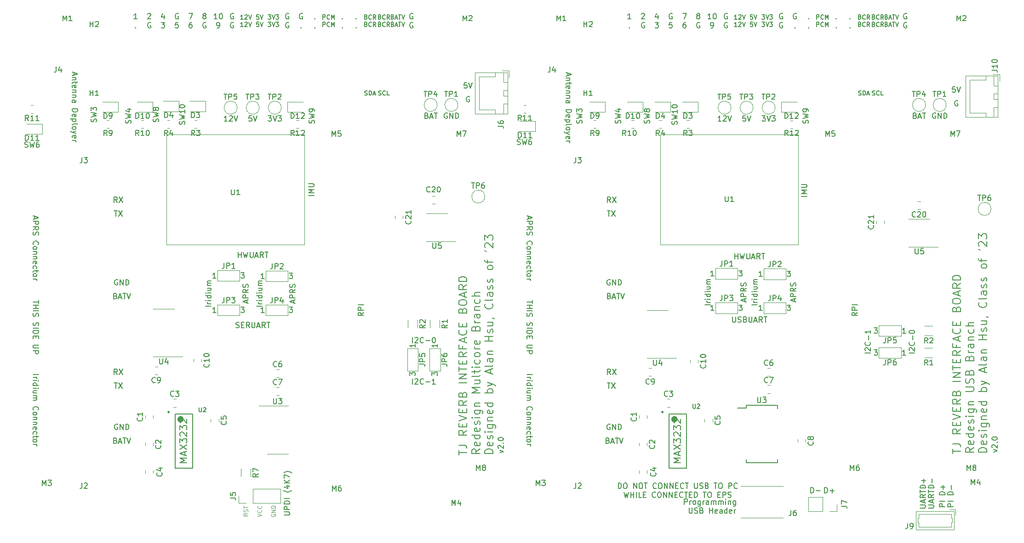
<source format=gbr>
%TF.GenerationSoftware,KiCad,Pcbnew,(5.1.9)-1*%
%TF.CreationDate,2021-11-28T20:19:45-05:00*%
%TF.ProjectId,Combined branches,436f6d62-696e-4656-9420-6272616e6368,rev?*%
%TF.SameCoordinates,Original*%
%TF.FileFunction,Legend,Top*%
%TF.FilePolarity,Positive*%
%FSLAX46Y46*%
G04 Gerber Fmt 4.6, Leading zero omitted, Abs format (unit mm)*
G04 Created by KiCad (PCBNEW (5.1.9)-1) date 2021-11-28 20:19:45*
%MOMM*%
%LPD*%
G01*
G04 APERTURE LIST*
%ADD10C,0.150000*%
%ADD11C,0.100000*%
%ADD12C,0.120000*%
%ADD13C,0.599999*%
%ADD14C,0.249999*%
G04 APERTURE END LIST*
D10*
X166076571Y-115006380D02*
X166076571Y-114006380D01*
X166505142Y-114101619D02*
X166552761Y-114054000D01*
X166648000Y-114006380D01*
X166886095Y-114006380D01*
X166981333Y-114054000D01*
X167028952Y-114101619D01*
X167076571Y-114196857D01*
X167076571Y-114292095D01*
X167028952Y-114434952D01*
X166457523Y-115006380D01*
X167076571Y-115006380D01*
X168076571Y-114911142D02*
X168028952Y-114958761D01*
X167886095Y-115006380D01*
X167790857Y-115006380D01*
X167648000Y-114958761D01*
X167552761Y-114863523D01*
X167505142Y-114768285D01*
X167457523Y-114577809D01*
X167457523Y-114434952D01*
X167505142Y-114244476D01*
X167552761Y-114149238D01*
X167648000Y-114054000D01*
X167790857Y-114006380D01*
X167886095Y-114006380D01*
X168028952Y-114054000D01*
X168076571Y-114101619D01*
X168505142Y-114625428D02*
X169267047Y-114625428D01*
X169933714Y-114006380D02*
X170028952Y-114006380D01*
X170124190Y-114054000D01*
X170171809Y-114101619D01*
X170219428Y-114196857D01*
X170267047Y-114387333D01*
X170267047Y-114625428D01*
X170219428Y-114815904D01*
X170171809Y-114911142D01*
X170124190Y-114958761D01*
X170028952Y-115006380D01*
X169933714Y-115006380D01*
X169838476Y-114958761D01*
X169790857Y-114911142D01*
X169743238Y-114815904D01*
X169695619Y-114625428D01*
X169695619Y-114387333D01*
X169743238Y-114196857D01*
X169790857Y-114101619D01*
X169838476Y-114054000D01*
X169933714Y-114006380D01*
X166076571Y-122626380D02*
X166076571Y-121626380D01*
X166505142Y-121721619D02*
X166552761Y-121674000D01*
X166648000Y-121626380D01*
X166886095Y-121626380D01*
X166981333Y-121674000D01*
X167028952Y-121721619D01*
X167076571Y-121816857D01*
X167076571Y-121912095D01*
X167028952Y-122054952D01*
X166457523Y-122626380D01*
X167076571Y-122626380D01*
X168076571Y-122531142D02*
X168028952Y-122578761D01*
X167886095Y-122626380D01*
X167790857Y-122626380D01*
X167648000Y-122578761D01*
X167552761Y-122483523D01*
X167505142Y-122388285D01*
X167457523Y-122197809D01*
X167457523Y-122054952D01*
X167505142Y-121864476D01*
X167552761Y-121769238D01*
X167648000Y-121674000D01*
X167790857Y-121626380D01*
X167886095Y-121626380D01*
X168028952Y-121674000D01*
X168076571Y-121721619D01*
X168505142Y-122245428D02*
X169267047Y-122245428D01*
X170267047Y-122626380D02*
X169695619Y-122626380D01*
X169981333Y-122626380D02*
X169981333Y-121626380D01*
X169886095Y-121769238D01*
X169790857Y-121864476D01*
X169695619Y-121912095D01*
X144184666Y-107632285D02*
X144184666Y-107156095D01*
X144470380Y-107727523D02*
X143470380Y-107394190D01*
X144470380Y-107060857D01*
X144470380Y-106727523D02*
X143470380Y-106727523D01*
X143470380Y-106346571D01*
X143518000Y-106251333D01*
X143565619Y-106203714D01*
X143660857Y-106156095D01*
X143803714Y-106156095D01*
X143898952Y-106203714D01*
X143946571Y-106251333D01*
X143994190Y-106346571D01*
X143994190Y-106727523D01*
X144470380Y-105156095D02*
X143994190Y-105489428D01*
X144470380Y-105727523D02*
X143470380Y-105727523D01*
X143470380Y-105346571D01*
X143518000Y-105251333D01*
X143565619Y-105203714D01*
X143660857Y-105156095D01*
X143803714Y-105156095D01*
X143898952Y-105203714D01*
X143946571Y-105251333D01*
X143994190Y-105346571D01*
X143994190Y-105727523D01*
X144422761Y-104775142D02*
X144470380Y-104632285D01*
X144470380Y-104394190D01*
X144422761Y-104298952D01*
X144375142Y-104251333D01*
X144279904Y-104203714D01*
X144184666Y-104203714D01*
X144089428Y-104251333D01*
X144041809Y-104298952D01*
X143994190Y-104394190D01*
X143946571Y-104584666D01*
X143898952Y-104679904D01*
X143851333Y-104727523D01*
X143756095Y-104775142D01*
X143660857Y-104775142D01*
X143565619Y-104727523D01*
X143518000Y-104679904D01*
X143470380Y-104584666D01*
X143470380Y-104346571D01*
X143518000Y-104203714D01*
X138374380Y-108275142D02*
X137374380Y-108275142D01*
X138374380Y-107798952D02*
X137707714Y-107798952D01*
X137898190Y-107798952D02*
X137802952Y-107751333D01*
X137755333Y-107703714D01*
X137707714Y-107608476D01*
X137707714Y-107513238D01*
X138374380Y-107179904D02*
X137707714Y-107179904D01*
X137374380Y-107179904D02*
X137422000Y-107227523D01*
X137469619Y-107179904D01*
X137422000Y-107132285D01*
X137374380Y-107179904D01*
X137469619Y-107179904D01*
X138374380Y-106275142D02*
X137374380Y-106275142D01*
X138326761Y-106275142D02*
X138374380Y-106370380D01*
X138374380Y-106560857D01*
X138326761Y-106656095D01*
X138279142Y-106703714D01*
X138183904Y-106751333D01*
X137898190Y-106751333D01*
X137802952Y-106703714D01*
X137755333Y-106656095D01*
X137707714Y-106560857D01*
X137707714Y-106370380D01*
X137755333Y-106275142D01*
X138374380Y-105798952D02*
X137707714Y-105798952D01*
X137374380Y-105798952D02*
X137422000Y-105846571D01*
X137469619Y-105798952D01*
X137422000Y-105751333D01*
X137374380Y-105798952D01*
X137469619Y-105798952D01*
X137707714Y-104894190D02*
X138374380Y-104894190D01*
X137707714Y-105322761D02*
X138231523Y-105322761D01*
X138326761Y-105275142D01*
X138374380Y-105179904D01*
X138374380Y-105037047D01*
X138326761Y-104941809D01*
X138279142Y-104894190D01*
X138374380Y-104418000D02*
X137707714Y-104418000D01*
X137802952Y-104418000D02*
X137755333Y-104370380D01*
X137707714Y-104275142D01*
X137707714Y-104132285D01*
X137755333Y-104037047D01*
X137850571Y-103989428D01*
X138374380Y-103989428D01*
X137850571Y-103989428D02*
X137755333Y-103941809D01*
X137707714Y-103846571D01*
X137707714Y-103703714D01*
X137755333Y-103608476D01*
X137850571Y-103560857D01*
X138374380Y-103560857D01*
X135548666Y-107632285D02*
X135548666Y-107156095D01*
X135834380Y-107727523D02*
X134834380Y-107394190D01*
X135834380Y-107060857D01*
X135834380Y-106727523D02*
X134834380Y-106727523D01*
X134834380Y-106346571D01*
X134882000Y-106251333D01*
X134929619Y-106203714D01*
X135024857Y-106156095D01*
X135167714Y-106156095D01*
X135262952Y-106203714D01*
X135310571Y-106251333D01*
X135358190Y-106346571D01*
X135358190Y-106727523D01*
X135834380Y-105156095D02*
X135358190Y-105489428D01*
X135834380Y-105727523D02*
X134834380Y-105727523D01*
X134834380Y-105346571D01*
X134882000Y-105251333D01*
X134929619Y-105203714D01*
X135024857Y-105156095D01*
X135167714Y-105156095D01*
X135262952Y-105203714D01*
X135310571Y-105251333D01*
X135358190Y-105346571D01*
X135358190Y-105727523D01*
X135786761Y-104775142D02*
X135834380Y-104632285D01*
X135834380Y-104394190D01*
X135786761Y-104298952D01*
X135739142Y-104251333D01*
X135643904Y-104203714D01*
X135548666Y-104203714D01*
X135453428Y-104251333D01*
X135405809Y-104298952D01*
X135358190Y-104394190D01*
X135310571Y-104584666D01*
X135262952Y-104679904D01*
X135215333Y-104727523D01*
X135120095Y-104775142D01*
X135024857Y-104775142D01*
X134929619Y-104727523D01*
X134882000Y-104679904D01*
X134834380Y-104584666D01*
X134834380Y-104346571D01*
X134882000Y-104203714D01*
X128976380Y-108275142D02*
X127976380Y-108275142D01*
X128976380Y-107798952D02*
X128309714Y-107798952D01*
X128500190Y-107798952D02*
X128404952Y-107751333D01*
X128357333Y-107703714D01*
X128309714Y-107608476D01*
X128309714Y-107513238D01*
X128976380Y-107179904D02*
X128309714Y-107179904D01*
X127976380Y-107179904D02*
X128024000Y-107227523D01*
X128071619Y-107179904D01*
X128024000Y-107132285D01*
X127976380Y-107179904D01*
X128071619Y-107179904D01*
X128976380Y-106275142D02*
X127976380Y-106275142D01*
X128928761Y-106275142D02*
X128976380Y-106370380D01*
X128976380Y-106560857D01*
X128928761Y-106656095D01*
X128881142Y-106703714D01*
X128785904Y-106751333D01*
X128500190Y-106751333D01*
X128404952Y-106703714D01*
X128357333Y-106656095D01*
X128309714Y-106560857D01*
X128309714Y-106370380D01*
X128357333Y-106275142D01*
X128976380Y-105798952D02*
X128309714Y-105798952D01*
X127976380Y-105798952D02*
X128024000Y-105846571D01*
X128071619Y-105798952D01*
X128024000Y-105751333D01*
X127976380Y-105798952D01*
X128071619Y-105798952D01*
X128309714Y-104894190D02*
X128976380Y-104894190D01*
X128309714Y-105322761D02*
X128833523Y-105322761D01*
X128928761Y-105275142D01*
X128976380Y-105179904D01*
X128976380Y-105037047D01*
X128928761Y-104941809D01*
X128881142Y-104894190D01*
X128976380Y-104418000D02*
X128309714Y-104418000D01*
X128404952Y-104418000D02*
X128357333Y-104370380D01*
X128309714Y-104275142D01*
X128309714Y-104132285D01*
X128357333Y-104037047D01*
X128452571Y-103989428D01*
X128976380Y-103989428D01*
X128452571Y-103989428D02*
X128357333Y-103941809D01*
X128309714Y-103846571D01*
X128309714Y-103703714D01*
X128357333Y-103608476D01*
X128452571Y-103560857D01*
X128976380Y-103560857D01*
X133580571Y-112164761D02*
X133723428Y-112212380D01*
X133961523Y-112212380D01*
X134056761Y-112164761D01*
X134104380Y-112117142D01*
X134152000Y-112021904D01*
X134152000Y-111926666D01*
X134104380Y-111831428D01*
X134056761Y-111783809D01*
X133961523Y-111736190D01*
X133771047Y-111688571D01*
X133675809Y-111640952D01*
X133628190Y-111593333D01*
X133580571Y-111498095D01*
X133580571Y-111402857D01*
X133628190Y-111307619D01*
X133675809Y-111260000D01*
X133771047Y-111212380D01*
X134009142Y-111212380D01*
X134152000Y-111260000D01*
X134580571Y-111688571D02*
X134913904Y-111688571D01*
X135056761Y-112212380D02*
X134580571Y-112212380D01*
X134580571Y-111212380D01*
X135056761Y-111212380D01*
X136056761Y-112212380D02*
X135723428Y-111736190D01*
X135485333Y-112212380D02*
X135485333Y-111212380D01*
X135866285Y-111212380D01*
X135961523Y-111260000D01*
X136009142Y-111307619D01*
X136056761Y-111402857D01*
X136056761Y-111545714D01*
X136009142Y-111640952D01*
X135961523Y-111688571D01*
X135866285Y-111736190D01*
X135485333Y-111736190D01*
X136485333Y-111212380D02*
X136485333Y-112021904D01*
X136532952Y-112117142D01*
X136580571Y-112164761D01*
X136675809Y-112212380D01*
X136866285Y-112212380D01*
X136961523Y-112164761D01*
X137009142Y-112117142D01*
X137056761Y-112021904D01*
X137056761Y-111212380D01*
X137485333Y-111926666D02*
X137961523Y-111926666D01*
X137390095Y-112212380D02*
X137723428Y-111212380D01*
X138056761Y-112212380D01*
X138961523Y-112212380D02*
X138628190Y-111736190D01*
X138390095Y-112212380D02*
X138390095Y-111212380D01*
X138771047Y-111212380D01*
X138866285Y-111260000D01*
X138913904Y-111307619D01*
X138961523Y-111402857D01*
X138961523Y-111545714D01*
X138913904Y-111640952D01*
X138866285Y-111688571D01*
X138771047Y-111736190D01*
X138390095Y-111736190D01*
X139247238Y-111212380D02*
X139818666Y-111212380D01*
X139532952Y-112212380D02*
X139532952Y-111212380D01*
X133961523Y-99258380D02*
X133961523Y-98258380D01*
X133961523Y-98734571D02*
X134532952Y-98734571D01*
X134532952Y-99258380D02*
X134532952Y-98258380D01*
X134913904Y-98258380D02*
X135152000Y-99258380D01*
X135342476Y-98544095D01*
X135532952Y-99258380D01*
X135771047Y-98258380D01*
X136152000Y-98258380D02*
X136152000Y-99067904D01*
X136199619Y-99163142D01*
X136247238Y-99210761D01*
X136342476Y-99258380D01*
X136532952Y-99258380D01*
X136628190Y-99210761D01*
X136675809Y-99163142D01*
X136723428Y-99067904D01*
X136723428Y-98258380D01*
X137152000Y-98972666D02*
X137628190Y-98972666D01*
X137056761Y-99258380D02*
X137390095Y-98258380D01*
X137723428Y-99258380D01*
X138628190Y-99258380D02*
X138294857Y-98782190D01*
X138056761Y-99258380D02*
X138056761Y-98258380D01*
X138437714Y-98258380D01*
X138532952Y-98306000D01*
X138580571Y-98353619D01*
X138628190Y-98448857D01*
X138628190Y-98591714D01*
X138580571Y-98686952D01*
X138532952Y-98734571D01*
X138437714Y-98782190D01*
X138056761Y-98782190D01*
X138913904Y-98258380D02*
X139485333Y-98258380D01*
X139199619Y-99258380D02*
X139199619Y-98258380D01*
X176537904Y-69604000D02*
X176442666Y-69556380D01*
X176299809Y-69556380D01*
X176156952Y-69604000D01*
X176061714Y-69699238D01*
X176014095Y-69794476D01*
X175966476Y-69984952D01*
X175966476Y-70127809D01*
X176014095Y-70318285D01*
X176061714Y-70413523D01*
X176156952Y-70508761D01*
X176299809Y-70556380D01*
X176395047Y-70556380D01*
X176537904Y-70508761D01*
X176585523Y-70461142D01*
X176585523Y-70127809D01*
X176395047Y-70127809D01*
X176085523Y-67016380D02*
X175609333Y-67016380D01*
X175561714Y-67492571D01*
X175609333Y-67444952D01*
X175704571Y-67397333D01*
X175942666Y-67397333D01*
X176037904Y-67444952D01*
X176085523Y-67492571D01*
X176133142Y-67587809D01*
X176133142Y-67825904D01*
X176085523Y-67921142D01*
X176037904Y-67968761D01*
X175942666Y-68016380D01*
X175704571Y-68016380D01*
X175609333Y-67968761D01*
X175561714Y-67921142D01*
X176418857Y-67016380D02*
X176752190Y-68016380D01*
X177085523Y-67016380D01*
X142454380Y-146771809D02*
X143263904Y-146771809D01*
X143359142Y-146724190D01*
X143406761Y-146676571D01*
X143454380Y-146581333D01*
X143454380Y-146390857D01*
X143406761Y-146295619D01*
X143359142Y-146248000D01*
X143263904Y-146200380D01*
X142454380Y-146200380D01*
X143454380Y-145724190D02*
X142454380Y-145724190D01*
X142454380Y-145343238D01*
X142502000Y-145248000D01*
X142549619Y-145200380D01*
X142644857Y-145152761D01*
X142787714Y-145152761D01*
X142882952Y-145200380D01*
X142930571Y-145248000D01*
X142978190Y-145343238D01*
X142978190Y-145724190D01*
X143454380Y-144724190D02*
X142454380Y-144724190D01*
X142454380Y-144486095D01*
X142502000Y-144343238D01*
X142597238Y-144248000D01*
X142692476Y-144200380D01*
X142882952Y-144152761D01*
X143025809Y-144152761D01*
X143216285Y-144200380D01*
X143311523Y-144248000D01*
X143406761Y-144343238D01*
X143454380Y-144486095D01*
X143454380Y-144724190D01*
X143454380Y-143724190D02*
X142454380Y-143724190D01*
X143835333Y-142200380D02*
X143787714Y-142248000D01*
X143644857Y-142343238D01*
X143549619Y-142390857D01*
X143406761Y-142438476D01*
X143168666Y-142486095D01*
X142978190Y-142486095D01*
X142740095Y-142438476D01*
X142597238Y-142390857D01*
X142502000Y-142343238D01*
X142359142Y-142248000D01*
X142311523Y-142200380D01*
X142787714Y-141390857D02*
X143454380Y-141390857D01*
X142406761Y-141628952D02*
X143121047Y-141867047D01*
X143121047Y-141248000D01*
X143454380Y-140867047D02*
X142454380Y-140867047D01*
X143454380Y-140295619D02*
X142882952Y-140724190D01*
X142454380Y-140295619D02*
X143025809Y-140867047D01*
X142454380Y-139962285D02*
X142454380Y-139295619D01*
X143454380Y-139724190D01*
X143835333Y-139009904D02*
X143787714Y-138962285D01*
X143644857Y-138867047D01*
X143549619Y-138819428D01*
X143406761Y-138771809D01*
X143168666Y-138724190D01*
X142978190Y-138724190D01*
X142740095Y-138771809D01*
X142597238Y-138819428D01*
X142502000Y-138867047D01*
X142359142Y-138962285D01*
X142311523Y-139009904D01*
D11*
X140087000Y-146621428D02*
X140051285Y-146692857D01*
X140051285Y-146800000D01*
X140087000Y-146907142D01*
X140158428Y-146978571D01*
X140229857Y-147014285D01*
X140372714Y-147050000D01*
X140479857Y-147050000D01*
X140622714Y-147014285D01*
X140694142Y-146978571D01*
X140765571Y-146907142D01*
X140801285Y-146800000D01*
X140801285Y-146728571D01*
X140765571Y-146621428D01*
X140729857Y-146585714D01*
X140479857Y-146585714D01*
X140479857Y-146728571D01*
X140801285Y-146264285D02*
X140051285Y-146264285D01*
X140801285Y-145835714D01*
X140051285Y-145835714D01*
X140801285Y-145478571D02*
X140051285Y-145478571D01*
X140051285Y-145300000D01*
X140087000Y-145192857D01*
X140158428Y-145121428D01*
X140229857Y-145085714D01*
X140372714Y-145050000D01*
X140479857Y-145050000D01*
X140622714Y-145085714D01*
X140694142Y-145121428D01*
X140765571Y-145192857D01*
X140801285Y-145300000D01*
X140801285Y-145478571D01*
X137511285Y-147050000D02*
X138261285Y-146800000D01*
X137511285Y-146550000D01*
X138189857Y-145871428D02*
X138225571Y-145907142D01*
X138261285Y-146014285D01*
X138261285Y-146085714D01*
X138225571Y-146192857D01*
X138154142Y-146264285D01*
X138082714Y-146300000D01*
X137939857Y-146335714D01*
X137832714Y-146335714D01*
X137689857Y-146300000D01*
X137618428Y-146264285D01*
X137547000Y-146192857D01*
X137511285Y-146085714D01*
X137511285Y-146014285D01*
X137547000Y-145907142D01*
X137582714Y-145871428D01*
X138189857Y-145121428D02*
X138225571Y-145157142D01*
X138261285Y-145264285D01*
X138261285Y-145335714D01*
X138225571Y-145442857D01*
X138154142Y-145514285D01*
X138082714Y-145550000D01*
X137939857Y-145585714D01*
X137832714Y-145585714D01*
X137689857Y-145550000D01*
X137618428Y-145514285D01*
X137547000Y-145442857D01*
X137511285Y-145335714D01*
X137511285Y-145264285D01*
X137547000Y-145157142D01*
X137582714Y-145121428D01*
X135721285Y-146460714D02*
X135364142Y-146710714D01*
X135721285Y-146889285D02*
X134971285Y-146889285D01*
X134971285Y-146603571D01*
X135007000Y-146532142D01*
X135042714Y-146496428D01*
X135114142Y-146460714D01*
X135221285Y-146460714D01*
X135292714Y-146496428D01*
X135328428Y-146532142D01*
X135364142Y-146603571D01*
X135364142Y-146889285D01*
X135685571Y-146175000D02*
X135721285Y-146067857D01*
X135721285Y-145889285D01*
X135685571Y-145817857D01*
X135649857Y-145782142D01*
X135578428Y-145746428D01*
X135507000Y-145746428D01*
X135435571Y-145782142D01*
X135399857Y-145817857D01*
X135364142Y-145889285D01*
X135328428Y-146032142D01*
X135292714Y-146103571D01*
X135257000Y-146139285D01*
X135185571Y-146175000D01*
X135114142Y-146175000D01*
X135042714Y-146139285D01*
X135007000Y-146103571D01*
X134971285Y-146032142D01*
X134971285Y-145853571D01*
X135007000Y-145746428D01*
X134971285Y-145532142D02*
X134971285Y-145103571D01*
X135721285Y-145317857D02*
X134971285Y-145317857D01*
D10*
X94678666Y-78890761D02*
X94821523Y-78938380D01*
X95059619Y-78938380D01*
X95154857Y-78890761D01*
X95202476Y-78843142D01*
X95250095Y-78747904D01*
X95250095Y-78652666D01*
X95202476Y-78557428D01*
X95154857Y-78509809D01*
X95059619Y-78462190D01*
X94869142Y-78414571D01*
X94773904Y-78366952D01*
X94726285Y-78319333D01*
X94678666Y-78224095D01*
X94678666Y-78128857D01*
X94726285Y-78033619D01*
X94773904Y-77986000D01*
X94869142Y-77938380D01*
X95107238Y-77938380D01*
X95250095Y-77986000D01*
X95583428Y-77938380D02*
X95821523Y-78938380D01*
X96012000Y-78224095D01*
X96202476Y-78938380D01*
X96440571Y-77938380D01*
X97250095Y-77938380D02*
X97059619Y-77938380D01*
X96964380Y-77986000D01*
X96916761Y-78033619D01*
X96821523Y-78176476D01*
X96773904Y-78366952D01*
X96773904Y-78747904D01*
X96821523Y-78843142D01*
X96869142Y-78890761D01*
X96964380Y-78938380D01*
X97154857Y-78938380D01*
X97250095Y-78890761D01*
X97297714Y-78843142D01*
X97345333Y-78747904D01*
X97345333Y-78509809D01*
X97297714Y-78414571D01*
X97250095Y-78366952D01*
X97154857Y-78319333D01*
X96964380Y-78319333D01*
X96869142Y-78366952D01*
X96821523Y-78414571D01*
X96773904Y-78509809D01*
X147978761Y-74485333D02*
X148026380Y-74342476D01*
X148026380Y-74104380D01*
X147978761Y-74009142D01*
X147931142Y-73961523D01*
X147835904Y-73913904D01*
X147740666Y-73913904D01*
X147645428Y-73961523D01*
X147597809Y-74009142D01*
X147550190Y-74104380D01*
X147502571Y-74294857D01*
X147454952Y-74390095D01*
X147407333Y-74437714D01*
X147312095Y-74485333D01*
X147216857Y-74485333D01*
X147121619Y-74437714D01*
X147074000Y-74390095D01*
X147026380Y-74294857D01*
X147026380Y-74056761D01*
X147074000Y-73913904D01*
X147026380Y-73580571D02*
X148026380Y-73342476D01*
X147312095Y-73152000D01*
X148026380Y-72961523D01*
X147026380Y-72723428D01*
X148026380Y-72294857D02*
X148026380Y-72104380D01*
X147978761Y-72009142D01*
X147931142Y-71961523D01*
X147788285Y-71866285D01*
X147597809Y-71818666D01*
X147216857Y-71818666D01*
X147121619Y-71866285D01*
X147074000Y-71913904D01*
X147026380Y-72009142D01*
X147026380Y-72199619D01*
X147074000Y-72294857D01*
X147121619Y-72342476D01*
X147216857Y-72390095D01*
X147454952Y-72390095D01*
X147550190Y-72342476D01*
X147597809Y-72294857D01*
X147645428Y-72199619D01*
X147645428Y-72009142D01*
X147597809Y-71913904D01*
X147550190Y-71866285D01*
X147454952Y-71818666D01*
X124102761Y-74707523D02*
X124150380Y-74564666D01*
X124150380Y-74326571D01*
X124102761Y-74231333D01*
X124055142Y-74183714D01*
X123959904Y-74136095D01*
X123864666Y-74136095D01*
X123769428Y-74183714D01*
X123721809Y-74231333D01*
X123674190Y-74326571D01*
X123626571Y-74517047D01*
X123578952Y-74612285D01*
X123531333Y-74659904D01*
X123436095Y-74707523D01*
X123340857Y-74707523D01*
X123245619Y-74659904D01*
X123198000Y-74612285D01*
X123150380Y-74517047D01*
X123150380Y-74278952D01*
X123198000Y-74136095D01*
X123150380Y-73802761D02*
X124150380Y-73564666D01*
X123436095Y-73374190D01*
X124150380Y-73183714D01*
X123150380Y-72945619D01*
X124150380Y-72040857D02*
X124150380Y-72612285D01*
X124150380Y-72326571D02*
X123150380Y-72326571D01*
X123293238Y-72421809D01*
X123388476Y-72517047D01*
X123436095Y-72612285D01*
X123150380Y-71421809D02*
X123150380Y-71326571D01*
X123198000Y-71231333D01*
X123245619Y-71183714D01*
X123340857Y-71136095D01*
X123531333Y-71088476D01*
X123769428Y-71088476D01*
X123959904Y-71136095D01*
X124055142Y-71183714D01*
X124102761Y-71231333D01*
X124150380Y-71326571D01*
X124150380Y-71421809D01*
X124102761Y-71517047D01*
X124055142Y-71564666D01*
X123959904Y-71612285D01*
X123769428Y-71659904D01*
X123531333Y-71659904D01*
X123340857Y-71612285D01*
X123245619Y-71564666D01*
X123198000Y-71517047D01*
X123150380Y-71421809D01*
X119276761Y-74231333D02*
X119324380Y-74088476D01*
X119324380Y-73850380D01*
X119276761Y-73755142D01*
X119229142Y-73707523D01*
X119133904Y-73659904D01*
X119038666Y-73659904D01*
X118943428Y-73707523D01*
X118895809Y-73755142D01*
X118848190Y-73850380D01*
X118800571Y-74040857D01*
X118752952Y-74136095D01*
X118705333Y-74183714D01*
X118610095Y-74231333D01*
X118514857Y-74231333D01*
X118419619Y-74183714D01*
X118372000Y-74136095D01*
X118324380Y-74040857D01*
X118324380Y-73802761D01*
X118372000Y-73659904D01*
X118324380Y-73326571D02*
X119324380Y-73088476D01*
X118610095Y-72898000D01*
X119324380Y-72707523D01*
X118324380Y-72469428D01*
X118752952Y-71945619D02*
X118705333Y-72040857D01*
X118657714Y-72088476D01*
X118562476Y-72136095D01*
X118514857Y-72136095D01*
X118419619Y-72088476D01*
X118372000Y-72040857D01*
X118324380Y-71945619D01*
X118324380Y-71755142D01*
X118372000Y-71659904D01*
X118419619Y-71612285D01*
X118514857Y-71564666D01*
X118562476Y-71564666D01*
X118657714Y-71612285D01*
X118705333Y-71659904D01*
X118752952Y-71755142D01*
X118752952Y-71945619D01*
X118800571Y-72040857D01*
X118848190Y-72088476D01*
X118943428Y-72136095D01*
X119133904Y-72136095D01*
X119229142Y-72088476D01*
X119276761Y-72040857D01*
X119324380Y-71945619D01*
X119324380Y-71755142D01*
X119276761Y-71659904D01*
X119229142Y-71612285D01*
X119133904Y-71564666D01*
X118943428Y-71564666D01*
X118848190Y-71612285D01*
X118800571Y-71659904D01*
X118752952Y-71755142D01*
X114196761Y-74485333D02*
X114244380Y-74342476D01*
X114244380Y-74104380D01*
X114196761Y-74009142D01*
X114149142Y-73961523D01*
X114053904Y-73913904D01*
X113958666Y-73913904D01*
X113863428Y-73961523D01*
X113815809Y-74009142D01*
X113768190Y-74104380D01*
X113720571Y-74294857D01*
X113672952Y-74390095D01*
X113625333Y-74437714D01*
X113530095Y-74485333D01*
X113434857Y-74485333D01*
X113339619Y-74437714D01*
X113292000Y-74390095D01*
X113244380Y-74294857D01*
X113244380Y-74056761D01*
X113292000Y-73913904D01*
X113244380Y-73580571D02*
X114244380Y-73342476D01*
X113530095Y-73152000D01*
X114244380Y-72961523D01*
X113244380Y-72723428D01*
X113577714Y-71913904D02*
X114244380Y-71913904D01*
X113196761Y-72152000D02*
X113911047Y-72390095D01*
X113911047Y-71771047D01*
X107846761Y-74231333D02*
X107894380Y-74088476D01*
X107894380Y-73850380D01*
X107846761Y-73755142D01*
X107799142Y-73707523D01*
X107703904Y-73659904D01*
X107608666Y-73659904D01*
X107513428Y-73707523D01*
X107465809Y-73755142D01*
X107418190Y-73850380D01*
X107370571Y-74040857D01*
X107322952Y-74136095D01*
X107275333Y-74183714D01*
X107180095Y-74231333D01*
X107084857Y-74231333D01*
X106989619Y-74183714D01*
X106942000Y-74136095D01*
X106894380Y-74040857D01*
X106894380Y-73802761D01*
X106942000Y-73659904D01*
X106894380Y-73326571D02*
X107894380Y-73088476D01*
X107180095Y-72898000D01*
X107894380Y-72707523D01*
X106894380Y-72469428D01*
X106894380Y-72183714D02*
X106894380Y-71564666D01*
X107275333Y-71898000D01*
X107275333Y-71755142D01*
X107322952Y-71659904D01*
X107370571Y-71612285D01*
X107465809Y-71564666D01*
X107703904Y-71564666D01*
X107799142Y-71612285D01*
X107846761Y-71659904D01*
X107894380Y-71755142D01*
X107894380Y-72040857D01*
X107846761Y-72136095D01*
X107799142Y-72183714D01*
X111720333Y-89098380D02*
X111387000Y-88622190D01*
X111148904Y-89098380D02*
X111148904Y-88098380D01*
X111529857Y-88098380D01*
X111625095Y-88146000D01*
X111672714Y-88193619D01*
X111720333Y-88288857D01*
X111720333Y-88431714D01*
X111672714Y-88526952D01*
X111625095Y-88574571D01*
X111529857Y-88622190D01*
X111148904Y-88622190D01*
X112053666Y-88098380D02*
X112720333Y-89098380D01*
X112720333Y-88098380D02*
X112053666Y-89098380D01*
X182157714Y-135286571D02*
X182824380Y-135048476D01*
X182157714Y-134810380D01*
X181919619Y-134477047D02*
X181872000Y-134429428D01*
X181824380Y-134334190D01*
X181824380Y-134096095D01*
X181872000Y-134000857D01*
X181919619Y-133953238D01*
X182014857Y-133905619D01*
X182110095Y-133905619D01*
X182252952Y-133953238D01*
X182824380Y-134524666D01*
X182824380Y-133905619D01*
X182729142Y-133477047D02*
X182776761Y-133429428D01*
X182824380Y-133477047D01*
X182776761Y-133524666D01*
X182729142Y-133477047D01*
X182824380Y-133477047D01*
X181824380Y-132810380D02*
X181824380Y-132715142D01*
X181872000Y-132619904D01*
X181919619Y-132572285D01*
X182014857Y-132524666D01*
X182205333Y-132477047D01*
X182443428Y-132477047D01*
X182633904Y-132524666D01*
X182729142Y-132572285D01*
X182776761Y-132619904D01*
X182824380Y-132715142D01*
X182824380Y-132810380D01*
X182776761Y-132905619D01*
X182729142Y-132953238D01*
X182633904Y-133000857D01*
X182443428Y-133048476D01*
X182205333Y-133048476D01*
X182014857Y-133000857D01*
X181919619Y-132953238D01*
X181872000Y-132905619D01*
X181824380Y-132810380D01*
X172466095Y-72652000D02*
X172370857Y-72604380D01*
X172228000Y-72604380D01*
X172085142Y-72652000D01*
X171989904Y-72747238D01*
X171942285Y-72842476D01*
X171894666Y-73032952D01*
X171894666Y-73175809D01*
X171942285Y-73366285D01*
X171989904Y-73461523D01*
X172085142Y-73556761D01*
X172228000Y-73604380D01*
X172323238Y-73604380D01*
X172466095Y-73556761D01*
X172513714Y-73509142D01*
X172513714Y-73175809D01*
X172323238Y-73175809D01*
X172942285Y-73604380D02*
X172942285Y-72604380D01*
X173513714Y-73604380D01*
X173513714Y-72604380D01*
X173989904Y-73604380D02*
X173989904Y-72604380D01*
X174228000Y-72604380D01*
X174370857Y-72652000D01*
X174466095Y-72747238D01*
X174513714Y-72842476D01*
X174561333Y-73032952D01*
X174561333Y-73175809D01*
X174513714Y-73366285D01*
X174466095Y-73461523D01*
X174370857Y-73556761D01*
X174228000Y-73604380D01*
X173989904Y-73604380D01*
X168679904Y-73080571D02*
X168822761Y-73128190D01*
X168870380Y-73175809D01*
X168918000Y-73271047D01*
X168918000Y-73413904D01*
X168870380Y-73509142D01*
X168822761Y-73556761D01*
X168727523Y-73604380D01*
X168346571Y-73604380D01*
X168346571Y-72604380D01*
X168679904Y-72604380D01*
X168775142Y-72652000D01*
X168822761Y-72699619D01*
X168870380Y-72794857D01*
X168870380Y-72890095D01*
X168822761Y-72985333D01*
X168775142Y-73032952D01*
X168679904Y-73080571D01*
X168346571Y-73080571D01*
X169298952Y-73318666D02*
X169775142Y-73318666D01*
X169203714Y-73604380D02*
X169537047Y-72604380D01*
X169870380Y-73604380D01*
X170060857Y-72604380D02*
X170632285Y-72604380D01*
X170346571Y-73604380D02*
X170346571Y-72604380D01*
X139477904Y-73112380D02*
X140096952Y-73112380D01*
X139763619Y-73493333D01*
X139906476Y-73493333D01*
X140001714Y-73540952D01*
X140049333Y-73588571D01*
X140096952Y-73683809D01*
X140096952Y-73921904D01*
X140049333Y-74017142D01*
X140001714Y-74064761D01*
X139906476Y-74112380D01*
X139620761Y-74112380D01*
X139525523Y-74064761D01*
X139477904Y-74017142D01*
X140382666Y-73112380D02*
X140716000Y-74112380D01*
X141049333Y-73112380D01*
X141287428Y-73112380D02*
X141906476Y-73112380D01*
X141573142Y-73493333D01*
X141716000Y-73493333D01*
X141811238Y-73540952D01*
X141858857Y-73588571D01*
X141906476Y-73683809D01*
X141906476Y-73921904D01*
X141858857Y-74017142D01*
X141811238Y-74064761D01*
X141716000Y-74112380D01*
X141430285Y-74112380D01*
X141335047Y-74064761D01*
X141287428Y-74017142D01*
X136461523Y-73112380D02*
X135985333Y-73112380D01*
X135937714Y-73588571D01*
X135985333Y-73540952D01*
X136080571Y-73493333D01*
X136318666Y-73493333D01*
X136413904Y-73540952D01*
X136461523Y-73588571D01*
X136509142Y-73683809D01*
X136509142Y-73921904D01*
X136461523Y-74017142D01*
X136413904Y-74064761D01*
X136318666Y-74112380D01*
X136080571Y-74112380D01*
X135985333Y-74064761D01*
X135937714Y-74017142D01*
X136794857Y-73112380D02*
X137128190Y-74112380D01*
X137461523Y-73112380D01*
X131968952Y-74112380D02*
X131397523Y-74112380D01*
X131683238Y-74112380D02*
X131683238Y-73112380D01*
X131588000Y-73255238D01*
X131492761Y-73350476D01*
X131397523Y-73398095D01*
X132349904Y-73207619D02*
X132397523Y-73160000D01*
X132492761Y-73112380D01*
X132730857Y-73112380D01*
X132826095Y-73160000D01*
X132873714Y-73207619D01*
X132921333Y-73302857D01*
X132921333Y-73398095D01*
X132873714Y-73540952D01*
X132302285Y-74112380D01*
X132921333Y-74112380D01*
X133207047Y-73112380D02*
X133540380Y-74112380D01*
X133873714Y-73112380D01*
X157043380Y-109394571D02*
X156567190Y-109727904D01*
X157043380Y-109966000D02*
X156043380Y-109966000D01*
X156043380Y-109585047D01*
X156091000Y-109489809D01*
X156138619Y-109442190D01*
X156233857Y-109394571D01*
X156376714Y-109394571D01*
X156471952Y-109442190D01*
X156519571Y-109489809D01*
X156567190Y-109585047D01*
X156567190Y-109966000D01*
X157043380Y-108966000D02*
X156043380Y-108966000D01*
X156043380Y-108585047D01*
X156091000Y-108489809D01*
X156138619Y-108442190D01*
X156233857Y-108394571D01*
X156376714Y-108394571D01*
X156471952Y-108442190D01*
X156519571Y-108489809D01*
X156567190Y-108585047D01*
X156567190Y-108966000D01*
X157043380Y-107966000D02*
X156043380Y-107966000D01*
X103719333Y-65143857D02*
X103719333Y-65620047D01*
X103433619Y-65048619D02*
X104433619Y-65381952D01*
X103433619Y-65715285D01*
X104100285Y-66048619D02*
X103433619Y-66048619D01*
X104005047Y-66048619D02*
X104052666Y-66096238D01*
X104100285Y-66191476D01*
X104100285Y-66334333D01*
X104052666Y-66429571D01*
X103957428Y-66477190D01*
X103433619Y-66477190D01*
X104100285Y-66810523D02*
X104100285Y-67191476D01*
X104433619Y-66953380D02*
X103576476Y-66953380D01*
X103481238Y-67001000D01*
X103433619Y-67096238D01*
X103433619Y-67191476D01*
X103481238Y-67905761D02*
X103433619Y-67810523D01*
X103433619Y-67620047D01*
X103481238Y-67524809D01*
X103576476Y-67477190D01*
X103957428Y-67477190D01*
X104052666Y-67524809D01*
X104100285Y-67620047D01*
X104100285Y-67810523D01*
X104052666Y-67905761D01*
X103957428Y-67953380D01*
X103862190Y-67953380D01*
X103766952Y-67477190D01*
X104100285Y-68381952D02*
X103433619Y-68381952D01*
X104005047Y-68381952D02*
X104052666Y-68429571D01*
X104100285Y-68524809D01*
X104100285Y-68667666D01*
X104052666Y-68762904D01*
X103957428Y-68810523D01*
X103433619Y-68810523D01*
X104100285Y-69286714D02*
X103433619Y-69286714D01*
X104005047Y-69286714D02*
X104052666Y-69334333D01*
X104100285Y-69429571D01*
X104100285Y-69572428D01*
X104052666Y-69667666D01*
X103957428Y-69715285D01*
X103433619Y-69715285D01*
X103433619Y-70620047D02*
X103957428Y-70620047D01*
X104052666Y-70572428D01*
X104100285Y-70477190D01*
X104100285Y-70286714D01*
X104052666Y-70191476D01*
X103481238Y-70620047D02*
X103433619Y-70524809D01*
X103433619Y-70286714D01*
X103481238Y-70191476D01*
X103576476Y-70143857D01*
X103671714Y-70143857D01*
X103766952Y-70191476D01*
X103814571Y-70286714D01*
X103814571Y-70524809D01*
X103862190Y-70620047D01*
X103433619Y-71858142D02*
X104433619Y-71858142D01*
X104433619Y-72096238D01*
X104386000Y-72239095D01*
X104290761Y-72334333D01*
X104195523Y-72381952D01*
X104005047Y-72429571D01*
X103862190Y-72429571D01*
X103671714Y-72381952D01*
X103576476Y-72334333D01*
X103481238Y-72239095D01*
X103433619Y-72096238D01*
X103433619Y-71858142D01*
X103481238Y-73239095D02*
X103433619Y-73143857D01*
X103433619Y-72953380D01*
X103481238Y-72858142D01*
X103576476Y-72810523D01*
X103957428Y-72810523D01*
X104052666Y-72858142D01*
X104100285Y-72953380D01*
X104100285Y-73143857D01*
X104052666Y-73239095D01*
X103957428Y-73286714D01*
X103862190Y-73286714D01*
X103766952Y-72810523D01*
X104100285Y-73715285D02*
X103100285Y-73715285D01*
X104052666Y-73715285D02*
X104100285Y-73810523D01*
X104100285Y-74001000D01*
X104052666Y-74096238D01*
X104005047Y-74143857D01*
X103909809Y-74191476D01*
X103624095Y-74191476D01*
X103528857Y-74143857D01*
X103481238Y-74096238D01*
X103433619Y-74001000D01*
X103433619Y-73810523D01*
X103481238Y-73715285D01*
X103433619Y-74762904D02*
X103481238Y-74667666D01*
X103576476Y-74620047D01*
X104433619Y-74620047D01*
X103433619Y-75286714D02*
X103481238Y-75191476D01*
X103528857Y-75143857D01*
X103624095Y-75096238D01*
X103909809Y-75096238D01*
X104005047Y-75143857D01*
X104052666Y-75191476D01*
X104100285Y-75286714D01*
X104100285Y-75429571D01*
X104052666Y-75524809D01*
X104005047Y-75572428D01*
X103909809Y-75620047D01*
X103624095Y-75620047D01*
X103528857Y-75572428D01*
X103481238Y-75524809D01*
X103433619Y-75429571D01*
X103433619Y-75286714D01*
X104100285Y-75953380D02*
X103433619Y-76191476D01*
X104100285Y-76429571D02*
X103433619Y-76191476D01*
X103195523Y-76096238D01*
X103147904Y-76048619D01*
X103100285Y-75953380D01*
X103481238Y-77191476D02*
X103433619Y-77096238D01*
X103433619Y-76905761D01*
X103481238Y-76810523D01*
X103576476Y-76762904D01*
X103957428Y-76762904D01*
X104052666Y-76810523D01*
X104100285Y-76905761D01*
X104100285Y-77096238D01*
X104052666Y-77191476D01*
X103957428Y-77239095D01*
X103862190Y-77239095D01*
X103766952Y-76762904D01*
X103433619Y-77667666D02*
X104100285Y-77667666D01*
X103909809Y-77667666D02*
X104005047Y-77715285D01*
X104052666Y-77762904D01*
X104100285Y-77858142D01*
X104100285Y-77953380D01*
X96480333Y-91678857D02*
X96480333Y-92155047D01*
X96194619Y-91583619D02*
X97194619Y-91916952D01*
X96194619Y-92250285D01*
X96194619Y-92583619D02*
X97194619Y-92583619D01*
X97194619Y-92964571D01*
X97147000Y-93059809D01*
X97099380Y-93107428D01*
X97004142Y-93155047D01*
X96861285Y-93155047D01*
X96766047Y-93107428D01*
X96718428Y-93059809D01*
X96670809Y-92964571D01*
X96670809Y-92583619D01*
X96194619Y-94155047D02*
X96670809Y-93821714D01*
X96194619Y-93583619D02*
X97194619Y-93583619D01*
X97194619Y-93964571D01*
X97147000Y-94059809D01*
X97099380Y-94107428D01*
X97004142Y-94155047D01*
X96861285Y-94155047D01*
X96766047Y-94107428D01*
X96718428Y-94059809D01*
X96670809Y-93964571D01*
X96670809Y-93583619D01*
X96242238Y-94536000D02*
X96194619Y-94678857D01*
X96194619Y-94916952D01*
X96242238Y-95012190D01*
X96289857Y-95059809D01*
X96385095Y-95107428D01*
X96480333Y-95107428D01*
X96575571Y-95059809D01*
X96623190Y-95012190D01*
X96670809Y-94916952D01*
X96718428Y-94726476D01*
X96766047Y-94631238D01*
X96813666Y-94583619D01*
X96908904Y-94536000D01*
X97004142Y-94536000D01*
X97099380Y-94583619D01*
X97147000Y-94631238D01*
X97194619Y-94726476D01*
X97194619Y-94964571D01*
X97147000Y-95107428D01*
X96289857Y-96869333D02*
X96242238Y-96821714D01*
X96194619Y-96678857D01*
X96194619Y-96583619D01*
X96242238Y-96440761D01*
X96337476Y-96345523D01*
X96432714Y-96297904D01*
X96623190Y-96250285D01*
X96766047Y-96250285D01*
X96956523Y-96297904D01*
X97051761Y-96345523D01*
X97147000Y-96440761D01*
X97194619Y-96583619D01*
X97194619Y-96678857D01*
X97147000Y-96821714D01*
X97099380Y-96869333D01*
X96194619Y-97440761D02*
X96242238Y-97345523D01*
X96289857Y-97297904D01*
X96385095Y-97250285D01*
X96670809Y-97250285D01*
X96766047Y-97297904D01*
X96813666Y-97345523D01*
X96861285Y-97440761D01*
X96861285Y-97583619D01*
X96813666Y-97678857D01*
X96766047Y-97726476D01*
X96670809Y-97774095D01*
X96385095Y-97774095D01*
X96289857Y-97726476D01*
X96242238Y-97678857D01*
X96194619Y-97583619D01*
X96194619Y-97440761D01*
X96861285Y-98202666D02*
X96194619Y-98202666D01*
X96766047Y-98202666D02*
X96813666Y-98250285D01*
X96861285Y-98345523D01*
X96861285Y-98488380D01*
X96813666Y-98583619D01*
X96718428Y-98631238D01*
X96194619Y-98631238D01*
X96861285Y-99107428D02*
X96194619Y-99107428D01*
X96766047Y-99107428D02*
X96813666Y-99155047D01*
X96861285Y-99250285D01*
X96861285Y-99393142D01*
X96813666Y-99488380D01*
X96718428Y-99536000D01*
X96194619Y-99536000D01*
X96242238Y-100393142D02*
X96194619Y-100297904D01*
X96194619Y-100107428D01*
X96242238Y-100012190D01*
X96337476Y-99964571D01*
X96718428Y-99964571D01*
X96813666Y-100012190D01*
X96861285Y-100107428D01*
X96861285Y-100297904D01*
X96813666Y-100393142D01*
X96718428Y-100440761D01*
X96623190Y-100440761D01*
X96527952Y-99964571D01*
X96242238Y-101297904D02*
X96194619Y-101202666D01*
X96194619Y-101012190D01*
X96242238Y-100916952D01*
X96289857Y-100869333D01*
X96385095Y-100821714D01*
X96670809Y-100821714D01*
X96766047Y-100869333D01*
X96813666Y-100916952D01*
X96861285Y-101012190D01*
X96861285Y-101202666D01*
X96813666Y-101297904D01*
X96861285Y-101583619D02*
X96861285Y-101964571D01*
X97194619Y-101726476D02*
X96337476Y-101726476D01*
X96242238Y-101774095D01*
X96194619Y-101869333D01*
X96194619Y-101964571D01*
X96194619Y-102440761D02*
X96242238Y-102345523D01*
X96289857Y-102297904D01*
X96385095Y-102250285D01*
X96670809Y-102250285D01*
X96766047Y-102297904D01*
X96813666Y-102345523D01*
X96861285Y-102440761D01*
X96861285Y-102583619D01*
X96813666Y-102678857D01*
X96766047Y-102726476D01*
X96670809Y-102774095D01*
X96385095Y-102774095D01*
X96289857Y-102726476D01*
X96242238Y-102678857D01*
X96194619Y-102583619D01*
X96194619Y-102440761D01*
X96194619Y-103202666D02*
X96861285Y-103202666D01*
X96670809Y-103202666D02*
X96766047Y-103250285D01*
X96813666Y-103297904D01*
X96861285Y-103393142D01*
X96861285Y-103488380D01*
X96194619Y-120881000D02*
X97194619Y-120881000D01*
X96194619Y-121357190D02*
X96861285Y-121357190D01*
X96670809Y-121357190D02*
X96766047Y-121404809D01*
X96813666Y-121452428D01*
X96861285Y-121547666D01*
X96861285Y-121642904D01*
X96194619Y-121976238D02*
X96861285Y-121976238D01*
X97194619Y-121976238D02*
X97147000Y-121928619D01*
X97099380Y-121976238D01*
X97147000Y-122023857D01*
X97194619Y-121976238D01*
X97099380Y-121976238D01*
X96194619Y-122881000D02*
X97194619Y-122881000D01*
X96242238Y-122881000D02*
X96194619Y-122785761D01*
X96194619Y-122595285D01*
X96242238Y-122500047D01*
X96289857Y-122452428D01*
X96385095Y-122404809D01*
X96670809Y-122404809D01*
X96766047Y-122452428D01*
X96813666Y-122500047D01*
X96861285Y-122595285D01*
X96861285Y-122785761D01*
X96813666Y-122881000D01*
X96194619Y-123357190D02*
X96861285Y-123357190D01*
X97194619Y-123357190D02*
X97147000Y-123309571D01*
X97099380Y-123357190D01*
X97147000Y-123404809D01*
X97194619Y-123357190D01*
X97099380Y-123357190D01*
X96861285Y-124261952D02*
X96194619Y-124261952D01*
X96861285Y-123833380D02*
X96337476Y-123833380D01*
X96242238Y-123881000D01*
X96194619Y-123976238D01*
X96194619Y-124119095D01*
X96242238Y-124214333D01*
X96289857Y-124261952D01*
X96194619Y-124738142D02*
X96861285Y-124738142D01*
X96766047Y-124738142D02*
X96813666Y-124785761D01*
X96861285Y-124881000D01*
X96861285Y-125023857D01*
X96813666Y-125119095D01*
X96718428Y-125166714D01*
X96194619Y-125166714D01*
X96718428Y-125166714D02*
X96813666Y-125214333D01*
X96861285Y-125309571D01*
X96861285Y-125452428D01*
X96813666Y-125547666D01*
X96718428Y-125595285D01*
X96194619Y-125595285D01*
X96289857Y-127404809D02*
X96242238Y-127357190D01*
X96194619Y-127214333D01*
X96194619Y-127119095D01*
X96242238Y-126976238D01*
X96337476Y-126881000D01*
X96432714Y-126833380D01*
X96623190Y-126785761D01*
X96766047Y-126785761D01*
X96956523Y-126833380D01*
X97051761Y-126881000D01*
X97147000Y-126976238D01*
X97194619Y-127119095D01*
X97194619Y-127214333D01*
X97147000Y-127357190D01*
X97099380Y-127404809D01*
X96194619Y-127976238D02*
X96242238Y-127881000D01*
X96289857Y-127833380D01*
X96385095Y-127785761D01*
X96670809Y-127785761D01*
X96766047Y-127833380D01*
X96813666Y-127881000D01*
X96861285Y-127976238D01*
X96861285Y-128119095D01*
X96813666Y-128214333D01*
X96766047Y-128261952D01*
X96670809Y-128309571D01*
X96385095Y-128309571D01*
X96289857Y-128261952D01*
X96242238Y-128214333D01*
X96194619Y-128119095D01*
X96194619Y-127976238D01*
X96861285Y-128738142D02*
X96194619Y-128738142D01*
X96766047Y-128738142D02*
X96813666Y-128785761D01*
X96861285Y-128881000D01*
X96861285Y-129023857D01*
X96813666Y-129119095D01*
X96718428Y-129166714D01*
X96194619Y-129166714D01*
X96861285Y-129642904D02*
X96194619Y-129642904D01*
X96766047Y-129642904D02*
X96813666Y-129690523D01*
X96861285Y-129785761D01*
X96861285Y-129928619D01*
X96813666Y-130023857D01*
X96718428Y-130071476D01*
X96194619Y-130071476D01*
X96242238Y-130928619D02*
X96194619Y-130833380D01*
X96194619Y-130642904D01*
X96242238Y-130547666D01*
X96337476Y-130500047D01*
X96718428Y-130500047D01*
X96813666Y-130547666D01*
X96861285Y-130642904D01*
X96861285Y-130833380D01*
X96813666Y-130928619D01*
X96718428Y-130976238D01*
X96623190Y-130976238D01*
X96527952Y-130500047D01*
X96242238Y-131833380D02*
X96194619Y-131738142D01*
X96194619Y-131547666D01*
X96242238Y-131452428D01*
X96289857Y-131404809D01*
X96385095Y-131357190D01*
X96670809Y-131357190D01*
X96766047Y-131404809D01*
X96813666Y-131452428D01*
X96861285Y-131547666D01*
X96861285Y-131738142D01*
X96813666Y-131833380D01*
X96861285Y-132119095D02*
X96861285Y-132500047D01*
X97194619Y-132261952D02*
X96337476Y-132261952D01*
X96242238Y-132309571D01*
X96194619Y-132404809D01*
X96194619Y-132500047D01*
X96194619Y-132976238D02*
X96242238Y-132881000D01*
X96289857Y-132833380D01*
X96385095Y-132785761D01*
X96670809Y-132785761D01*
X96766047Y-132833380D01*
X96813666Y-132881000D01*
X96861285Y-132976238D01*
X96861285Y-133119095D01*
X96813666Y-133214333D01*
X96766047Y-133261952D01*
X96670809Y-133309571D01*
X96385095Y-133309571D01*
X96289857Y-133261952D01*
X96242238Y-133214333D01*
X96194619Y-133119095D01*
X96194619Y-132976238D01*
X96194619Y-133738142D02*
X96861285Y-133738142D01*
X96670809Y-133738142D02*
X96766047Y-133785761D01*
X96813666Y-133833380D01*
X96861285Y-133928619D01*
X96861285Y-134023857D01*
X147899380Y-87836238D02*
X146899380Y-87836238D01*
X147899380Y-87360047D02*
X146899380Y-87360047D01*
X147613666Y-87026714D01*
X146899380Y-86693380D01*
X147899380Y-86693380D01*
X146899380Y-86217190D02*
X147708904Y-86217190D01*
X147804142Y-86169571D01*
X147851761Y-86121952D01*
X147899380Y-86026714D01*
X147899380Y-85836238D01*
X147851761Y-85741000D01*
X147804142Y-85693380D01*
X147708904Y-85645761D01*
X146899380Y-85645761D01*
X97194619Y-107164809D02*
X97194619Y-107736238D01*
X96194619Y-107450523D02*
X97194619Y-107450523D01*
X96194619Y-108069571D02*
X97194619Y-108069571D01*
X96718428Y-108069571D02*
X96718428Y-108641000D01*
X96194619Y-108641000D02*
X97194619Y-108641000D01*
X96194619Y-109117190D02*
X97194619Y-109117190D01*
X96242238Y-109545761D02*
X96194619Y-109688619D01*
X96194619Y-109926714D01*
X96242238Y-110021952D01*
X96289857Y-110069571D01*
X96385095Y-110117190D01*
X96480333Y-110117190D01*
X96575571Y-110069571D01*
X96623190Y-110021952D01*
X96670809Y-109926714D01*
X96718428Y-109736238D01*
X96766047Y-109641000D01*
X96813666Y-109593380D01*
X96908904Y-109545761D01*
X97004142Y-109545761D01*
X97099380Y-109593380D01*
X97147000Y-109641000D01*
X97194619Y-109736238D01*
X97194619Y-109974333D01*
X97147000Y-110117190D01*
X96242238Y-111260047D02*
X96194619Y-111402904D01*
X96194619Y-111641000D01*
X96242238Y-111736238D01*
X96289857Y-111783857D01*
X96385095Y-111831476D01*
X96480333Y-111831476D01*
X96575571Y-111783857D01*
X96623190Y-111736238D01*
X96670809Y-111641000D01*
X96718428Y-111450523D01*
X96766047Y-111355285D01*
X96813666Y-111307666D01*
X96908904Y-111260047D01*
X97004142Y-111260047D01*
X97099380Y-111307666D01*
X97147000Y-111355285D01*
X97194619Y-111450523D01*
X97194619Y-111688619D01*
X97147000Y-111831476D01*
X96194619Y-112260047D02*
X97194619Y-112260047D01*
X96194619Y-112736238D02*
X97194619Y-112736238D01*
X97194619Y-112974333D01*
X97147000Y-113117190D01*
X97051761Y-113212428D01*
X96956523Y-113260047D01*
X96766047Y-113307666D01*
X96623190Y-113307666D01*
X96432714Y-113260047D01*
X96337476Y-113212428D01*
X96242238Y-113117190D01*
X96194619Y-112974333D01*
X96194619Y-112736238D01*
X96718428Y-113736238D02*
X96718428Y-114069571D01*
X96194619Y-114212428D02*
X96194619Y-113736238D01*
X97194619Y-113736238D01*
X97194619Y-114212428D01*
X97194619Y-115402904D02*
X96385095Y-115402904D01*
X96289857Y-115450523D01*
X96242238Y-115498142D01*
X96194619Y-115593380D01*
X96194619Y-115783857D01*
X96242238Y-115879095D01*
X96289857Y-115926714D01*
X96385095Y-115974333D01*
X97194619Y-115974333D01*
X96194619Y-116450523D02*
X97194619Y-116450523D01*
X97194619Y-116831476D01*
X97147000Y-116926714D01*
X97099380Y-116974333D01*
X97004142Y-117021952D01*
X96861285Y-117021952D01*
X96766047Y-116974333D01*
X96718428Y-116926714D01*
X96670809Y-116831476D01*
X96670809Y-116450523D01*
X174578571Y-135649642D02*
X174578571Y-134792500D01*
X176078571Y-135221071D02*
X174578571Y-135221071D01*
X174578571Y-133863928D02*
X175650000Y-133863928D01*
X175864285Y-133935357D01*
X176007142Y-134078214D01*
X176078571Y-134292500D01*
X176078571Y-134435357D01*
X176078571Y-131149642D02*
X175364285Y-131649642D01*
X176078571Y-132006785D02*
X174578571Y-132006785D01*
X174578571Y-131435357D01*
X174650000Y-131292500D01*
X174721428Y-131221071D01*
X174864285Y-131149642D01*
X175078571Y-131149642D01*
X175221428Y-131221071D01*
X175292857Y-131292500D01*
X175364285Y-131435357D01*
X175364285Y-132006785D01*
X175292857Y-130506785D02*
X175292857Y-130006785D01*
X176078571Y-129792500D02*
X176078571Y-130506785D01*
X174578571Y-130506785D01*
X174578571Y-129792500D01*
X174578571Y-129363928D02*
X176078571Y-128863928D01*
X174578571Y-128363928D01*
X175292857Y-127863928D02*
X175292857Y-127363928D01*
X176078571Y-127149642D02*
X176078571Y-127863928D01*
X174578571Y-127863928D01*
X174578571Y-127149642D01*
X176078571Y-125649642D02*
X175364285Y-126149642D01*
X176078571Y-126506785D02*
X174578571Y-126506785D01*
X174578571Y-125935357D01*
X174650000Y-125792500D01*
X174721428Y-125721071D01*
X174864285Y-125649642D01*
X175078571Y-125649642D01*
X175221428Y-125721071D01*
X175292857Y-125792500D01*
X175364285Y-125935357D01*
X175364285Y-126506785D01*
X175292857Y-124506785D02*
X175364285Y-124292500D01*
X175435714Y-124221071D01*
X175578571Y-124149642D01*
X175792857Y-124149642D01*
X175935714Y-124221071D01*
X176007142Y-124292500D01*
X176078571Y-124435357D01*
X176078571Y-125006785D01*
X174578571Y-125006785D01*
X174578571Y-124506785D01*
X174650000Y-124363928D01*
X174721428Y-124292500D01*
X174864285Y-124221071D01*
X175007142Y-124221071D01*
X175150000Y-124292500D01*
X175221428Y-124363928D01*
X175292857Y-124506785D01*
X175292857Y-125006785D01*
X176078571Y-122363928D02*
X174578571Y-122363928D01*
X176078571Y-121649642D02*
X174578571Y-121649642D01*
X176078571Y-120792500D01*
X174578571Y-120792500D01*
X174578571Y-120292500D02*
X174578571Y-119435357D01*
X176078571Y-119863928D02*
X174578571Y-119863928D01*
X175292857Y-118935357D02*
X175292857Y-118435357D01*
X176078571Y-118221071D02*
X176078571Y-118935357D01*
X174578571Y-118935357D01*
X174578571Y-118221071D01*
X176078571Y-116721071D02*
X175364285Y-117221071D01*
X176078571Y-117578214D02*
X174578571Y-117578214D01*
X174578571Y-117006785D01*
X174650000Y-116863928D01*
X174721428Y-116792500D01*
X174864285Y-116721071D01*
X175078571Y-116721071D01*
X175221428Y-116792500D01*
X175292857Y-116863928D01*
X175364285Y-117006785D01*
X175364285Y-117578214D01*
X175292857Y-115578214D02*
X175292857Y-116078214D01*
X176078571Y-116078214D02*
X174578571Y-116078214D01*
X174578571Y-115363928D01*
X175650000Y-114863928D02*
X175650000Y-114149642D01*
X176078571Y-115006785D02*
X174578571Y-114506785D01*
X176078571Y-114006785D01*
X175935714Y-112649642D02*
X176007142Y-112721071D01*
X176078571Y-112935357D01*
X176078571Y-113078214D01*
X176007142Y-113292500D01*
X175864285Y-113435357D01*
X175721428Y-113506785D01*
X175435714Y-113578214D01*
X175221428Y-113578214D01*
X174935714Y-113506785D01*
X174792857Y-113435357D01*
X174650000Y-113292500D01*
X174578571Y-113078214D01*
X174578571Y-112935357D01*
X174650000Y-112721071D01*
X174721428Y-112649642D01*
X175292857Y-112006785D02*
X175292857Y-111506785D01*
X176078571Y-111292500D02*
X176078571Y-112006785D01*
X174578571Y-112006785D01*
X174578571Y-111292500D01*
X175292857Y-109006785D02*
X175364285Y-108792500D01*
X175435714Y-108721071D01*
X175578571Y-108649642D01*
X175792857Y-108649642D01*
X175935714Y-108721071D01*
X176007142Y-108792500D01*
X176078571Y-108935357D01*
X176078571Y-109506785D01*
X174578571Y-109506785D01*
X174578571Y-109006785D01*
X174650000Y-108863928D01*
X174721428Y-108792500D01*
X174864285Y-108721071D01*
X175007142Y-108721071D01*
X175150000Y-108792500D01*
X175221428Y-108863928D01*
X175292857Y-109006785D01*
X175292857Y-109506785D01*
X174578571Y-107721071D02*
X174578571Y-107435357D01*
X174650000Y-107292500D01*
X174792857Y-107149642D01*
X175078571Y-107078214D01*
X175578571Y-107078214D01*
X175864285Y-107149642D01*
X176007142Y-107292500D01*
X176078571Y-107435357D01*
X176078571Y-107721071D01*
X176007142Y-107863928D01*
X175864285Y-108006785D01*
X175578571Y-108078214D01*
X175078571Y-108078214D01*
X174792857Y-108006785D01*
X174650000Y-107863928D01*
X174578571Y-107721071D01*
X175650000Y-106506785D02*
X175650000Y-105792500D01*
X176078571Y-106649642D02*
X174578571Y-106149642D01*
X176078571Y-105649642D01*
X176078571Y-104292500D02*
X175364285Y-104792500D01*
X176078571Y-105149642D02*
X174578571Y-105149642D01*
X174578571Y-104578214D01*
X174650000Y-104435357D01*
X174721428Y-104363928D01*
X174864285Y-104292500D01*
X175078571Y-104292500D01*
X175221428Y-104363928D01*
X175292857Y-104435357D01*
X175364285Y-104578214D01*
X175364285Y-105149642D01*
X176078571Y-103649642D02*
X174578571Y-103649642D01*
X174578571Y-103292500D01*
X174650000Y-103078214D01*
X174792857Y-102935357D01*
X174935714Y-102863928D01*
X175221428Y-102792500D01*
X175435714Y-102792500D01*
X175721428Y-102863928D01*
X175864285Y-102935357D01*
X176007142Y-103078214D01*
X176078571Y-103292500D01*
X176078571Y-103649642D01*
X178478571Y-134578214D02*
X177764285Y-135078214D01*
X178478571Y-135435357D02*
X176978571Y-135435357D01*
X176978571Y-134863928D01*
X177050000Y-134721071D01*
X177121428Y-134649642D01*
X177264285Y-134578214D01*
X177478571Y-134578214D01*
X177621428Y-134649642D01*
X177692857Y-134721071D01*
X177764285Y-134863928D01*
X177764285Y-135435357D01*
X178407142Y-133363928D02*
X178478571Y-133506785D01*
X178478571Y-133792500D01*
X178407142Y-133935357D01*
X178264285Y-134006785D01*
X177692857Y-134006785D01*
X177550000Y-133935357D01*
X177478571Y-133792500D01*
X177478571Y-133506785D01*
X177550000Y-133363928D01*
X177692857Y-133292500D01*
X177835714Y-133292500D01*
X177978571Y-134006785D01*
X178478571Y-132006785D02*
X176978571Y-132006785D01*
X178407142Y-132006785D02*
X178478571Y-132149642D01*
X178478571Y-132435357D01*
X178407142Y-132578214D01*
X178335714Y-132649642D01*
X178192857Y-132721071D01*
X177764285Y-132721071D01*
X177621428Y-132649642D01*
X177550000Y-132578214D01*
X177478571Y-132435357D01*
X177478571Y-132149642D01*
X177550000Y-132006785D01*
X178407142Y-130721071D02*
X178478571Y-130863928D01*
X178478571Y-131149642D01*
X178407142Y-131292500D01*
X178264285Y-131363928D01*
X177692857Y-131363928D01*
X177550000Y-131292500D01*
X177478571Y-131149642D01*
X177478571Y-130863928D01*
X177550000Y-130721071D01*
X177692857Y-130649642D01*
X177835714Y-130649642D01*
X177978571Y-131363928D01*
X178407142Y-130078214D02*
X178478571Y-129935357D01*
X178478571Y-129649642D01*
X178407142Y-129506785D01*
X178264285Y-129435357D01*
X178192857Y-129435357D01*
X178050000Y-129506785D01*
X177978571Y-129649642D01*
X177978571Y-129863928D01*
X177907142Y-130006785D01*
X177764285Y-130078214D01*
X177692857Y-130078214D01*
X177550000Y-130006785D01*
X177478571Y-129863928D01*
X177478571Y-129649642D01*
X177550000Y-129506785D01*
X178478571Y-128792500D02*
X177478571Y-128792500D01*
X176978571Y-128792500D02*
X177050000Y-128863928D01*
X177121428Y-128792500D01*
X177050000Y-128721071D01*
X176978571Y-128792500D01*
X177121428Y-128792500D01*
X177478571Y-127435357D02*
X178692857Y-127435357D01*
X178835714Y-127506785D01*
X178907142Y-127578214D01*
X178978571Y-127721071D01*
X178978571Y-127935357D01*
X178907142Y-128078214D01*
X178407142Y-127435357D02*
X178478571Y-127578214D01*
X178478571Y-127863928D01*
X178407142Y-128006785D01*
X178335714Y-128078214D01*
X178192857Y-128149642D01*
X177764285Y-128149642D01*
X177621428Y-128078214D01*
X177550000Y-128006785D01*
X177478571Y-127863928D01*
X177478571Y-127578214D01*
X177550000Y-127435357D01*
X177478571Y-126721071D02*
X178478571Y-126721071D01*
X177621428Y-126721071D02*
X177550000Y-126649642D01*
X177478571Y-126506785D01*
X177478571Y-126292500D01*
X177550000Y-126149642D01*
X177692857Y-126078214D01*
X178478571Y-126078214D01*
X178478571Y-124221071D02*
X176978571Y-124221071D01*
X178050000Y-123721071D01*
X176978571Y-123221071D01*
X178478571Y-123221071D01*
X177478571Y-121863928D02*
X178478571Y-121863928D01*
X177478571Y-122506785D02*
X178264285Y-122506785D01*
X178407142Y-122435357D01*
X178478571Y-122292500D01*
X178478571Y-122078214D01*
X178407142Y-121935357D01*
X178335714Y-121863928D01*
X178478571Y-120935357D02*
X178407142Y-121078214D01*
X178264285Y-121149642D01*
X176978571Y-121149642D01*
X177478571Y-120578214D02*
X177478571Y-120006785D01*
X176978571Y-120363928D02*
X178264285Y-120363928D01*
X178407142Y-120292500D01*
X178478571Y-120149642D01*
X178478571Y-120006785D01*
X178478571Y-119506785D02*
X177478571Y-119506785D01*
X176978571Y-119506785D02*
X177050000Y-119578214D01*
X177121428Y-119506785D01*
X177050000Y-119435357D01*
X176978571Y-119506785D01*
X177121428Y-119506785D01*
X178407142Y-118149642D02*
X178478571Y-118292500D01*
X178478571Y-118578214D01*
X178407142Y-118721071D01*
X178335714Y-118792500D01*
X178192857Y-118863928D01*
X177764285Y-118863928D01*
X177621428Y-118792500D01*
X177550000Y-118721071D01*
X177478571Y-118578214D01*
X177478571Y-118292500D01*
X177550000Y-118149642D01*
X178478571Y-117292500D02*
X178407142Y-117435357D01*
X178335714Y-117506785D01*
X178192857Y-117578214D01*
X177764285Y-117578214D01*
X177621428Y-117506785D01*
X177550000Y-117435357D01*
X177478571Y-117292500D01*
X177478571Y-117078214D01*
X177550000Y-116935357D01*
X177621428Y-116863928D01*
X177764285Y-116792500D01*
X178192857Y-116792500D01*
X178335714Y-116863928D01*
X178407142Y-116935357D01*
X178478571Y-117078214D01*
X178478571Y-117292500D01*
X178478571Y-116149642D02*
X177478571Y-116149642D01*
X177764285Y-116149642D02*
X177621428Y-116078214D01*
X177550000Y-116006785D01*
X177478571Y-115863928D01*
X177478571Y-115721071D01*
X178407142Y-114649642D02*
X178478571Y-114792500D01*
X178478571Y-115078214D01*
X178407142Y-115221071D01*
X178264285Y-115292500D01*
X177692857Y-115292500D01*
X177550000Y-115221071D01*
X177478571Y-115078214D01*
X177478571Y-114792500D01*
X177550000Y-114649642D01*
X177692857Y-114578214D01*
X177835714Y-114578214D01*
X177978571Y-115292500D01*
X177692857Y-112292500D02*
X177764285Y-112078214D01*
X177835714Y-112006785D01*
X177978571Y-111935357D01*
X178192857Y-111935357D01*
X178335714Y-112006785D01*
X178407142Y-112078214D01*
X178478571Y-112221071D01*
X178478571Y-112792500D01*
X176978571Y-112792500D01*
X176978571Y-112292500D01*
X177050000Y-112149642D01*
X177121428Y-112078214D01*
X177264285Y-112006785D01*
X177407142Y-112006785D01*
X177550000Y-112078214D01*
X177621428Y-112149642D01*
X177692857Y-112292500D01*
X177692857Y-112792500D01*
X178478571Y-111292500D02*
X177478571Y-111292500D01*
X177764285Y-111292500D02*
X177621428Y-111221071D01*
X177550000Y-111149642D01*
X177478571Y-111006785D01*
X177478571Y-110863928D01*
X178478571Y-109721071D02*
X177692857Y-109721071D01*
X177550000Y-109792500D01*
X177478571Y-109935357D01*
X177478571Y-110221071D01*
X177550000Y-110363928D01*
X178407142Y-109721071D02*
X178478571Y-109863928D01*
X178478571Y-110221071D01*
X178407142Y-110363928D01*
X178264285Y-110435357D01*
X178121428Y-110435357D01*
X177978571Y-110363928D01*
X177907142Y-110221071D01*
X177907142Y-109863928D01*
X177835714Y-109721071D01*
X177478571Y-109006785D02*
X178478571Y-109006785D01*
X177621428Y-109006785D02*
X177550000Y-108935357D01*
X177478571Y-108792500D01*
X177478571Y-108578214D01*
X177550000Y-108435357D01*
X177692857Y-108363928D01*
X178478571Y-108363928D01*
X178407142Y-107006785D02*
X178478571Y-107149642D01*
X178478571Y-107435357D01*
X178407142Y-107578214D01*
X178335714Y-107649642D01*
X178192857Y-107721071D01*
X177764285Y-107721071D01*
X177621428Y-107649642D01*
X177550000Y-107578214D01*
X177478571Y-107435357D01*
X177478571Y-107149642D01*
X177550000Y-107006785D01*
X178478571Y-106363928D02*
X176978571Y-106363928D01*
X178478571Y-105721071D02*
X177692857Y-105721071D01*
X177550000Y-105792500D01*
X177478571Y-105935357D01*
X177478571Y-106149642D01*
X177550000Y-106292500D01*
X177621428Y-106363928D01*
X180878571Y-135435357D02*
X179378571Y-135435357D01*
X179378571Y-135078214D01*
X179450000Y-134863928D01*
X179592857Y-134721071D01*
X179735714Y-134649642D01*
X180021428Y-134578214D01*
X180235714Y-134578214D01*
X180521428Y-134649642D01*
X180664285Y-134721071D01*
X180807142Y-134863928D01*
X180878571Y-135078214D01*
X180878571Y-135435357D01*
X180807142Y-133363928D02*
X180878571Y-133506785D01*
X180878571Y-133792500D01*
X180807142Y-133935357D01*
X180664285Y-134006785D01*
X180092857Y-134006785D01*
X179950000Y-133935357D01*
X179878571Y-133792500D01*
X179878571Y-133506785D01*
X179950000Y-133363928D01*
X180092857Y-133292500D01*
X180235714Y-133292500D01*
X180378571Y-134006785D01*
X180807142Y-132721071D02*
X180878571Y-132578214D01*
X180878571Y-132292500D01*
X180807142Y-132149642D01*
X180664285Y-132078214D01*
X180592857Y-132078214D01*
X180450000Y-132149642D01*
X180378571Y-132292500D01*
X180378571Y-132506785D01*
X180307142Y-132649642D01*
X180164285Y-132721071D01*
X180092857Y-132721071D01*
X179950000Y-132649642D01*
X179878571Y-132506785D01*
X179878571Y-132292500D01*
X179950000Y-132149642D01*
X180878571Y-131435357D02*
X179878571Y-131435357D01*
X179378571Y-131435357D02*
X179450000Y-131506785D01*
X179521428Y-131435357D01*
X179450000Y-131363928D01*
X179378571Y-131435357D01*
X179521428Y-131435357D01*
X179878571Y-130078214D02*
X181092857Y-130078214D01*
X181235714Y-130149642D01*
X181307142Y-130221071D01*
X181378571Y-130363928D01*
X181378571Y-130578214D01*
X181307142Y-130721071D01*
X180807142Y-130078214D02*
X180878571Y-130221071D01*
X180878571Y-130506785D01*
X180807142Y-130649642D01*
X180735714Y-130721071D01*
X180592857Y-130792500D01*
X180164285Y-130792500D01*
X180021428Y-130721071D01*
X179950000Y-130649642D01*
X179878571Y-130506785D01*
X179878571Y-130221071D01*
X179950000Y-130078214D01*
X179878571Y-129363928D02*
X180878571Y-129363928D01*
X180021428Y-129363928D02*
X179950000Y-129292500D01*
X179878571Y-129149642D01*
X179878571Y-128935357D01*
X179950000Y-128792500D01*
X180092857Y-128721071D01*
X180878571Y-128721071D01*
X180807142Y-127435357D02*
X180878571Y-127578214D01*
X180878571Y-127863928D01*
X180807142Y-128006785D01*
X180664285Y-128078214D01*
X180092857Y-128078214D01*
X179950000Y-128006785D01*
X179878571Y-127863928D01*
X179878571Y-127578214D01*
X179950000Y-127435357D01*
X180092857Y-127363928D01*
X180235714Y-127363928D01*
X180378571Y-128078214D01*
X180878571Y-126078214D02*
X179378571Y-126078214D01*
X180807142Y-126078214D02*
X180878571Y-126221071D01*
X180878571Y-126506785D01*
X180807142Y-126649642D01*
X180735714Y-126721071D01*
X180592857Y-126792500D01*
X180164285Y-126792500D01*
X180021428Y-126721071D01*
X179950000Y-126649642D01*
X179878571Y-126506785D01*
X179878571Y-126221071D01*
X179950000Y-126078214D01*
X180878571Y-124221071D02*
X179378571Y-124221071D01*
X179950000Y-124221071D02*
X179878571Y-124078214D01*
X179878571Y-123792500D01*
X179950000Y-123649642D01*
X180021428Y-123578214D01*
X180164285Y-123506785D01*
X180592857Y-123506785D01*
X180735714Y-123578214D01*
X180807142Y-123649642D01*
X180878571Y-123792500D01*
X180878571Y-124078214D01*
X180807142Y-124221071D01*
X179878571Y-123006785D02*
X180878571Y-122649642D01*
X179878571Y-122292500D02*
X180878571Y-122649642D01*
X181235714Y-122792500D01*
X181307142Y-122863928D01*
X181378571Y-123006785D01*
X180450000Y-120649642D02*
X180450000Y-119935357D01*
X180878571Y-120792500D02*
X179378571Y-120292500D01*
X180878571Y-119792500D01*
X180878571Y-119078214D02*
X180807142Y-119221071D01*
X180664285Y-119292500D01*
X179378571Y-119292500D01*
X180878571Y-117863928D02*
X180092857Y-117863928D01*
X179950000Y-117935357D01*
X179878571Y-118078214D01*
X179878571Y-118363928D01*
X179950000Y-118506785D01*
X180807142Y-117863928D02*
X180878571Y-118006785D01*
X180878571Y-118363928D01*
X180807142Y-118506785D01*
X180664285Y-118578214D01*
X180521428Y-118578214D01*
X180378571Y-118506785D01*
X180307142Y-118363928D01*
X180307142Y-118006785D01*
X180235714Y-117863928D01*
X179878571Y-117149642D02*
X180878571Y-117149642D01*
X180021428Y-117149642D02*
X179950000Y-117078214D01*
X179878571Y-116935357D01*
X179878571Y-116721071D01*
X179950000Y-116578214D01*
X180092857Y-116506785D01*
X180878571Y-116506785D01*
X180878571Y-114649642D02*
X179378571Y-114649642D01*
X180092857Y-114649642D02*
X180092857Y-113792500D01*
X180878571Y-113792500D02*
X179378571Y-113792500D01*
X180807142Y-113149642D02*
X180878571Y-113006785D01*
X180878571Y-112721071D01*
X180807142Y-112578214D01*
X180664285Y-112506785D01*
X180592857Y-112506785D01*
X180450000Y-112578214D01*
X180378571Y-112721071D01*
X180378571Y-112935357D01*
X180307142Y-113078214D01*
X180164285Y-113149642D01*
X180092857Y-113149642D01*
X179950000Y-113078214D01*
X179878571Y-112935357D01*
X179878571Y-112721071D01*
X179950000Y-112578214D01*
X179878571Y-111221071D02*
X180878571Y-111221071D01*
X179878571Y-111863928D02*
X180664285Y-111863928D01*
X180807142Y-111792500D01*
X180878571Y-111649642D01*
X180878571Y-111435357D01*
X180807142Y-111292500D01*
X180735714Y-111221071D01*
X180807142Y-110435357D02*
X180878571Y-110435357D01*
X181021428Y-110506785D01*
X181092857Y-110578214D01*
X180735714Y-107792500D02*
X180807142Y-107863928D01*
X180878571Y-108078214D01*
X180878571Y-108221071D01*
X180807142Y-108435357D01*
X180664285Y-108578214D01*
X180521428Y-108649642D01*
X180235714Y-108721071D01*
X180021428Y-108721071D01*
X179735714Y-108649642D01*
X179592857Y-108578214D01*
X179450000Y-108435357D01*
X179378571Y-108221071D01*
X179378571Y-108078214D01*
X179450000Y-107863928D01*
X179521428Y-107792500D01*
X180878571Y-106935357D02*
X180807142Y-107078214D01*
X180664285Y-107149642D01*
X179378571Y-107149642D01*
X180878571Y-105721071D02*
X180092857Y-105721071D01*
X179950000Y-105792500D01*
X179878571Y-105935357D01*
X179878571Y-106221071D01*
X179950000Y-106363928D01*
X180807142Y-105721071D02*
X180878571Y-105863928D01*
X180878571Y-106221071D01*
X180807142Y-106363928D01*
X180664285Y-106435357D01*
X180521428Y-106435357D01*
X180378571Y-106363928D01*
X180307142Y-106221071D01*
X180307142Y-105863928D01*
X180235714Y-105721071D01*
X180807142Y-105078214D02*
X180878571Y-104935357D01*
X180878571Y-104649642D01*
X180807142Y-104506785D01*
X180664285Y-104435357D01*
X180592857Y-104435357D01*
X180450000Y-104506785D01*
X180378571Y-104649642D01*
X180378571Y-104863928D01*
X180307142Y-105006785D01*
X180164285Y-105078214D01*
X180092857Y-105078214D01*
X179950000Y-105006785D01*
X179878571Y-104863928D01*
X179878571Y-104649642D01*
X179950000Y-104506785D01*
X180807142Y-103863928D02*
X180878571Y-103721071D01*
X180878571Y-103435357D01*
X180807142Y-103292500D01*
X180664285Y-103221071D01*
X180592857Y-103221071D01*
X180450000Y-103292500D01*
X180378571Y-103435357D01*
X180378571Y-103649642D01*
X180307142Y-103792500D01*
X180164285Y-103863928D01*
X180092857Y-103863928D01*
X179950000Y-103792500D01*
X179878571Y-103649642D01*
X179878571Y-103435357D01*
X179950000Y-103292500D01*
X180878571Y-101221071D02*
X180807142Y-101363928D01*
X180735714Y-101435357D01*
X180592857Y-101506785D01*
X180164285Y-101506785D01*
X180021428Y-101435357D01*
X179950000Y-101363928D01*
X179878571Y-101221071D01*
X179878571Y-101006785D01*
X179950000Y-100863928D01*
X180021428Y-100792500D01*
X180164285Y-100721071D01*
X180592857Y-100721071D01*
X180735714Y-100792500D01*
X180807142Y-100863928D01*
X180878571Y-101006785D01*
X180878571Y-101221071D01*
X179878571Y-100292500D02*
X179878571Y-99721071D01*
X180878571Y-100078214D02*
X179592857Y-100078214D01*
X179450000Y-100006785D01*
X179378571Y-99863928D01*
X179378571Y-99721071D01*
X179378571Y-98006785D02*
X179664285Y-98149642D01*
X179521428Y-97435357D02*
X179450000Y-97363928D01*
X179378571Y-97221071D01*
X179378571Y-96863928D01*
X179450000Y-96721071D01*
X179521428Y-96649642D01*
X179664285Y-96578214D01*
X179807142Y-96578214D01*
X180021428Y-96649642D01*
X180878571Y-97506785D01*
X180878571Y-96578214D01*
X179378571Y-96078214D02*
X179378571Y-95149642D01*
X179950000Y-95649642D01*
X179950000Y-95435357D01*
X180021428Y-95292500D01*
X180092857Y-95221071D01*
X180235714Y-95149642D01*
X180592857Y-95149642D01*
X180735714Y-95221071D01*
X180807142Y-95292500D01*
X180878571Y-95435357D01*
X180878571Y-95863928D01*
X180807142Y-96006785D01*
X180735714Y-96078214D01*
X111355333Y-133024571D02*
X111498190Y-133072190D01*
X111545809Y-133119809D01*
X111593428Y-133215047D01*
X111593428Y-133357904D01*
X111545809Y-133453142D01*
X111498190Y-133500761D01*
X111402952Y-133548380D01*
X111022000Y-133548380D01*
X111022000Y-132548380D01*
X111355333Y-132548380D01*
X111450571Y-132596000D01*
X111498190Y-132643619D01*
X111545809Y-132738857D01*
X111545809Y-132834095D01*
X111498190Y-132929333D01*
X111450571Y-132976952D01*
X111355333Y-133024571D01*
X111022000Y-133024571D01*
X111974380Y-133262666D02*
X112450571Y-133262666D01*
X111879142Y-133548380D02*
X112212476Y-132548380D01*
X112545809Y-133548380D01*
X112736285Y-132548380D02*
X113307714Y-132548380D01*
X113022000Y-133548380D02*
X113022000Y-132548380D01*
X113498190Y-132548380D02*
X113831523Y-133548380D01*
X114164857Y-132548380D01*
X111760095Y-130056000D02*
X111664857Y-130008380D01*
X111522000Y-130008380D01*
X111379142Y-130056000D01*
X111283904Y-130151238D01*
X111236285Y-130246476D01*
X111188666Y-130436952D01*
X111188666Y-130579809D01*
X111236285Y-130770285D01*
X111283904Y-130865523D01*
X111379142Y-130960761D01*
X111522000Y-131008380D01*
X111617238Y-131008380D01*
X111760095Y-130960761D01*
X111807714Y-130913142D01*
X111807714Y-130579809D01*
X111617238Y-130579809D01*
X112236285Y-131008380D02*
X112236285Y-130008380D01*
X112807714Y-131008380D01*
X112807714Y-130008380D01*
X113283904Y-131008380D02*
X113283904Y-130008380D01*
X113522000Y-130008380D01*
X113664857Y-130056000D01*
X113760095Y-130151238D01*
X113807714Y-130246476D01*
X113855333Y-130436952D01*
X113855333Y-130579809D01*
X113807714Y-130770285D01*
X113760095Y-130865523D01*
X113664857Y-130960761D01*
X113522000Y-131008380D01*
X113283904Y-131008380D01*
X111125095Y-122388380D02*
X111696523Y-122388380D01*
X111410809Y-123388380D02*
X111410809Y-122388380D01*
X111934619Y-122388380D02*
X112601285Y-123388380D01*
X112601285Y-122388380D02*
X111934619Y-123388380D01*
X111720333Y-120848380D02*
X111387000Y-120372190D01*
X111148904Y-120848380D02*
X111148904Y-119848380D01*
X111529857Y-119848380D01*
X111625095Y-119896000D01*
X111672714Y-119943619D01*
X111720333Y-120038857D01*
X111720333Y-120181714D01*
X111672714Y-120276952D01*
X111625095Y-120324571D01*
X111529857Y-120372190D01*
X111148904Y-120372190D01*
X112053666Y-119848380D02*
X112720333Y-120848380D01*
X112720333Y-119848380D02*
X112053666Y-120848380D01*
X111355333Y-106354571D02*
X111498190Y-106402190D01*
X111545809Y-106449809D01*
X111593428Y-106545047D01*
X111593428Y-106687904D01*
X111545809Y-106783142D01*
X111498190Y-106830761D01*
X111402952Y-106878380D01*
X111022000Y-106878380D01*
X111022000Y-105878380D01*
X111355333Y-105878380D01*
X111450571Y-105926000D01*
X111498190Y-105973619D01*
X111545809Y-106068857D01*
X111545809Y-106164095D01*
X111498190Y-106259333D01*
X111450571Y-106306952D01*
X111355333Y-106354571D01*
X111022000Y-106354571D01*
X111974380Y-106592666D02*
X112450571Y-106592666D01*
X111879142Y-106878380D02*
X112212476Y-105878380D01*
X112545809Y-106878380D01*
X112736285Y-105878380D02*
X113307714Y-105878380D01*
X113022000Y-106878380D02*
X113022000Y-105878380D01*
X113498190Y-105878380D02*
X113831523Y-106878380D01*
X114164857Y-105878380D01*
X111760095Y-103386000D02*
X111664857Y-103338380D01*
X111522000Y-103338380D01*
X111379142Y-103386000D01*
X111283904Y-103481238D01*
X111236285Y-103576476D01*
X111188666Y-103766952D01*
X111188666Y-103909809D01*
X111236285Y-104100285D01*
X111283904Y-104195523D01*
X111379142Y-104290761D01*
X111522000Y-104338380D01*
X111617238Y-104338380D01*
X111760095Y-104290761D01*
X111807714Y-104243142D01*
X111807714Y-103909809D01*
X111617238Y-103909809D01*
X112236285Y-104338380D02*
X112236285Y-103338380D01*
X112807714Y-104338380D01*
X112807714Y-103338380D01*
X113283904Y-104338380D02*
X113283904Y-103338380D01*
X113522000Y-103338380D01*
X113664857Y-103386000D01*
X113760095Y-103481238D01*
X113807714Y-103576476D01*
X113855333Y-103766952D01*
X113855333Y-103909809D01*
X113807714Y-104100285D01*
X113760095Y-104195523D01*
X113664857Y-104290761D01*
X113522000Y-104338380D01*
X113283904Y-104338380D01*
X111125095Y-90638380D02*
X111696523Y-90638380D01*
X111410809Y-91638380D02*
X111410809Y-90638380D01*
X111934619Y-90638380D02*
X112601285Y-91638380D01*
X112601285Y-90638380D02*
X111934619Y-91638380D01*
X157270571Y-69284809D02*
X157384857Y-69322904D01*
X157575333Y-69322904D01*
X157651523Y-69284809D01*
X157689619Y-69246714D01*
X157727714Y-69170523D01*
X157727714Y-69094333D01*
X157689619Y-69018142D01*
X157651523Y-68980047D01*
X157575333Y-68941952D01*
X157422952Y-68903857D01*
X157346761Y-68865761D01*
X157308666Y-68827666D01*
X157270571Y-68751476D01*
X157270571Y-68675285D01*
X157308666Y-68599095D01*
X157346761Y-68561000D01*
X157422952Y-68522904D01*
X157613428Y-68522904D01*
X157727714Y-68561000D01*
X158070571Y-69322904D02*
X158070571Y-68522904D01*
X158261047Y-68522904D01*
X158375333Y-68561000D01*
X158451523Y-68637190D01*
X158489619Y-68713380D01*
X158527714Y-68865761D01*
X158527714Y-68980047D01*
X158489619Y-69132428D01*
X158451523Y-69208619D01*
X158375333Y-69284809D01*
X158261047Y-69322904D01*
X158070571Y-69322904D01*
X158832476Y-69094333D02*
X159213428Y-69094333D01*
X158756285Y-69322904D02*
X159022952Y-68522904D01*
X159289619Y-69322904D01*
X159829619Y-69284809D02*
X159943904Y-69322904D01*
X160134380Y-69322904D01*
X160210571Y-69284809D01*
X160248666Y-69246714D01*
X160286761Y-69170523D01*
X160286761Y-69094333D01*
X160248666Y-69018142D01*
X160210571Y-68980047D01*
X160134380Y-68941952D01*
X159982000Y-68903857D01*
X159905809Y-68865761D01*
X159867714Y-68827666D01*
X159829619Y-68751476D01*
X159829619Y-68675285D01*
X159867714Y-68599095D01*
X159905809Y-68561000D01*
X159982000Y-68522904D01*
X160172476Y-68522904D01*
X160286761Y-68561000D01*
X161086761Y-69246714D02*
X161048666Y-69284809D01*
X160934380Y-69322904D01*
X160858190Y-69322904D01*
X160743904Y-69284809D01*
X160667714Y-69208619D01*
X160629619Y-69132428D01*
X160591523Y-68980047D01*
X160591523Y-68865761D01*
X160629619Y-68713380D01*
X160667714Y-68637190D01*
X160743904Y-68561000D01*
X160858190Y-68522904D01*
X160934380Y-68522904D01*
X161048666Y-68561000D01*
X161086761Y-68599095D01*
X161810571Y-69322904D02*
X161429619Y-69322904D01*
X161429619Y-68522904D01*
X115347714Y-55253380D02*
X114776285Y-55253380D01*
X115062000Y-55253380D02*
X115062000Y-54253380D01*
X114966761Y-54396238D01*
X114871523Y-54491476D01*
X114776285Y-54539095D01*
X115062000Y-56808142D02*
X115109619Y-56855761D01*
X115062000Y-56903380D01*
X115014380Y-56855761D01*
X115062000Y-56808142D01*
X115062000Y-56903380D01*
X166123904Y-54301000D02*
X166028666Y-54253380D01*
X165885809Y-54253380D01*
X165742952Y-54301000D01*
X165647714Y-54396238D01*
X165600095Y-54491476D01*
X165552476Y-54681952D01*
X165552476Y-54824809D01*
X165600095Y-55015285D01*
X165647714Y-55110523D01*
X165742952Y-55205761D01*
X165885809Y-55253380D01*
X165981047Y-55253380D01*
X166123904Y-55205761D01*
X166171523Y-55158142D01*
X166171523Y-54824809D01*
X165981047Y-54824809D01*
X166123904Y-55951000D02*
X166028666Y-55903380D01*
X165885809Y-55903380D01*
X165742952Y-55951000D01*
X165647714Y-56046238D01*
X165600095Y-56141476D01*
X165552476Y-56331952D01*
X165552476Y-56474809D01*
X165600095Y-56665285D01*
X165647714Y-56760523D01*
X165742952Y-56855761D01*
X165885809Y-56903380D01*
X165981047Y-56903380D01*
X166123904Y-56855761D01*
X166171523Y-56808142D01*
X166171523Y-56474809D01*
X165981047Y-56474809D01*
X162388666Y-54893857D02*
X162502952Y-54931952D01*
X162541047Y-54970047D01*
X162579142Y-55046238D01*
X162579142Y-55160523D01*
X162541047Y-55236714D01*
X162502952Y-55274809D01*
X162426761Y-55312904D01*
X162122000Y-55312904D01*
X162122000Y-54512904D01*
X162388666Y-54512904D01*
X162464857Y-54551000D01*
X162502952Y-54589095D01*
X162541047Y-54665285D01*
X162541047Y-54741476D01*
X162502952Y-54817666D01*
X162464857Y-54855761D01*
X162388666Y-54893857D01*
X162122000Y-54893857D01*
X162883904Y-55084333D02*
X163264857Y-55084333D01*
X162807714Y-55312904D02*
X163074380Y-54512904D01*
X163341047Y-55312904D01*
X163493428Y-54512904D02*
X163950571Y-54512904D01*
X163722000Y-55312904D02*
X163722000Y-54512904D01*
X164102952Y-54512904D02*
X164369619Y-55312904D01*
X164636285Y-54512904D01*
X162388666Y-56243857D02*
X162502952Y-56281952D01*
X162541047Y-56320047D01*
X162579142Y-56396238D01*
X162579142Y-56510523D01*
X162541047Y-56586714D01*
X162502952Y-56624809D01*
X162426761Y-56662904D01*
X162122000Y-56662904D01*
X162122000Y-55862904D01*
X162388666Y-55862904D01*
X162464857Y-55901000D01*
X162502952Y-55939095D01*
X162541047Y-56015285D01*
X162541047Y-56091476D01*
X162502952Y-56167666D01*
X162464857Y-56205761D01*
X162388666Y-56243857D01*
X162122000Y-56243857D01*
X162883904Y-56434333D02*
X163264857Y-56434333D01*
X162807714Y-56662904D02*
X163074380Y-55862904D01*
X163341047Y-56662904D01*
X163493428Y-55862904D02*
X163950571Y-55862904D01*
X163722000Y-56662904D02*
X163722000Y-55862904D01*
X164102952Y-55862904D02*
X164369619Y-56662904D01*
X164636285Y-55862904D01*
X160039142Y-54893857D02*
X160153428Y-54931952D01*
X160191523Y-54970047D01*
X160229619Y-55046238D01*
X160229619Y-55160523D01*
X160191523Y-55236714D01*
X160153428Y-55274809D01*
X160077238Y-55312904D01*
X159772476Y-55312904D01*
X159772476Y-54512904D01*
X160039142Y-54512904D01*
X160115333Y-54551000D01*
X160153428Y-54589095D01*
X160191523Y-54665285D01*
X160191523Y-54741476D01*
X160153428Y-54817666D01*
X160115333Y-54855761D01*
X160039142Y-54893857D01*
X159772476Y-54893857D01*
X161029619Y-55236714D02*
X160991523Y-55274809D01*
X160877238Y-55312904D01*
X160801047Y-55312904D01*
X160686761Y-55274809D01*
X160610571Y-55198619D01*
X160572476Y-55122428D01*
X160534380Y-54970047D01*
X160534380Y-54855761D01*
X160572476Y-54703380D01*
X160610571Y-54627190D01*
X160686761Y-54551000D01*
X160801047Y-54512904D01*
X160877238Y-54512904D01*
X160991523Y-54551000D01*
X161029619Y-54589095D01*
X161829619Y-55312904D02*
X161562952Y-54931952D01*
X161372476Y-55312904D02*
X161372476Y-54512904D01*
X161677238Y-54512904D01*
X161753428Y-54551000D01*
X161791523Y-54589095D01*
X161829619Y-54665285D01*
X161829619Y-54779571D01*
X161791523Y-54855761D01*
X161753428Y-54893857D01*
X161677238Y-54931952D01*
X161372476Y-54931952D01*
X160039142Y-56243857D02*
X160153428Y-56281952D01*
X160191523Y-56320047D01*
X160229619Y-56396238D01*
X160229619Y-56510523D01*
X160191523Y-56586714D01*
X160153428Y-56624809D01*
X160077238Y-56662904D01*
X159772476Y-56662904D01*
X159772476Y-55862904D01*
X160039142Y-55862904D01*
X160115333Y-55901000D01*
X160153428Y-55939095D01*
X160191523Y-56015285D01*
X160191523Y-56091476D01*
X160153428Y-56167666D01*
X160115333Y-56205761D01*
X160039142Y-56243857D01*
X159772476Y-56243857D01*
X161029619Y-56586714D02*
X160991523Y-56624809D01*
X160877238Y-56662904D01*
X160801047Y-56662904D01*
X160686761Y-56624809D01*
X160610571Y-56548619D01*
X160572476Y-56472428D01*
X160534380Y-56320047D01*
X160534380Y-56205761D01*
X160572476Y-56053380D01*
X160610571Y-55977190D01*
X160686761Y-55901000D01*
X160801047Y-55862904D01*
X160877238Y-55862904D01*
X160991523Y-55901000D01*
X161029619Y-55939095D01*
X161829619Y-56662904D02*
X161562952Y-56281952D01*
X161372476Y-56662904D02*
X161372476Y-55862904D01*
X161677238Y-55862904D01*
X161753428Y-55901000D01*
X161791523Y-55939095D01*
X161829619Y-56015285D01*
X161829619Y-56129571D01*
X161791523Y-56205761D01*
X161753428Y-56243857D01*
X161677238Y-56281952D01*
X161372476Y-56281952D01*
X157499142Y-54893857D02*
X157613428Y-54931952D01*
X157651523Y-54970047D01*
X157689619Y-55046238D01*
X157689619Y-55160523D01*
X157651523Y-55236714D01*
X157613428Y-55274809D01*
X157537238Y-55312904D01*
X157232476Y-55312904D01*
X157232476Y-54512904D01*
X157499142Y-54512904D01*
X157575333Y-54551000D01*
X157613428Y-54589095D01*
X157651523Y-54665285D01*
X157651523Y-54741476D01*
X157613428Y-54817666D01*
X157575333Y-54855761D01*
X157499142Y-54893857D01*
X157232476Y-54893857D01*
X158489619Y-55236714D02*
X158451523Y-55274809D01*
X158337238Y-55312904D01*
X158261047Y-55312904D01*
X158146761Y-55274809D01*
X158070571Y-55198619D01*
X158032476Y-55122428D01*
X157994380Y-54970047D01*
X157994380Y-54855761D01*
X158032476Y-54703380D01*
X158070571Y-54627190D01*
X158146761Y-54551000D01*
X158261047Y-54512904D01*
X158337238Y-54512904D01*
X158451523Y-54551000D01*
X158489619Y-54589095D01*
X159289619Y-55312904D02*
X159022952Y-54931952D01*
X158832476Y-55312904D02*
X158832476Y-54512904D01*
X159137238Y-54512904D01*
X159213428Y-54551000D01*
X159251523Y-54589095D01*
X159289619Y-54665285D01*
X159289619Y-54779571D01*
X159251523Y-54855761D01*
X159213428Y-54893857D01*
X159137238Y-54931952D01*
X158832476Y-54931952D01*
X157499142Y-56243857D02*
X157613428Y-56281952D01*
X157651523Y-56320047D01*
X157689619Y-56396238D01*
X157689619Y-56510523D01*
X157651523Y-56586714D01*
X157613428Y-56624809D01*
X157537238Y-56662904D01*
X157232476Y-56662904D01*
X157232476Y-55862904D01*
X157499142Y-55862904D01*
X157575333Y-55901000D01*
X157613428Y-55939095D01*
X157651523Y-56015285D01*
X157651523Y-56091476D01*
X157613428Y-56167666D01*
X157575333Y-56205761D01*
X157499142Y-56243857D01*
X157232476Y-56243857D01*
X158489619Y-56586714D02*
X158451523Y-56624809D01*
X158337238Y-56662904D01*
X158261047Y-56662904D01*
X158146761Y-56624809D01*
X158070571Y-56548619D01*
X158032476Y-56472428D01*
X157994380Y-56320047D01*
X157994380Y-56205761D01*
X158032476Y-56053380D01*
X158070571Y-55977190D01*
X158146761Y-55901000D01*
X158261047Y-55862904D01*
X158337238Y-55862904D01*
X158451523Y-55901000D01*
X158489619Y-55939095D01*
X159289619Y-56662904D02*
X159022952Y-56281952D01*
X158832476Y-56662904D02*
X158832476Y-55862904D01*
X159137238Y-55862904D01*
X159213428Y-55901000D01*
X159251523Y-55939095D01*
X159289619Y-56015285D01*
X159289619Y-56129571D01*
X159251523Y-56205761D01*
X159213428Y-56243857D01*
X159137238Y-56281952D01*
X158832476Y-56281952D01*
X155702000Y-55158142D02*
X155749619Y-55205761D01*
X155702000Y-55253380D01*
X155654380Y-55205761D01*
X155702000Y-55158142D01*
X155702000Y-55253380D01*
X155702000Y-56808142D02*
X155749619Y-56855761D01*
X155702000Y-56903380D01*
X155654380Y-56855761D01*
X155702000Y-56808142D01*
X155702000Y-56903380D01*
X153162000Y-55158142D02*
X153209619Y-55205761D01*
X153162000Y-55253380D01*
X153114380Y-55205761D01*
X153162000Y-55158142D01*
X153162000Y-55253380D01*
X153162000Y-56808142D02*
X153209619Y-56855761D01*
X153162000Y-56903380D01*
X153114380Y-56855761D01*
X153162000Y-56808142D01*
X153162000Y-56903380D01*
X149555333Y-55312904D02*
X149555333Y-54512904D01*
X149860095Y-54512904D01*
X149936285Y-54551000D01*
X149974380Y-54589095D01*
X150012476Y-54665285D01*
X150012476Y-54779571D01*
X149974380Y-54855761D01*
X149936285Y-54893857D01*
X149860095Y-54931952D01*
X149555333Y-54931952D01*
X150812476Y-55236714D02*
X150774380Y-55274809D01*
X150660095Y-55312904D01*
X150583904Y-55312904D01*
X150469619Y-55274809D01*
X150393428Y-55198619D01*
X150355333Y-55122428D01*
X150317238Y-54970047D01*
X150317238Y-54855761D01*
X150355333Y-54703380D01*
X150393428Y-54627190D01*
X150469619Y-54551000D01*
X150583904Y-54512904D01*
X150660095Y-54512904D01*
X150774380Y-54551000D01*
X150812476Y-54589095D01*
X151155333Y-55312904D02*
X151155333Y-54512904D01*
X151422000Y-55084333D01*
X151688666Y-54512904D01*
X151688666Y-55312904D01*
X149555333Y-56662904D02*
X149555333Y-55862904D01*
X149860095Y-55862904D01*
X149936285Y-55901000D01*
X149974380Y-55939095D01*
X150012476Y-56015285D01*
X150012476Y-56129571D01*
X149974380Y-56205761D01*
X149936285Y-56243857D01*
X149860095Y-56281952D01*
X149555333Y-56281952D01*
X150812476Y-56586714D02*
X150774380Y-56624809D01*
X150660095Y-56662904D01*
X150583904Y-56662904D01*
X150469619Y-56624809D01*
X150393428Y-56548619D01*
X150355333Y-56472428D01*
X150317238Y-56320047D01*
X150317238Y-56205761D01*
X150355333Y-56053380D01*
X150393428Y-55977190D01*
X150469619Y-55901000D01*
X150583904Y-55862904D01*
X150660095Y-55862904D01*
X150774380Y-55901000D01*
X150812476Y-55939095D01*
X151155333Y-56662904D02*
X151155333Y-55862904D01*
X151422000Y-56434333D01*
X151688666Y-55862904D01*
X151688666Y-56662904D01*
X148082000Y-55158142D02*
X148129619Y-55205761D01*
X148082000Y-55253380D01*
X148034380Y-55205761D01*
X148082000Y-55158142D01*
X148082000Y-55253380D01*
X148082000Y-56808142D02*
X148129619Y-56855761D01*
X148082000Y-56903380D01*
X148034380Y-56855761D01*
X148082000Y-56808142D01*
X148082000Y-56903380D01*
X145803904Y-54301000D02*
X145708666Y-54253380D01*
X145565809Y-54253380D01*
X145422952Y-54301000D01*
X145327714Y-54396238D01*
X145280095Y-54491476D01*
X145232476Y-54681952D01*
X145232476Y-54824809D01*
X145280095Y-55015285D01*
X145327714Y-55110523D01*
X145422952Y-55205761D01*
X145565809Y-55253380D01*
X145661047Y-55253380D01*
X145803904Y-55205761D01*
X145851523Y-55158142D01*
X145851523Y-54824809D01*
X145661047Y-54824809D01*
X145542000Y-56808142D02*
X145589619Y-56855761D01*
X145542000Y-56903380D01*
X145494380Y-56855761D01*
X145542000Y-56808142D01*
X145542000Y-56903380D01*
X143263904Y-54301000D02*
X143168666Y-54253380D01*
X143025809Y-54253380D01*
X142882952Y-54301000D01*
X142787714Y-54396238D01*
X142740095Y-54491476D01*
X142692476Y-54681952D01*
X142692476Y-54824809D01*
X142740095Y-55015285D01*
X142787714Y-55110523D01*
X142882952Y-55205761D01*
X143025809Y-55253380D01*
X143121047Y-55253380D01*
X143263904Y-55205761D01*
X143311523Y-55158142D01*
X143311523Y-54824809D01*
X143121047Y-54824809D01*
X143263904Y-55951000D02*
X143168666Y-55903380D01*
X143025809Y-55903380D01*
X142882952Y-55951000D01*
X142787714Y-56046238D01*
X142740095Y-56141476D01*
X142692476Y-56331952D01*
X142692476Y-56474809D01*
X142740095Y-56665285D01*
X142787714Y-56760523D01*
X142882952Y-56855761D01*
X143025809Y-56903380D01*
X143121047Y-56903380D01*
X143263904Y-56855761D01*
X143311523Y-56808142D01*
X143311523Y-56474809D01*
X143121047Y-56474809D01*
X139471523Y-54512904D02*
X139966761Y-54512904D01*
X139700095Y-54817666D01*
X139814380Y-54817666D01*
X139890571Y-54855761D01*
X139928666Y-54893857D01*
X139966761Y-54970047D01*
X139966761Y-55160523D01*
X139928666Y-55236714D01*
X139890571Y-55274809D01*
X139814380Y-55312904D01*
X139585809Y-55312904D01*
X139509619Y-55274809D01*
X139471523Y-55236714D01*
X140195333Y-54512904D02*
X140462000Y-55312904D01*
X140728666Y-54512904D01*
X140919142Y-54512904D02*
X141414380Y-54512904D01*
X141147714Y-54817666D01*
X141262000Y-54817666D01*
X141338190Y-54855761D01*
X141376285Y-54893857D01*
X141414380Y-54970047D01*
X141414380Y-55160523D01*
X141376285Y-55236714D01*
X141338190Y-55274809D01*
X141262000Y-55312904D01*
X141033428Y-55312904D01*
X140957238Y-55274809D01*
X140919142Y-55236714D01*
X139471523Y-55862904D02*
X139966761Y-55862904D01*
X139700095Y-56167666D01*
X139814380Y-56167666D01*
X139890571Y-56205761D01*
X139928666Y-56243857D01*
X139966761Y-56320047D01*
X139966761Y-56510523D01*
X139928666Y-56586714D01*
X139890571Y-56624809D01*
X139814380Y-56662904D01*
X139585809Y-56662904D01*
X139509619Y-56624809D01*
X139471523Y-56586714D01*
X140195333Y-55862904D02*
X140462000Y-56662904D01*
X140728666Y-55862904D01*
X140919142Y-55862904D02*
X141414380Y-55862904D01*
X141147714Y-56167666D01*
X141262000Y-56167666D01*
X141338190Y-56205761D01*
X141376285Y-56243857D01*
X141414380Y-56320047D01*
X141414380Y-56510523D01*
X141376285Y-56586714D01*
X141338190Y-56624809D01*
X141262000Y-56662904D01*
X141033428Y-56662904D01*
X140957238Y-56624809D01*
X140919142Y-56586714D01*
X137769619Y-54512904D02*
X137388666Y-54512904D01*
X137350571Y-54893857D01*
X137388666Y-54855761D01*
X137464857Y-54817666D01*
X137655333Y-54817666D01*
X137731523Y-54855761D01*
X137769619Y-54893857D01*
X137807714Y-54970047D01*
X137807714Y-55160523D01*
X137769619Y-55236714D01*
X137731523Y-55274809D01*
X137655333Y-55312904D01*
X137464857Y-55312904D01*
X137388666Y-55274809D01*
X137350571Y-55236714D01*
X138036285Y-54512904D02*
X138302952Y-55312904D01*
X138569619Y-54512904D01*
X137769619Y-55862904D02*
X137388666Y-55862904D01*
X137350571Y-56243857D01*
X137388666Y-56205761D01*
X137464857Y-56167666D01*
X137655333Y-56167666D01*
X137731523Y-56205761D01*
X137769619Y-56243857D01*
X137807714Y-56320047D01*
X137807714Y-56510523D01*
X137769619Y-56586714D01*
X137731523Y-56624809D01*
X137655333Y-56662904D01*
X137464857Y-56662904D01*
X137388666Y-56624809D01*
X137350571Y-56586714D01*
X138036285Y-55862904D02*
X138302952Y-56662904D01*
X138569619Y-55862904D01*
X134886761Y-55312904D02*
X134429619Y-55312904D01*
X134658190Y-55312904D02*
X134658190Y-54512904D01*
X134582000Y-54627190D01*
X134505809Y-54703380D01*
X134429619Y-54741476D01*
X135191523Y-54589095D02*
X135229619Y-54551000D01*
X135305809Y-54512904D01*
X135496285Y-54512904D01*
X135572476Y-54551000D01*
X135610571Y-54589095D01*
X135648666Y-54665285D01*
X135648666Y-54741476D01*
X135610571Y-54855761D01*
X135153428Y-55312904D01*
X135648666Y-55312904D01*
X135877238Y-54512904D02*
X136143904Y-55312904D01*
X136410571Y-54512904D01*
X134886761Y-56662904D02*
X134429619Y-56662904D01*
X134658190Y-56662904D02*
X134658190Y-55862904D01*
X134582000Y-55977190D01*
X134505809Y-56053380D01*
X134429619Y-56091476D01*
X135191523Y-55939095D02*
X135229619Y-55901000D01*
X135305809Y-55862904D01*
X135496285Y-55862904D01*
X135572476Y-55901000D01*
X135610571Y-55939095D01*
X135648666Y-56015285D01*
X135648666Y-56091476D01*
X135610571Y-56205761D01*
X135153428Y-56662904D01*
X135648666Y-56662904D01*
X135877238Y-55862904D02*
X136143904Y-56662904D01*
X136410571Y-55862904D01*
X133103904Y-54301000D02*
X133008666Y-54253380D01*
X132865809Y-54253380D01*
X132722952Y-54301000D01*
X132627714Y-54396238D01*
X132580095Y-54491476D01*
X132532476Y-54681952D01*
X132532476Y-54824809D01*
X132580095Y-55015285D01*
X132627714Y-55110523D01*
X132722952Y-55205761D01*
X132865809Y-55253380D01*
X132961047Y-55253380D01*
X133103904Y-55205761D01*
X133151523Y-55158142D01*
X133151523Y-54824809D01*
X132961047Y-54824809D01*
X133103904Y-55951000D02*
X133008666Y-55903380D01*
X132865809Y-55903380D01*
X132722952Y-55951000D01*
X132627714Y-56046238D01*
X132580095Y-56141476D01*
X132532476Y-56331952D01*
X132532476Y-56474809D01*
X132580095Y-56665285D01*
X132627714Y-56760523D01*
X132722952Y-56855761D01*
X132865809Y-56903380D01*
X132961047Y-56903380D01*
X133103904Y-56855761D01*
X133151523Y-56808142D01*
X133151523Y-56474809D01*
X132961047Y-56474809D01*
X130111523Y-55253380D02*
X129540095Y-55253380D01*
X129825809Y-55253380D02*
X129825809Y-54253380D01*
X129730571Y-54396238D01*
X129635333Y-54491476D01*
X129540095Y-54539095D01*
X130730571Y-54253380D02*
X130825809Y-54253380D01*
X130921047Y-54301000D01*
X130968666Y-54348619D01*
X131016285Y-54443857D01*
X131063904Y-54634333D01*
X131063904Y-54872428D01*
X131016285Y-55062904D01*
X130968666Y-55158142D01*
X130921047Y-55205761D01*
X130825809Y-55253380D01*
X130730571Y-55253380D01*
X130635333Y-55205761D01*
X130587714Y-55158142D01*
X130540095Y-55062904D01*
X130492476Y-54872428D01*
X130492476Y-54634333D01*
X130540095Y-54443857D01*
X130587714Y-54348619D01*
X130635333Y-54301000D01*
X130730571Y-54253380D01*
X130111523Y-56903380D02*
X130302000Y-56903380D01*
X130397238Y-56855761D01*
X130444857Y-56808142D01*
X130540095Y-56665285D01*
X130587714Y-56474809D01*
X130587714Y-56093857D01*
X130540095Y-55998619D01*
X130492476Y-55951000D01*
X130397238Y-55903380D01*
X130206761Y-55903380D01*
X130111523Y-55951000D01*
X130063904Y-55998619D01*
X130016285Y-56093857D01*
X130016285Y-56331952D01*
X130063904Y-56427190D01*
X130111523Y-56474809D01*
X130206761Y-56522428D01*
X130397238Y-56522428D01*
X130492476Y-56474809D01*
X130540095Y-56427190D01*
X130587714Y-56331952D01*
X127666761Y-54681952D02*
X127571523Y-54634333D01*
X127523904Y-54586714D01*
X127476285Y-54491476D01*
X127476285Y-54443857D01*
X127523904Y-54348619D01*
X127571523Y-54301000D01*
X127666761Y-54253380D01*
X127857238Y-54253380D01*
X127952476Y-54301000D01*
X128000095Y-54348619D01*
X128047714Y-54443857D01*
X128047714Y-54491476D01*
X128000095Y-54586714D01*
X127952476Y-54634333D01*
X127857238Y-54681952D01*
X127666761Y-54681952D01*
X127571523Y-54729571D01*
X127523904Y-54777190D01*
X127476285Y-54872428D01*
X127476285Y-55062904D01*
X127523904Y-55158142D01*
X127571523Y-55205761D01*
X127666761Y-55253380D01*
X127857238Y-55253380D01*
X127952476Y-55205761D01*
X128000095Y-55158142D01*
X128047714Y-55062904D01*
X128047714Y-54872428D01*
X128000095Y-54777190D01*
X127952476Y-54729571D01*
X127857238Y-54681952D01*
X128023904Y-55951000D02*
X127928666Y-55903380D01*
X127785809Y-55903380D01*
X127642952Y-55951000D01*
X127547714Y-56046238D01*
X127500095Y-56141476D01*
X127452476Y-56331952D01*
X127452476Y-56474809D01*
X127500095Y-56665285D01*
X127547714Y-56760523D01*
X127642952Y-56855761D01*
X127785809Y-56903380D01*
X127881047Y-56903380D01*
X128023904Y-56855761D01*
X128071523Y-56808142D01*
X128071523Y-56474809D01*
X127881047Y-56474809D01*
X124888666Y-54253380D02*
X125555333Y-54253380D01*
X125126761Y-55253380D01*
X125412476Y-55903380D02*
X125222000Y-55903380D01*
X125126761Y-55951000D01*
X125079142Y-55998619D01*
X124983904Y-56141476D01*
X124936285Y-56331952D01*
X124936285Y-56712904D01*
X124983904Y-56808142D01*
X125031523Y-56855761D01*
X125126761Y-56903380D01*
X125317238Y-56903380D01*
X125412476Y-56855761D01*
X125460095Y-56808142D01*
X125507714Y-56712904D01*
X125507714Y-56474809D01*
X125460095Y-56379571D01*
X125412476Y-56331952D01*
X125317238Y-56284333D01*
X125126761Y-56284333D01*
X125031523Y-56331952D01*
X124983904Y-56379571D01*
X124936285Y-56474809D01*
X117316285Y-54348619D02*
X117363904Y-54301000D01*
X117459142Y-54253380D01*
X117697238Y-54253380D01*
X117792476Y-54301000D01*
X117840095Y-54348619D01*
X117887714Y-54443857D01*
X117887714Y-54539095D01*
X117840095Y-54681952D01*
X117268666Y-55253380D01*
X117887714Y-55253380D01*
X117863904Y-55951000D02*
X117768666Y-55903380D01*
X117625809Y-55903380D01*
X117482952Y-55951000D01*
X117387714Y-56046238D01*
X117340095Y-56141476D01*
X117292476Y-56331952D01*
X117292476Y-56474809D01*
X117340095Y-56665285D01*
X117387714Y-56760523D01*
X117482952Y-56855761D01*
X117625809Y-56903380D01*
X117721047Y-56903380D01*
X117863904Y-56855761D01*
X117911523Y-56808142D01*
X117911523Y-56474809D01*
X117721047Y-56474809D01*
X122943904Y-54301000D02*
X122848666Y-54253380D01*
X122705809Y-54253380D01*
X122562952Y-54301000D01*
X122467714Y-54396238D01*
X122420095Y-54491476D01*
X122372476Y-54681952D01*
X122372476Y-54824809D01*
X122420095Y-55015285D01*
X122467714Y-55110523D01*
X122562952Y-55205761D01*
X122705809Y-55253380D01*
X122801047Y-55253380D01*
X122943904Y-55205761D01*
X122991523Y-55158142D01*
X122991523Y-54824809D01*
X122801047Y-54824809D01*
X122920095Y-55903380D02*
X122443904Y-55903380D01*
X122396285Y-56379571D01*
X122443904Y-56331952D01*
X122539142Y-56284333D01*
X122777238Y-56284333D01*
X122872476Y-56331952D01*
X122920095Y-56379571D01*
X122967714Y-56474809D01*
X122967714Y-56712904D01*
X122920095Y-56808142D01*
X122872476Y-56855761D01*
X122777238Y-56903380D01*
X122539142Y-56903380D01*
X122443904Y-56855761D01*
X122396285Y-56808142D01*
X120332476Y-54586714D02*
X120332476Y-55253380D01*
X120094380Y-54205761D02*
X119856285Y-54920047D01*
X120475333Y-54920047D01*
X119808666Y-55903380D02*
X120427714Y-55903380D01*
X120094380Y-56284333D01*
X120237238Y-56284333D01*
X120332476Y-56331952D01*
X120380095Y-56379571D01*
X120427714Y-56474809D01*
X120427714Y-56712904D01*
X120380095Y-56808142D01*
X120332476Y-56855761D01*
X120237238Y-56903380D01*
X119951523Y-56903380D01*
X119856285Y-56855761D01*
X119808666Y-56808142D01*
X265510571Y-135395642D02*
X265510571Y-134538500D01*
X267010571Y-134967071D02*
X265510571Y-134967071D01*
X265510571Y-133609928D02*
X266582000Y-133609928D01*
X266796285Y-133681357D01*
X266939142Y-133824214D01*
X267010571Y-134038500D01*
X267010571Y-134181357D01*
X267010571Y-130895642D02*
X266296285Y-131395642D01*
X267010571Y-131752785D02*
X265510571Y-131752785D01*
X265510571Y-131181357D01*
X265582000Y-131038500D01*
X265653428Y-130967071D01*
X265796285Y-130895642D01*
X266010571Y-130895642D01*
X266153428Y-130967071D01*
X266224857Y-131038500D01*
X266296285Y-131181357D01*
X266296285Y-131752785D01*
X266224857Y-130252785D02*
X266224857Y-129752785D01*
X267010571Y-129538500D02*
X267010571Y-130252785D01*
X265510571Y-130252785D01*
X265510571Y-129538500D01*
X265510571Y-129109928D02*
X267010571Y-128609928D01*
X265510571Y-128109928D01*
X266224857Y-127609928D02*
X266224857Y-127109928D01*
X267010571Y-126895642D02*
X267010571Y-127609928D01*
X265510571Y-127609928D01*
X265510571Y-126895642D01*
X267010571Y-125395642D02*
X266296285Y-125895642D01*
X267010571Y-126252785D02*
X265510571Y-126252785D01*
X265510571Y-125681357D01*
X265582000Y-125538500D01*
X265653428Y-125467071D01*
X265796285Y-125395642D01*
X266010571Y-125395642D01*
X266153428Y-125467071D01*
X266224857Y-125538500D01*
X266296285Y-125681357D01*
X266296285Y-126252785D01*
X266224857Y-124252785D02*
X266296285Y-124038500D01*
X266367714Y-123967071D01*
X266510571Y-123895642D01*
X266724857Y-123895642D01*
X266867714Y-123967071D01*
X266939142Y-124038500D01*
X267010571Y-124181357D01*
X267010571Y-124752785D01*
X265510571Y-124752785D01*
X265510571Y-124252785D01*
X265582000Y-124109928D01*
X265653428Y-124038500D01*
X265796285Y-123967071D01*
X265939142Y-123967071D01*
X266082000Y-124038500D01*
X266153428Y-124109928D01*
X266224857Y-124252785D01*
X266224857Y-124752785D01*
X267010571Y-122109928D02*
X265510571Y-122109928D01*
X267010571Y-121395642D02*
X265510571Y-121395642D01*
X267010571Y-120538500D01*
X265510571Y-120538500D01*
X265510571Y-120038500D02*
X265510571Y-119181357D01*
X267010571Y-119609928D02*
X265510571Y-119609928D01*
X266224857Y-118681357D02*
X266224857Y-118181357D01*
X267010571Y-117967071D02*
X267010571Y-118681357D01*
X265510571Y-118681357D01*
X265510571Y-117967071D01*
X267010571Y-116467071D02*
X266296285Y-116967071D01*
X267010571Y-117324214D02*
X265510571Y-117324214D01*
X265510571Y-116752785D01*
X265582000Y-116609928D01*
X265653428Y-116538500D01*
X265796285Y-116467071D01*
X266010571Y-116467071D01*
X266153428Y-116538500D01*
X266224857Y-116609928D01*
X266296285Y-116752785D01*
X266296285Y-117324214D01*
X266224857Y-115324214D02*
X266224857Y-115824214D01*
X267010571Y-115824214D02*
X265510571Y-115824214D01*
X265510571Y-115109928D01*
X266582000Y-114609928D02*
X266582000Y-113895642D01*
X267010571Y-114752785D02*
X265510571Y-114252785D01*
X267010571Y-113752785D01*
X266867714Y-112395642D02*
X266939142Y-112467071D01*
X267010571Y-112681357D01*
X267010571Y-112824214D01*
X266939142Y-113038500D01*
X266796285Y-113181357D01*
X266653428Y-113252785D01*
X266367714Y-113324214D01*
X266153428Y-113324214D01*
X265867714Y-113252785D01*
X265724857Y-113181357D01*
X265582000Y-113038500D01*
X265510571Y-112824214D01*
X265510571Y-112681357D01*
X265582000Y-112467071D01*
X265653428Y-112395642D01*
X266224857Y-111752785D02*
X266224857Y-111252785D01*
X267010571Y-111038500D02*
X267010571Y-111752785D01*
X265510571Y-111752785D01*
X265510571Y-111038500D01*
X266224857Y-108752785D02*
X266296285Y-108538500D01*
X266367714Y-108467071D01*
X266510571Y-108395642D01*
X266724857Y-108395642D01*
X266867714Y-108467071D01*
X266939142Y-108538500D01*
X267010571Y-108681357D01*
X267010571Y-109252785D01*
X265510571Y-109252785D01*
X265510571Y-108752785D01*
X265582000Y-108609928D01*
X265653428Y-108538500D01*
X265796285Y-108467071D01*
X265939142Y-108467071D01*
X266082000Y-108538500D01*
X266153428Y-108609928D01*
X266224857Y-108752785D01*
X266224857Y-109252785D01*
X265510571Y-107467071D02*
X265510571Y-107181357D01*
X265582000Y-107038500D01*
X265724857Y-106895642D01*
X266010571Y-106824214D01*
X266510571Y-106824214D01*
X266796285Y-106895642D01*
X266939142Y-107038500D01*
X267010571Y-107181357D01*
X267010571Y-107467071D01*
X266939142Y-107609928D01*
X266796285Y-107752785D01*
X266510571Y-107824214D01*
X266010571Y-107824214D01*
X265724857Y-107752785D01*
X265582000Y-107609928D01*
X265510571Y-107467071D01*
X266582000Y-106252785D02*
X266582000Y-105538500D01*
X267010571Y-106395642D02*
X265510571Y-105895642D01*
X267010571Y-105395642D01*
X267010571Y-104038500D02*
X266296285Y-104538500D01*
X267010571Y-104895642D02*
X265510571Y-104895642D01*
X265510571Y-104324214D01*
X265582000Y-104181357D01*
X265653428Y-104109928D01*
X265796285Y-104038500D01*
X266010571Y-104038500D01*
X266153428Y-104109928D01*
X266224857Y-104181357D01*
X266296285Y-104324214D01*
X266296285Y-104895642D01*
X267010571Y-103395642D02*
X265510571Y-103395642D01*
X265510571Y-103038500D01*
X265582000Y-102824214D01*
X265724857Y-102681357D01*
X265867714Y-102609928D01*
X266153428Y-102538500D01*
X266367714Y-102538500D01*
X266653428Y-102609928D01*
X266796285Y-102681357D01*
X266939142Y-102824214D01*
X267010571Y-103038500D01*
X267010571Y-103395642D01*
X269410571Y-134324214D02*
X268696285Y-134824214D01*
X269410571Y-135181357D02*
X267910571Y-135181357D01*
X267910571Y-134609928D01*
X267982000Y-134467071D01*
X268053428Y-134395642D01*
X268196285Y-134324214D01*
X268410571Y-134324214D01*
X268553428Y-134395642D01*
X268624857Y-134467071D01*
X268696285Y-134609928D01*
X268696285Y-135181357D01*
X269339142Y-133109928D02*
X269410571Y-133252785D01*
X269410571Y-133538500D01*
X269339142Y-133681357D01*
X269196285Y-133752785D01*
X268624857Y-133752785D01*
X268482000Y-133681357D01*
X268410571Y-133538500D01*
X268410571Y-133252785D01*
X268482000Y-133109928D01*
X268624857Y-133038500D01*
X268767714Y-133038500D01*
X268910571Y-133752785D01*
X269410571Y-131752785D02*
X267910571Y-131752785D01*
X269339142Y-131752785D02*
X269410571Y-131895642D01*
X269410571Y-132181357D01*
X269339142Y-132324214D01*
X269267714Y-132395642D01*
X269124857Y-132467071D01*
X268696285Y-132467071D01*
X268553428Y-132395642D01*
X268482000Y-132324214D01*
X268410571Y-132181357D01*
X268410571Y-131895642D01*
X268482000Y-131752785D01*
X269339142Y-130467071D02*
X269410571Y-130609928D01*
X269410571Y-130895642D01*
X269339142Y-131038500D01*
X269196285Y-131109928D01*
X268624857Y-131109928D01*
X268482000Y-131038500D01*
X268410571Y-130895642D01*
X268410571Y-130609928D01*
X268482000Y-130467071D01*
X268624857Y-130395642D01*
X268767714Y-130395642D01*
X268910571Y-131109928D01*
X269339142Y-129824214D02*
X269410571Y-129681357D01*
X269410571Y-129395642D01*
X269339142Y-129252785D01*
X269196285Y-129181357D01*
X269124857Y-129181357D01*
X268982000Y-129252785D01*
X268910571Y-129395642D01*
X268910571Y-129609928D01*
X268839142Y-129752785D01*
X268696285Y-129824214D01*
X268624857Y-129824214D01*
X268482000Y-129752785D01*
X268410571Y-129609928D01*
X268410571Y-129395642D01*
X268482000Y-129252785D01*
X269410571Y-128538500D02*
X268410571Y-128538500D01*
X267910571Y-128538500D02*
X267982000Y-128609928D01*
X268053428Y-128538500D01*
X267982000Y-128467071D01*
X267910571Y-128538500D01*
X268053428Y-128538500D01*
X268410571Y-127181357D02*
X269624857Y-127181357D01*
X269767714Y-127252785D01*
X269839142Y-127324214D01*
X269910571Y-127467071D01*
X269910571Y-127681357D01*
X269839142Y-127824214D01*
X269339142Y-127181357D02*
X269410571Y-127324214D01*
X269410571Y-127609928D01*
X269339142Y-127752785D01*
X269267714Y-127824214D01*
X269124857Y-127895642D01*
X268696285Y-127895642D01*
X268553428Y-127824214D01*
X268482000Y-127752785D01*
X268410571Y-127609928D01*
X268410571Y-127324214D01*
X268482000Y-127181357D01*
X268410571Y-126467071D02*
X269410571Y-126467071D01*
X268553428Y-126467071D02*
X268482000Y-126395642D01*
X268410571Y-126252785D01*
X268410571Y-126038500D01*
X268482000Y-125895642D01*
X268624857Y-125824214D01*
X269410571Y-125824214D01*
X267910571Y-123967071D02*
X269124857Y-123967071D01*
X269267714Y-123895642D01*
X269339142Y-123824214D01*
X269410571Y-123681357D01*
X269410571Y-123395642D01*
X269339142Y-123252785D01*
X269267714Y-123181357D01*
X269124857Y-123109928D01*
X267910571Y-123109928D01*
X269339142Y-122467071D02*
X269410571Y-122252785D01*
X269410571Y-121895642D01*
X269339142Y-121752785D01*
X269267714Y-121681357D01*
X269124857Y-121609928D01*
X268982000Y-121609928D01*
X268839142Y-121681357D01*
X268767714Y-121752785D01*
X268696285Y-121895642D01*
X268624857Y-122181357D01*
X268553428Y-122324214D01*
X268482000Y-122395642D01*
X268339142Y-122467071D01*
X268196285Y-122467071D01*
X268053428Y-122395642D01*
X267982000Y-122324214D01*
X267910571Y-122181357D01*
X267910571Y-121824214D01*
X267982000Y-121609928D01*
X268624857Y-120467071D02*
X268696285Y-120252785D01*
X268767714Y-120181357D01*
X268910571Y-120109928D01*
X269124857Y-120109928D01*
X269267714Y-120181357D01*
X269339142Y-120252785D01*
X269410571Y-120395642D01*
X269410571Y-120967071D01*
X267910571Y-120967071D01*
X267910571Y-120467071D01*
X267982000Y-120324214D01*
X268053428Y-120252785D01*
X268196285Y-120181357D01*
X268339142Y-120181357D01*
X268482000Y-120252785D01*
X268553428Y-120324214D01*
X268624857Y-120467071D01*
X268624857Y-120967071D01*
X268624857Y-117824214D02*
X268696285Y-117609928D01*
X268767714Y-117538500D01*
X268910571Y-117467071D01*
X269124857Y-117467071D01*
X269267714Y-117538500D01*
X269339142Y-117609928D01*
X269410571Y-117752785D01*
X269410571Y-118324214D01*
X267910571Y-118324214D01*
X267910571Y-117824214D01*
X267982000Y-117681357D01*
X268053428Y-117609928D01*
X268196285Y-117538500D01*
X268339142Y-117538500D01*
X268482000Y-117609928D01*
X268553428Y-117681357D01*
X268624857Y-117824214D01*
X268624857Y-118324214D01*
X269410571Y-116824214D02*
X268410571Y-116824214D01*
X268696285Y-116824214D02*
X268553428Y-116752785D01*
X268482000Y-116681357D01*
X268410571Y-116538500D01*
X268410571Y-116395642D01*
X269410571Y-115252785D02*
X268624857Y-115252785D01*
X268482000Y-115324214D01*
X268410571Y-115467071D01*
X268410571Y-115752785D01*
X268482000Y-115895642D01*
X269339142Y-115252785D02*
X269410571Y-115395642D01*
X269410571Y-115752785D01*
X269339142Y-115895642D01*
X269196285Y-115967071D01*
X269053428Y-115967071D01*
X268910571Y-115895642D01*
X268839142Y-115752785D01*
X268839142Y-115395642D01*
X268767714Y-115252785D01*
X268410571Y-114538500D02*
X269410571Y-114538500D01*
X268553428Y-114538500D02*
X268482000Y-114467071D01*
X268410571Y-114324214D01*
X268410571Y-114109928D01*
X268482000Y-113967071D01*
X268624857Y-113895642D01*
X269410571Y-113895642D01*
X269339142Y-112538500D02*
X269410571Y-112681357D01*
X269410571Y-112967071D01*
X269339142Y-113109928D01*
X269267714Y-113181357D01*
X269124857Y-113252785D01*
X268696285Y-113252785D01*
X268553428Y-113181357D01*
X268482000Y-113109928D01*
X268410571Y-112967071D01*
X268410571Y-112681357D01*
X268482000Y-112538500D01*
X269410571Y-111895642D02*
X267910571Y-111895642D01*
X269410571Y-111252785D02*
X268624857Y-111252785D01*
X268482000Y-111324214D01*
X268410571Y-111467071D01*
X268410571Y-111681357D01*
X268482000Y-111824214D01*
X268553428Y-111895642D01*
X271810571Y-135181357D02*
X270310571Y-135181357D01*
X270310571Y-134824214D01*
X270382000Y-134609928D01*
X270524857Y-134467071D01*
X270667714Y-134395642D01*
X270953428Y-134324214D01*
X271167714Y-134324214D01*
X271453428Y-134395642D01*
X271596285Y-134467071D01*
X271739142Y-134609928D01*
X271810571Y-134824214D01*
X271810571Y-135181357D01*
X271739142Y-133109928D02*
X271810571Y-133252785D01*
X271810571Y-133538500D01*
X271739142Y-133681357D01*
X271596285Y-133752785D01*
X271024857Y-133752785D01*
X270882000Y-133681357D01*
X270810571Y-133538500D01*
X270810571Y-133252785D01*
X270882000Y-133109928D01*
X271024857Y-133038500D01*
X271167714Y-133038500D01*
X271310571Y-133752785D01*
X271739142Y-132467071D02*
X271810571Y-132324214D01*
X271810571Y-132038500D01*
X271739142Y-131895642D01*
X271596285Y-131824214D01*
X271524857Y-131824214D01*
X271382000Y-131895642D01*
X271310571Y-132038500D01*
X271310571Y-132252785D01*
X271239142Y-132395642D01*
X271096285Y-132467071D01*
X271024857Y-132467071D01*
X270882000Y-132395642D01*
X270810571Y-132252785D01*
X270810571Y-132038500D01*
X270882000Y-131895642D01*
X271810571Y-131181357D02*
X270810571Y-131181357D01*
X270310571Y-131181357D02*
X270382000Y-131252785D01*
X270453428Y-131181357D01*
X270382000Y-131109928D01*
X270310571Y-131181357D01*
X270453428Y-131181357D01*
X270810571Y-129824214D02*
X272024857Y-129824214D01*
X272167714Y-129895642D01*
X272239142Y-129967071D01*
X272310571Y-130109928D01*
X272310571Y-130324214D01*
X272239142Y-130467071D01*
X271739142Y-129824214D02*
X271810571Y-129967071D01*
X271810571Y-130252785D01*
X271739142Y-130395642D01*
X271667714Y-130467071D01*
X271524857Y-130538500D01*
X271096285Y-130538500D01*
X270953428Y-130467071D01*
X270882000Y-130395642D01*
X270810571Y-130252785D01*
X270810571Y-129967071D01*
X270882000Y-129824214D01*
X270810571Y-129109928D02*
X271810571Y-129109928D01*
X270953428Y-129109928D02*
X270882000Y-129038500D01*
X270810571Y-128895642D01*
X270810571Y-128681357D01*
X270882000Y-128538500D01*
X271024857Y-128467071D01*
X271810571Y-128467071D01*
X271739142Y-127181357D02*
X271810571Y-127324214D01*
X271810571Y-127609928D01*
X271739142Y-127752785D01*
X271596285Y-127824214D01*
X271024857Y-127824214D01*
X270882000Y-127752785D01*
X270810571Y-127609928D01*
X270810571Y-127324214D01*
X270882000Y-127181357D01*
X271024857Y-127109928D01*
X271167714Y-127109928D01*
X271310571Y-127824214D01*
X271810571Y-125824214D02*
X270310571Y-125824214D01*
X271739142Y-125824214D02*
X271810571Y-125967071D01*
X271810571Y-126252785D01*
X271739142Y-126395642D01*
X271667714Y-126467071D01*
X271524857Y-126538500D01*
X271096285Y-126538500D01*
X270953428Y-126467071D01*
X270882000Y-126395642D01*
X270810571Y-126252785D01*
X270810571Y-125967071D01*
X270882000Y-125824214D01*
X271810571Y-123967071D02*
X270310571Y-123967071D01*
X270882000Y-123967071D02*
X270810571Y-123824214D01*
X270810571Y-123538500D01*
X270882000Y-123395642D01*
X270953428Y-123324214D01*
X271096285Y-123252785D01*
X271524857Y-123252785D01*
X271667714Y-123324214D01*
X271739142Y-123395642D01*
X271810571Y-123538500D01*
X271810571Y-123824214D01*
X271739142Y-123967071D01*
X270810571Y-122752785D02*
X271810571Y-122395642D01*
X270810571Y-122038500D02*
X271810571Y-122395642D01*
X272167714Y-122538500D01*
X272239142Y-122609928D01*
X272310571Y-122752785D01*
X271382000Y-120395642D02*
X271382000Y-119681357D01*
X271810571Y-120538500D02*
X270310571Y-120038500D01*
X271810571Y-119538500D01*
X271810571Y-118824214D02*
X271739142Y-118967071D01*
X271596285Y-119038500D01*
X270310571Y-119038500D01*
X271810571Y-117609928D02*
X271024857Y-117609928D01*
X270882000Y-117681357D01*
X270810571Y-117824214D01*
X270810571Y-118109928D01*
X270882000Y-118252785D01*
X271739142Y-117609928D02*
X271810571Y-117752785D01*
X271810571Y-118109928D01*
X271739142Y-118252785D01*
X271596285Y-118324214D01*
X271453428Y-118324214D01*
X271310571Y-118252785D01*
X271239142Y-118109928D01*
X271239142Y-117752785D01*
X271167714Y-117609928D01*
X270810571Y-116895642D02*
X271810571Y-116895642D01*
X270953428Y-116895642D02*
X270882000Y-116824214D01*
X270810571Y-116681357D01*
X270810571Y-116467071D01*
X270882000Y-116324214D01*
X271024857Y-116252785D01*
X271810571Y-116252785D01*
X271810571Y-114395642D02*
X270310571Y-114395642D01*
X271024857Y-114395642D02*
X271024857Y-113538500D01*
X271810571Y-113538500D02*
X270310571Y-113538500D01*
X271739142Y-112895642D02*
X271810571Y-112752785D01*
X271810571Y-112467071D01*
X271739142Y-112324214D01*
X271596285Y-112252785D01*
X271524857Y-112252785D01*
X271382000Y-112324214D01*
X271310571Y-112467071D01*
X271310571Y-112681357D01*
X271239142Y-112824214D01*
X271096285Y-112895642D01*
X271024857Y-112895642D01*
X270882000Y-112824214D01*
X270810571Y-112681357D01*
X270810571Y-112467071D01*
X270882000Y-112324214D01*
X270810571Y-110967071D02*
X271810571Y-110967071D01*
X270810571Y-111609928D02*
X271596285Y-111609928D01*
X271739142Y-111538500D01*
X271810571Y-111395642D01*
X271810571Y-111181357D01*
X271739142Y-111038500D01*
X271667714Y-110967071D01*
X271739142Y-110181357D02*
X271810571Y-110181357D01*
X271953428Y-110252785D01*
X272024857Y-110324214D01*
X271667714Y-107538500D02*
X271739142Y-107609928D01*
X271810571Y-107824214D01*
X271810571Y-107967071D01*
X271739142Y-108181357D01*
X271596285Y-108324214D01*
X271453428Y-108395642D01*
X271167714Y-108467071D01*
X270953428Y-108467071D01*
X270667714Y-108395642D01*
X270524857Y-108324214D01*
X270382000Y-108181357D01*
X270310571Y-107967071D01*
X270310571Y-107824214D01*
X270382000Y-107609928D01*
X270453428Y-107538500D01*
X271810571Y-106681357D02*
X271739142Y-106824214D01*
X271596285Y-106895642D01*
X270310571Y-106895642D01*
X271810571Y-105467071D02*
X271024857Y-105467071D01*
X270882000Y-105538500D01*
X270810571Y-105681357D01*
X270810571Y-105967071D01*
X270882000Y-106109928D01*
X271739142Y-105467071D02*
X271810571Y-105609928D01*
X271810571Y-105967071D01*
X271739142Y-106109928D01*
X271596285Y-106181357D01*
X271453428Y-106181357D01*
X271310571Y-106109928D01*
X271239142Y-105967071D01*
X271239142Y-105609928D01*
X271167714Y-105467071D01*
X271739142Y-104824214D02*
X271810571Y-104681357D01*
X271810571Y-104395642D01*
X271739142Y-104252785D01*
X271596285Y-104181357D01*
X271524857Y-104181357D01*
X271382000Y-104252785D01*
X271310571Y-104395642D01*
X271310571Y-104609928D01*
X271239142Y-104752785D01*
X271096285Y-104824214D01*
X271024857Y-104824214D01*
X270882000Y-104752785D01*
X270810571Y-104609928D01*
X270810571Y-104395642D01*
X270882000Y-104252785D01*
X271739142Y-103609928D02*
X271810571Y-103467071D01*
X271810571Y-103181357D01*
X271739142Y-103038500D01*
X271596285Y-102967071D01*
X271524857Y-102967071D01*
X271382000Y-103038500D01*
X271310571Y-103181357D01*
X271310571Y-103395642D01*
X271239142Y-103538500D01*
X271096285Y-103609928D01*
X271024857Y-103609928D01*
X270882000Y-103538500D01*
X270810571Y-103395642D01*
X270810571Y-103181357D01*
X270882000Y-103038500D01*
X271810571Y-100967071D02*
X271739142Y-101109928D01*
X271667714Y-101181357D01*
X271524857Y-101252785D01*
X271096285Y-101252785D01*
X270953428Y-101181357D01*
X270882000Y-101109928D01*
X270810571Y-100967071D01*
X270810571Y-100752785D01*
X270882000Y-100609928D01*
X270953428Y-100538500D01*
X271096285Y-100467071D01*
X271524857Y-100467071D01*
X271667714Y-100538500D01*
X271739142Y-100609928D01*
X271810571Y-100752785D01*
X271810571Y-100967071D01*
X270810571Y-100038500D02*
X270810571Y-99467071D01*
X271810571Y-99824214D02*
X270524857Y-99824214D01*
X270382000Y-99752785D01*
X270310571Y-99609928D01*
X270310571Y-99467071D01*
X270310571Y-97752785D02*
X270596285Y-97895642D01*
X270453428Y-97181357D02*
X270382000Y-97109928D01*
X270310571Y-96967071D01*
X270310571Y-96609928D01*
X270382000Y-96467071D01*
X270453428Y-96395642D01*
X270596285Y-96324214D01*
X270739142Y-96324214D01*
X270953428Y-96395642D01*
X271810571Y-97252785D01*
X271810571Y-96324214D01*
X270310571Y-95824214D02*
X270310571Y-94895642D01*
X270882000Y-95395642D01*
X270882000Y-95181357D01*
X270953428Y-95038500D01*
X271024857Y-94967071D01*
X271167714Y-94895642D01*
X271524857Y-94895642D01*
X271667714Y-94967071D01*
X271739142Y-95038500D01*
X271810571Y-95181357D01*
X271810571Y-95609928D01*
X271739142Y-95752785D01*
X271667714Y-95824214D01*
X236386666Y-107378285D02*
X236386666Y-106902095D01*
X236672380Y-107473523D02*
X235672380Y-107140190D01*
X236672380Y-106806857D01*
X236672380Y-106473523D02*
X235672380Y-106473523D01*
X235672380Y-106092571D01*
X235720000Y-105997333D01*
X235767619Y-105949714D01*
X235862857Y-105902095D01*
X236005714Y-105902095D01*
X236100952Y-105949714D01*
X236148571Y-105997333D01*
X236196190Y-106092571D01*
X236196190Y-106473523D01*
X236672380Y-104902095D02*
X236196190Y-105235428D01*
X236672380Y-105473523D02*
X235672380Y-105473523D01*
X235672380Y-105092571D01*
X235720000Y-104997333D01*
X235767619Y-104949714D01*
X235862857Y-104902095D01*
X236005714Y-104902095D01*
X236100952Y-104949714D01*
X236148571Y-104997333D01*
X236196190Y-105092571D01*
X236196190Y-105473523D01*
X236624761Y-104521142D02*
X236672380Y-104378285D01*
X236672380Y-104140190D01*
X236624761Y-104044952D01*
X236577142Y-103997333D01*
X236481904Y-103949714D01*
X236386666Y-103949714D01*
X236291428Y-103997333D01*
X236243809Y-104044952D01*
X236196190Y-104140190D01*
X236148571Y-104330666D01*
X236100952Y-104425904D01*
X236053333Y-104473523D01*
X235958095Y-104521142D01*
X235862857Y-104521142D01*
X235767619Y-104473523D01*
X235720000Y-104425904D01*
X235672380Y-104330666D01*
X235672380Y-104092571D01*
X235720000Y-103949714D01*
X229560380Y-108021142D02*
X228560380Y-108021142D01*
X229560380Y-107544952D02*
X228893714Y-107544952D01*
X229084190Y-107544952D02*
X228988952Y-107497333D01*
X228941333Y-107449714D01*
X228893714Y-107354476D01*
X228893714Y-107259238D01*
X229560380Y-106925904D02*
X228893714Y-106925904D01*
X228560380Y-106925904D02*
X228608000Y-106973523D01*
X228655619Y-106925904D01*
X228608000Y-106878285D01*
X228560380Y-106925904D01*
X228655619Y-106925904D01*
X229560380Y-106021142D02*
X228560380Y-106021142D01*
X229512761Y-106021142D02*
X229560380Y-106116380D01*
X229560380Y-106306857D01*
X229512761Y-106402095D01*
X229465142Y-106449714D01*
X229369904Y-106497333D01*
X229084190Y-106497333D01*
X228988952Y-106449714D01*
X228941333Y-106402095D01*
X228893714Y-106306857D01*
X228893714Y-106116380D01*
X228941333Y-106021142D01*
X229560380Y-105544952D02*
X228893714Y-105544952D01*
X228560380Y-105544952D02*
X228608000Y-105592571D01*
X228655619Y-105544952D01*
X228608000Y-105497333D01*
X228560380Y-105544952D01*
X228655619Y-105544952D01*
X228893714Y-104640190D02*
X229560380Y-104640190D01*
X228893714Y-105068761D02*
X229417523Y-105068761D01*
X229512761Y-105021142D01*
X229560380Y-104925904D01*
X229560380Y-104783047D01*
X229512761Y-104687809D01*
X229465142Y-104640190D01*
X229560380Y-104164000D02*
X228893714Y-104164000D01*
X228988952Y-104164000D02*
X228941333Y-104116380D01*
X228893714Y-104021142D01*
X228893714Y-103878285D01*
X228941333Y-103783047D01*
X229036571Y-103735428D01*
X229560380Y-103735428D01*
X229036571Y-103735428D02*
X228941333Y-103687809D01*
X228893714Y-103592571D01*
X228893714Y-103449714D01*
X228941333Y-103354476D01*
X229036571Y-103306857D01*
X229560380Y-103306857D01*
X227242666Y-107378285D02*
X227242666Y-106902095D01*
X227528380Y-107473523D02*
X226528380Y-107140190D01*
X227528380Y-106806857D01*
X227528380Y-106473523D02*
X226528380Y-106473523D01*
X226528380Y-106092571D01*
X226576000Y-105997333D01*
X226623619Y-105949714D01*
X226718857Y-105902095D01*
X226861714Y-105902095D01*
X226956952Y-105949714D01*
X227004571Y-105997333D01*
X227052190Y-106092571D01*
X227052190Y-106473523D01*
X227528380Y-104902095D02*
X227052190Y-105235428D01*
X227528380Y-105473523D02*
X226528380Y-105473523D01*
X226528380Y-105092571D01*
X226576000Y-104997333D01*
X226623619Y-104949714D01*
X226718857Y-104902095D01*
X226861714Y-104902095D01*
X226956952Y-104949714D01*
X227004571Y-104997333D01*
X227052190Y-105092571D01*
X227052190Y-105473523D01*
X227480761Y-104521142D02*
X227528380Y-104378285D01*
X227528380Y-104140190D01*
X227480761Y-104044952D01*
X227433142Y-103997333D01*
X227337904Y-103949714D01*
X227242666Y-103949714D01*
X227147428Y-103997333D01*
X227099809Y-104044952D01*
X227052190Y-104140190D01*
X227004571Y-104330666D01*
X226956952Y-104425904D01*
X226909333Y-104473523D01*
X226814095Y-104521142D01*
X226718857Y-104521142D01*
X226623619Y-104473523D01*
X226576000Y-104425904D01*
X226528380Y-104330666D01*
X226528380Y-104092571D01*
X226576000Y-103949714D01*
X220924380Y-108021142D02*
X219924380Y-108021142D01*
X220924380Y-107544952D02*
X220257714Y-107544952D01*
X220448190Y-107544952D02*
X220352952Y-107497333D01*
X220305333Y-107449714D01*
X220257714Y-107354476D01*
X220257714Y-107259238D01*
X220924380Y-106925904D02*
X220257714Y-106925904D01*
X219924380Y-106925904D02*
X219972000Y-106973523D01*
X220019619Y-106925904D01*
X219972000Y-106878285D01*
X219924380Y-106925904D01*
X220019619Y-106925904D01*
X220924380Y-106021142D02*
X219924380Y-106021142D01*
X220876761Y-106021142D02*
X220924380Y-106116380D01*
X220924380Y-106306857D01*
X220876761Y-106402095D01*
X220829142Y-106449714D01*
X220733904Y-106497333D01*
X220448190Y-106497333D01*
X220352952Y-106449714D01*
X220305333Y-106402095D01*
X220257714Y-106306857D01*
X220257714Y-106116380D01*
X220305333Y-106021142D01*
X220924380Y-105544952D02*
X220257714Y-105544952D01*
X219924380Y-105544952D02*
X219972000Y-105592571D01*
X220019619Y-105544952D01*
X219972000Y-105497333D01*
X219924380Y-105544952D01*
X220019619Y-105544952D01*
X220257714Y-104640190D02*
X220924380Y-104640190D01*
X220257714Y-105068761D02*
X220781523Y-105068761D01*
X220876761Y-105021142D01*
X220924380Y-104925904D01*
X220924380Y-104783047D01*
X220876761Y-104687809D01*
X220829142Y-104640190D01*
X220924380Y-104164000D02*
X220257714Y-104164000D01*
X220352952Y-104164000D02*
X220305333Y-104116380D01*
X220257714Y-104021142D01*
X220257714Y-103878285D01*
X220305333Y-103783047D01*
X220400571Y-103735428D01*
X220924380Y-103735428D01*
X220400571Y-103735428D02*
X220305333Y-103687809D01*
X220257714Y-103592571D01*
X220257714Y-103449714D01*
X220305333Y-103354476D01*
X220400571Y-103306857D01*
X220924380Y-103306857D01*
X224996761Y-110196380D02*
X224996761Y-111005904D01*
X225044380Y-111101142D01*
X225092000Y-111148761D01*
X225187238Y-111196380D01*
X225377714Y-111196380D01*
X225472952Y-111148761D01*
X225520571Y-111101142D01*
X225568190Y-111005904D01*
X225568190Y-110196380D01*
X225996761Y-111148761D02*
X226139619Y-111196380D01*
X226377714Y-111196380D01*
X226472952Y-111148761D01*
X226520571Y-111101142D01*
X226568190Y-111005904D01*
X226568190Y-110910666D01*
X226520571Y-110815428D01*
X226472952Y-110767809D01*
X226377714Y-110720190D01*
X226187238Y-110672571D01*
X226092000Y-110624952D01*
X226044380Y-110577333D01*
X225996761Y-110482095D01*
X225996761Y-110386857D01*
X226044380Y-110291619D01*
X226092000Y-110244000D01*
X226187238Y-110196380D01*
X226425333Y-110196380D01*
X226568190Y-110244000D01*
X227330095Y-110672571D02*
X227472952Y-110720190D01*
X227520571Y-110767809D01*
X227568190Y-110863047D01*
X227568190Y-111005904D01*
X227520571Y-111101142D01*
X227472952Y-111148761D01*
X227377714Y-111196380D01*
X226996761Y-111196380D01*
X226996761Y-110196380D01*
X227330095Y-110196380D01*
X227425333Y-110244000D01*
X227472952Y-110291619D01*
X227520571Y-110386857D01*
X227520571Y-110482095D01*
X227472952Y-110577333D01*
X227425333Y-110624952D01*
X227330095Y-110672571D01*
X226996761Y-110672571D01*
X227996761Y-110196380D02*
X227996761Y-111005904D01*
X228044380Y-111101142D01*
X228092000Y-111148761D01*
X228187238Y-111196380D01*
X228377714Y-111196380D01*
X228472952Y-111148761D01*
X228520571Y-111101142D01*
X228568190Y-111005904D01*
X228568190Y-110196380D01*
X228996761Y-110910666D02*
X229472952Y-110910666D01*
X228901523Y-111196380D02*
X229234857Y-110196380D01*
X229568190Y-111196380D01*
X230472952Y-111196380D02*
X230139619Y-110720190D01*
X229901523Y-111196380D02*
X229901523Y-110196380D01*
X230282476Y-110196380D01*
X230377714Y-110244000D01*
X230425333Y-110291619D01*
X230472952Y-110386857D01*
X230472952Y-110529714D01*
X230425333Y-110624952D01*
X230377714Y-110672571D01*
X230282476Y-110720190D01*
X229901523Y-110720190D01*
X230758666Y-110196380D02*
X231330095Y-110196380D01*
X231044380Y-111196380D02*
X231044380Y-110196380D01*
X225401523Y-99512380D02*
X225401523Y-98512380D01*
X225401523Y-98988571D02*
X225972952Y-98988571D01*
X225972952Y-99512380D02*
X225972952Y-98512380D01*
X226353904Y-98512380D02*
X226592000Y-99512380D01*
X226782476Y-98798095D01*
X226972952Y-99512380D01*
X227211047Y-98512380D01*
X227592000Y-98512380D02*
X227592000Y-99321904D01*
X227639619Y-99417142D01*
X227687238Y-99464761D01*
X227782476Y-99512380D01*
X227972952Y-99512380D01*
X228068190Y-99464761D01*
X228115809Y-99417142D01*
X228163428Y-99321904D01*
X228163428Y-98512380D01*
X228592000Y-99226666D02*
X229068190Y-99226666D01*
X228496761Y-99512380D02*
X228830095Y-98512380D01*
X229163428Y-99512380D01*
X230068190Y-99512380D02*
X229734857Y-99036190D01*
X229496761Y-99512380D02*
X229496761Y-98512380D01*
X229877714Y-98512380D01*
X229972952Y-98560000D01*
X230020571Y-98607619D01*
X230068190Y-98702857D01*
X230068190Y-98845714D01*
X230020571Y-98940952D01*
X229972952Y-98988571D01*
X229877714Y-99036190D01*
X229496761Y-99036190D01*
X230353904Y-98512380D02*
X230925333Y-98512380D01*
X230639619Y-99512380D02*
X230639619Y-98512380D01*
X258516380Y-116879428D02*
X257516380Y-116879428D01*
X257611619Y-116450857D02*
X257564000Y-116403238D01*
X257516380Y-116308000D01*
X257516380Y-116069904D01*
X257564000Y-115974666D01*
X257611619Y-115927047D01*
X257706857Y-115879428D01*
X257802095Y-115879428D01*
X257944952Y-115927047D01*
X258516380Y-116498476D01*
X258516380Y-115879428D01*
X258421142Y-114879428D02*
X258468761Y-114927047D01*
X258516380Y-115069904D01*
X258516380Y-115165142D01*
X258468761Y-115308000D01*
X258373523Y-115403238D01*
X258278285Y-115450857D01*
X258087809Y-115498476D01*
X257944952Y-115498476D01*
X257754476Y-115450857D01*
X257659238Y-115403238D01*
X257564000Y-115308000D01*
X257516380Y-115165142D01*
X257516380Y-115069904D01*
X257564000Y-114927047D01*
X257611619Y-114879428D01*
X258135428Y-114450857D02*
X258135428Y-113688952D01*
X257516380Y-113022285D02*
X257516380Y-112927047D01*
X257564000Y-112831809D01*
X257611619Y-112784190D01*
X257706857Y-112736571D01*
X257897333Y-112688952D01*
X258135428Y-112688952D01*
X258325904Y-112736571D01*
X258421142Y-112784190D01*
X258468761Y-112831809D01*
X258516380Y-112927047D01*
X258516380Y-113022285D01*
X258468761Y-113117523D01*
X258421142Y-113165142D01*
X258325904Y-113212761D01*
X258135428Y-113260380D01*
X257897333Y-113260380D01*
X257706857Y-113212761D01*
X257611619Y-113165142D01*
X257564000Y-113117523D01*
X257516380Y-113022285D01*
X250388380Y-116879428D02*
X249388380Y-116879428D01*
X249483619Y-116450857D02*
X249436000Y-116403238D01*
X249388380Y-116308000D01*
X249388380Y-116069904D01*
X249436000Y-115974666D01*
X249483619Y-115927047D01*
X249578857Y-115879428D01*
X249674095Y-115879428D01*
X249816952Y-115927047D01*
X250388380Y-116498476D01*
X250388380Y-115879428D01*
X250293142Y-114879428D02*
X250340761Y-114927047D01*
X250388380Y-115069904D01*
X250388380Y-115165142D01*
X250340761Y-115308000D01*
X250245523Y-115403238D01*
X250150285Y-115450857D01*
X249959809Y-115498476D01*
X249816952Y-115498476D01*
X249626476Y-115450857D01*
X249531238Y-115403238D01*
X249436000Y-115308000D01*
X249388380Y-115165142D01*
X249388380Y-115069904D01*
X249436000Y-114927047D01*
X249483619Y-114879428D01*
X250007428Y-114450857D02*
X250007428Y-113688952D01*
X250388380Y-112688952D02*
X250388380Y-113260380D01*
X250388380Y-112974666D02*
X249388380Y-112974666D01*
X249531238Y-113069904D01*
X249626476Y-113165142D01*
X249674095Y-113260380D01*
X259548380Y-145462285D02*
X260357904Y-145462285D01*
X260453142Y-145414666D01*
X260500761Y-145367047D01*
X260548380Y-145271809D01*
X260548380Y-145081333D01*
X260500761Y-144986095D01*
X260453142Y-144938476D01*
X260357904Y-144890857D01*
X259548380Y-144890857D01*
X260262666Y-144462285D02*
X260262666Y-143986095D01*
X260548380Y-144557523D02*
X259548380Y-144224190D01*
X260548380Y-143890857D01*
X260548380Y-142986095D02*
X260072190Y-143319428D01*
X260548380Y-143557523D02*
X259548380Y-143557523D01*
X259548380Y-143176571D01*
X259596000Y-143081333D01*
X259643619Y-143033714D01*
X259738857Y-142986095D01*
X259881714Y-142986095D01*
X259976952Y-143033714D01*
X260024571Y-143081333D01*
X260072190Y-143176571D01*
X260072190Y-143557523D01*
X259548380Y-142700380D02*
X259548380Y-142128952D01*
X260548380Y-142414666D02*
X259548380Y-142414666D01*
X260548380Y-141795619D02*
X259548380Y-141795619D01*
X259548380Y-141557523D01*
X259596000Y-141414666D01*
X259691238Y-141319428D01*
X259786476Y-141271809D01*
X259976952Y-141224190D01*
X260119809Y-141224190D01*
X260310285Y-141271809D01*
X260405523Y-141319428D01*
X260500761Y-141414666D01*
X260548380Y-141557523D01*
X260548380Y-141795619D01*
X260167428Y-140795619D02*
X260167428Y-140033714D01*
X260548380Y-140414666D02*
X259786476Y-140414666D01*
X261072380Y-145462285D02*
X261881904Y-145462285D01*
X261977142Y-145414666D01*
X262024761Y-145367047D01*
X262072380Y-145271809D01*
X262072380Y-145081333D01*
X262024761Y-144986095D01*
X261977142Y-144938476D01*
X261881904Y-144890857D01*
X261072380Y-144890857D01*
X261786666Y-144462285D02*
X261786666Y-143986095D01*
X262072380Y-144557523D02*
X261072380Y-144224190D01*
X262072380Y-143890857D01*
X262072380Y-142986095D02*
X261596190Y-143319428D01*
X262072380Y-143557523D02*
X261072380Y-143557523D01*
X261072380Y-143176571D01*
X261120000Y-143081333D01*
X261167619Y-143033714D01*
X261262857Y-142986095D01*
X261405714Y-142986095D01*
X261500952Y-143033714D01*
X261548571Y-143081333D01*
X261596190Y-143176571D01*
X261596190Y-143557523D01*
X261072380Y-142700380D02*
X261072380Y-142128952D01*
X262072380Y-142414666D02*
X261072380Y-142414666D01*
X262072380Y-141795619D02*
X261072380Y-141795619D01*
X261072380Y-141557523D01*
X261120000Y-141414666D01*
X261215238Y-141319428D01*
X261310476Y-141271809D01*
X261500952Y-141224190D01*
X261643809Y-141224190D01*
X261834285Y-141271809D01*
X261929523Y-141319428D01*
X262024761Y-141414666D01*
X262072380Y-141557523D01*
X262072380Y-141795619D01*
X261691428Y-140795619D02*
X261691428Y-140033714D01*
X265628380Y-145256000D02*
X264628380Y-145256000D01*
X264628380Y-144875047D01*
X264676000Y-144779809D01*
X264723619Y-144732190D01*
X264818857Y-144684571D01*
X264961714Y-144684571D01*
X265056952Y-144732190D01*
X265104571Y-144779809D01*
X265152190Y-144875047D01*
X265152190Y-145256000D01*
X265628380Y-144256000D02*
X264628380Y-144256000D01*
X265628380Y-143017904D02*
X264628380Y-143017904D01*
X264628380Y-142779809D01*
X264676000Y-142636952D01*
X264771238Y-142541714D01*
X264866476Y-142494095D01*
X265056952Y-142446476D01*
X265199809Y-142446476D01*
X265390285Y-142494095D01*
X265485523Y-142541714D01*
X265580761Y-142636952D01*
X265628380Y-142779809D01*
X265628380Y-143017904D01*
X265247428Y-142017904D02*
X265247428Y-141256000D01*
X264104380Y-145256000D02*
X263104380Y-145256000D01*
X263104380Y-144875047D01*
X263152000Y-144779809D01*
X263199619Y-144732190D01*
X263294857Y-144684571D01*
X263437714Y-144684571D01*
X263532952Y-144732190D01*
X263580571Y-144779809D01*
X263628190Y-144875047D01*
X263628190Y-145256000D01*
X264104380Y-144256000D02*
X263104380Y-144256000D01*
X264104380Y-143017904D02*
X263104380Y-143017904D01*
X263104380Y-142779809D01*
X263152000Y-142636952D01*
X263247238Y-142541714D01*
X263342476Y-142494095D01*
X263532952Y-142446476D01*
X263675809Y-142446476D01*
X263866285Y-142494095D01*
X263961523Y-142541714D01*
X264056761Y-142636952D01*
X264104380Y-142779809D01*
X264104380Y-143017904D01*
X263723428Y-142017904D02*
X263723428Y-141256000D01*
X264104380Y-141636952D02*
X263342476Y-141636952D01*
X266453904Y-70366000D02*
X266358666Y-70318380D01*
X266215809Y-70318380D01*
X266072952Y-70366000D01*
X265977714Y-70461238D01*
X265930095Y-70556476D01*
X265882476Y-70746952D01*
X265882476Y-70889809D01*
X265930095Y-71080285D01*
X265977714Y-71175523D01*
X266072952Y-71270761D01*
X266215809Y-71318380D01*
X266311047Y-71318380D01*
X266453904Y-71270761D01*
X266501523Y-71223142D01*
X266501523Y-70889809D01*
X266311047Y-70889809D01*
X266001523Y-67778380D02*
X265525333Y-67778380D01*
X265477714Y-68254571D01*
X265525333Y-68206952D01*
X265620571Y-68159333D01*
X265858666Y-68159333D01*
X265953904Y-68206952D01*
X266001523Y-68254571D01*
X266049142Y-68349809D01*
X266049142Y-68587904D01*
X266001523Y-68683142D01*
X265953904Y-68730761D01*
X265858666Y-68778380D01*
X265620571Y-68778380D01*
X265525333Y-68730761D01*
X265477714Y-68683142D01*
X266334857Y-67778380D02*
X266668190Y-68778380D01*
X267001523Y-67778380D01*
X250761619Y-69284809D02*
X250875904Y-69322904D01*
X251066380Y-69322904D01*
X251142571Y-69284809D01*
X251180666Y-69246714D01*
X251218761Y-69170523D01*
X251218761Y-69094333D01*
X251180666Y-69018142D01*
X251142571Y-68980047D01*
X251066380Y-68941952D01*
X250914000Y-68903857D01*
X250837809Y-68865761D01*
X250799714Y-68827666D01*
X250761619Y-68751476D01*
X250761619Y-68675285D01*
X250799714Y-68599095D01*
X250837809Y-68561000D01*
X250914000Y-68522904D01*
X251104476Y-68522904D01*
X251218761Y-68561000D01*
X252018761Y-69246714D02*
X251980666Y-69284809D01*
X251866380Y-69322904D01*
X251790190Y-69322904D01*
X251675904Y-69284809D01*
X251599714Y-69208619D01*
X251561619Y-69132428D01*
X251523523Y-68980047D01*
X251523523Y-68865761D01*
X251561619Y-68713380D01*
X251599714Y-68637190D01*
X251675904Y-68561000D01*
X251790190Y-68522904D01*
X251866380Y-68522904D01*
X251980666Y-68561000D01*
X252018761Y-68599095D01*
X252742571Y-69322904D02*
X252361619Y-69322904D01*
X252361619Y-68522904D01*
X185356666Y-78382761D02*
X185499523Y-78430380D01*
X185737619Y-78430380D01*
X185832857Y-78382761D01*
X185880476Y-78335142D01*
X185928095Y-78239904D01*
X185928095Y-78144666D01*
X185880476Y-78049428D01*
X185832857Y-78001809D01*
X185737619Y-77954190D01*
X185547142Y-77906571D01*
X185451904Y-77858952D01*
X185404285Y-77811333D01*
X185356666Y-77716095D01*
X185356666Y-77620857D01*
X185404285Y-77525619D01*
X185451904Y-77478000D01*
X185547142Y-77430380D01*
X185785238Y-77430380D01*
X185928095Y-77478000D01*
X186261428Y-77430380D02*
X186499523Y-78430380D01*
X186690000Y-77716095D01*
X186880476Y-78430380D01*
X187118571Y-77430380D01*
X187928095Y-77430380D02*
X187737619Y-77430380D01*
X187642380Y-77478000D01*
X187594761Y-77525619D01*
X187499523Y-77668476D01*
X187451904Y-77858952D01*
X187451904Y-78239904D01*
X187499523Y-78335142D01*
X187547142Y-78382761D01*
X187642380Y-78430380D01*
X187832857Y-78430380D01*
X187928095Y-78382761D01*
X187975714Y-78335142D01*
X188023333Y-78239904D01*
X188023333Y-78001809D01*
X187975714Y-77906571D01*
X187928095Y-77858952D01*
X187832857Y-77811333D01*
X187642380Y-77811333D01*
X187547142Y-77858952D01*
X187499523Y-77906571D01*
X187451904Y-78001809D01*
X238910761Y-74485333D02*
X238958380Y-74342476D01*
X238958380Y-74104380D01*
X238910761Y-74009142D01*
X238863142Y-73961523D01*
X238767904Y-73913904D01*
X238672666Y-73913904D01*
X238577428Y-73961523D01*
X238529809Y-74009142D01*
X238482190Y-74104380D01*
X238434571Y-74294857D01*
X238386952Y-74390095D01*
X238339333Y-74437714D01*
X238244095Y-74485333D01*
X238148857Y-74485333D01*
X238053619Y-74437714D01*
X238006000Y-74390095D01*
X237958380Y-74294857D01*
X237958380Y-74056761D01*
X238006000Y-73913904D01*
X237958380Y-73580571D02*
X238958380Y-73342476D01*
X238244095Y-73152000D01*
X238958380Y-72961523D01*
X237958380Y-72723428D01*
X238958380Y-72294857D02*
X238958380Y-72104380D01*
X238910761Y-72009142D01*
X238863142Y-71961523D01*
X238720285Y-71866285D01*
X238529809Y-71818666D01*
X238148857Y-71818666D01*
X238053619Y-71866285D01*
X238006000Y-71913904D01*
X237958380Y-72009142D01*
X237958380Y-72199619D01*
X238006000Y-72294857D01*
X238053619Y-72342476D01*
X238148857Y-72390095D01*
X238386952Y-72390095D01*
X238482190Y-72342476D01*
X238529809Y-72294857D01*
X238577428Y-72199619D01*
X238577428Y-72009142D01*
X238529809Y-71913904D01*
X238482190Y-71866285D01*
X238386952Y-71818666D01*
X214780761Y-74707523D02*
X214828380Y-74564666D01*
X214828380Y-74326571D01*
X214780761Y-74231333D01*
X214733142Y-74183714D01*
X214637904Y-74136095D01*
X214542666Y-74136095D01*
X214447428Y-74183714D01*
X214399809Y-74231333D01*
X214352190Y-74326571D01*
X214304571Y-74517047D01*
X214256952Y-74612285D01*
X214209333Y-74659904D01*
X214114095Y-74707523D01*
X214018857Y-74707523D01*
X213923619Y-74659904D01*
X213876000Y-74612285D01*
X213828380Y-74517047D01*
X213828380Y-74278952D01*
X213876000Y-74136095D01*
X213828380Y-73802761D02*
X214828380Y-73564666D01*
X214114095Y-73374190D01*
X214828380Y-73183714D01*
X213828380Y-72945619D01*
X214828380Y-72040857D02*
X214828380Y-72612285D01*
X214828380Y-72326571D02*
X213828380Y-72326571D01*
X213971238Y-72421809D01*
X214066476Y-72517047D01*
X214114095Y-72612285D01*
X213828380Y-71421809D02*
X213828380Y-71326571D01*
X213876000Y-71231333D01*
X213923619Y-71183714D01*
X214018857Y-71136095D01*
X214209333Y-71088476D01*
X214447428Y-71088476D01*
X214637904Y-71136095D01*
X214733142Y-71183714D01*
X214780761Y-71231333D01*
X214828380Y-71326571D01*
X214828380Y-71421809D01*
X214780761Y-71517047D01*
X214733142Y-71564666D01*
X214637904Y-71612285D01*
X214447428Y-71659904D01*
X214209333Y-71659904D01*
X214018857Y-71612285D01*
X213923619Y-71564666D01*
X213876000Y-71517047D01*
X213828380Y-71421809D01*
X209700761Y-74485333D02*
X209748380Y-74342476D01*
X209748380Y-74104380D01*
X209700761Y-74009142D01*
X209653142Y-73961523D01*
X209557904Y-73913904D01*
X209462666Y-73913904D01*
X209367428Y-73961523D01*
X209319809Y-74009142D01*
X209272190Y-74104380D01*
X209224571Y-74294857D01*
X209176952Y-74390095D01*
X209129333Y-74437714D01*
X209034095Y-74485333D01*
X208938857Y-74485333D01*
X208843619Y-74437714D01*
X208796000Y-74390095D01*
X208748380Y-74294857D01*
X208748380Y-74056761D01*
X208796000Y-73913904D01*
X208748380Y-73580571D02*
X209748380Y-73342476D01*
X209034095Y-73152000D01*
X209748380Y-72961523D01*
X208748380Y-72723428D01*
X209176952Y-72199619D02*
X209129333Y-72294857D01*
X209081714Y-72342476D01*
X208986476Y-72390095D01*
X208938857Y-72390095D01*
X208843619Y-72342476D01*
X208796000Y-72294857D01*
X208748380Y-72199619D01*
X208748380Y-72009142D01*
X208796000Y-71913904D01*
X208843619Y-71866285D01*
X208938857Y-71818666D01*
X208986476Y-71818666D01*
X209081714Y-71866285D01*
X209129333Y-71913904D01*
X209176952Y-72009142D01*
X209176952Y-72199619D01*
X209224571Y-72294857D01*
X209272190Y-72342476D01*
X209367428Y-72390095D01*
X209557904Y-72390095D01*
X209653142Y-72342476D01*
X209700761Y-72294857D01*
X209748380Y-72199619D01*
X209748380Y-72009142D01*
X209700761Y-71913904D01*
X209653142Y-71866285D01*
X209557904Y-71818666D01*
X209367428Y-71818666D01*
X209272190Y-71866285D01*
X209224571Y-71913904D01*
X209176952Y-72009142D01*
X204366761Y-74485333D02*
X204414380Y-74342476D01*
X204414380Y-74104380D01*
X204366761Y-74009142D01*
X204319142Y-73961523D01*
X204223904Y-73913904D01*
X204128666Y-73913904D01*
X204033428Y-73961523D01*
X203985809Y-74009142D01*
X203938190Y-74104380D01*
X203890571Y-74294857D01*
X203842952Y-74390095D01*
X203795333Y-74437714D01*
X203700095Y-74485333D01*
X203604857Y-74485333D01*
X203509619Y-74437714D01*
X203462000Y-74390095D01*
X203414380Y-74294857D01*
X203414380Y-74056761D01*
X203462000Y-73913904D01*
X203414380Y-73580571D02*
X204414380Y-73342476D01*
X203700095Y-73152000D01*
X204414380Y-72961523D01*
X203414380Y-72723428D01*
X203747714Y-71913904D02*
X204414380Y-71913904D01*
X203366761Y-72152000D02*
X204081047Y-72390095D01*
X204081047Y-71771047D01*
X197254761Y-74485333D02*
X197302380Y-74342476D01*
X197302380Y-74104380D01*
X197254761Y-74009142D01*
X197207142Y-73961523D01*
X197111904Y-73913904D01*
X197016666Y-73913904D01*
X196921428Y-73961523D01*
X196873809Y-74009142D01*
X196826190Y-74104380D01*
X196778571Y-74294857D01*
X196730952Y-74390095D01*
X196683333Y-74437714D01*
X196588095Y-74485333D01*
X196492857Y-74485333D01*
X196397619Y-74437714D01*
X196350000Y-74390095D01*
X196302380Y-74294857D01*
X196302380Y-74056761D01*
X196350000Y-73913904D01*
X196302380Y-73580571D02*
X197302380Y-73342476D01*
X196588095Y-73152000D01*
X197302380Y-72961523D01*
X196302380Y-72723428D01*
X196302380Y-72437714D02*
X196302380Y-71818666D01*
X196683333Y-72152000D01*
X196683333Y-72009142D01*
X196730952Y-71913904D01*
X196778571Y-71866285D01*
X196873809Y-71818666D01*
X197111904Y-71818666D01*
X197207142Y-71866285D01*
X197254761Y-71913904D01*
X197302380Y-72009142D01*
X197302380Y-72294857D01*
X197254761Y-72390095D01*
X197207142Y-72437714D01*
X273089714Y-135159571D02*
X273756380Y-134921476D01*
X273089714Y-134683380D01*
X272851619Y-134350047D02*
X272804000Y-134302428D01*
X272756380Y-134207190D01*
X272756380Y-133969095D01*
X272804000Y-133873857D01*
X272851619Y-133826238D01*
X272946857Y-133778619D01*
X273042095Y-133778619D01*
X273184952Y-133826238D01*
X273756380Y-134397666D01*
X273756380Y-133778619D01*
X273661142Y-133350047D02*
X273708761Y-133302428D01*
X273756380Y-133350047D01*
X273708761Y-133397666D01*
X273661142Y-133350047D01*
X273756380Y-133350047D01*
X272756380Y-132683380D02*
X272756380Y-132588142D01*
X272804000Y-132492904D01*
X272851619Y-132445285D01*
X272946857Y-132397666D01*
X273137333Y-132350047D01*
X273375428Y-132350047D01*
X273565904Y-132397666D01*
X273661142Y-132445285D01*
X273708761Y-132492904D01*
X273756380Y-132588142D01*
X273756380Y-132683380D01*
X273708761Y-132778619D01*
X273661142Y-132826238D01*
X273565904Y-132873857D01*
X273375428Y-132921476D01*
X273137333Y-132921476D01*
X272946857Y-132873857D01*
X272851619Y-132826238D01*
X272804000Y-132778619D01*
X272756380Y-132683380D01*
X203955428Y-141867380D02*
X203955428Y-140867380D01*
X204193523Y-140867380D01*
X204336380Y-140915000D01*
X204431619Y-141010238D01*
X204479238Y-141105476D01*
X204526857Y-141295952D01*
X204526857Y-141438809D01*
X204479238Y-141629285D01*
X204431619Y-141724523D01*
X204336380Y-141819761D01*
X204193523Y-141867380D01*
X203955428Y-141867380D01*
X205145904Y-140867380D02*
X205336380Y-140867380D01*
X205431619Y-140915000D01*
X205526857Y-141010238D01*
X205574476Y-141200714D01*
X205574476Y-141534047D01*
X205526857Y-141724523D01*
X205431619Y-141819761D01*
X205336380Y-141867380D01*
X205145904Y-141867380D01*
X205050666Y-141819761D01*
X204955428Y-141724523D01*
X204907809Y-141534047D01*
X204907809Y-141200714D01*
X204955428Y-141010238D01*
X205050666Y-140915000D01*
X205145904Y-140867380D01*
X206764952Y-141867380D02*
X206764952Y-140867380D01*
X207336380Y-141867380D01*
X207336380Y-140867380D01*
X208003047Y-140867380D02*
X208193523Y-140867380D01*
X208288761Y-140915000D01*
X208384000Y-141010238D01*
X208431619Y-141200714D01*
X208431619Y-141534047D01*
X208384000Y-141724523D01*
X208288761Y-141819761D01*
X208193523Y-141867380D01*
X208003047Y-141867380D01*
X207907809Y-141819761D01*
X207812571Y-141724523D01*
X207764952Y-141534047D01*
X207764952Y-141200714D01*
X207812571Y-141010238D01*
X207907809Y-140915000D01*
X208003047Y-140867380D01*
X208717333Y-140867380D02*
X209288761Y-140867380D01*
X209003047Y-141867380D02*
X209003047Y-140867380D01*
X210955428Y-141772142D02*
X210907809Y-141819761D01*
X210764952Y-141867380D01*
X210669714Y-141867380D01*
X210526857Y-141819761D01*
X210431619Y-141724523D01*
X210384000Y-141629285D01*
X210336380Y-141438809D01*
X210336380Y-141295952D01*
X210384000Y-141105476D01*
X210431619Y-141010238D01*
X210526857Y-140915000D01*
X210669714Y-140867380D01*
X210764952Y-140867380D01*
X210907809Y-140915000D01*
X210955428Y-140962619D01*
X211574476Y-140867380D02*
X211764952Y-140867380D01*
X211860190Y-140915000D01*
X211955428Y-141010238D01*
X212003047Y-141200714D01*
X212003047Y-141534047D01*
X211955428Y-141724523D01*
X211860190Y-141819761D01*
X211764952Y-141867380D01*
X211574476Y-141867380D01*
X211479238Y-141819761D01*
X211384000Y-141724523D01*
X211336380Y-141534047D01*
X211336380Y-141200714D01*
X211384000Y-141010238D01*
X211479238Y-140915000D01*
X211574476Y-140867380D01*
X212431619Y-141867380D02*
X212431619Y-140867380D01*
X213003047Y-141867380D01*
X213003047Y-140867380D01*
X213479238Y-141867380D02*
X213479238Y-140867380D01*
X214050666Y-141867380D01*
X214050666Y-140867380D01*
X214526857Y-141343571D02*
X214860190Y-141343571D01*
X215003047Y-141867380D02*
X214526857Y-141867380D01*
X214526857Y-140867380D01*
X215003047Y-140867380D01*
X216003047Y-141772142D02*
X215955428Y-141819761D01*
X215812571Y-141867380D01*
X215717333Y-141867380D01*
X215574476Y-141819761D01*
X215479238Y-141724523D01*
X215431619Y-141629285D01*
X215384000Y-141438809D01*
X215384000Y-141295952D01*
X215431619Y-141105476D01*
X215479238Y-141010238D01*
X215574476Y-140915000D01*
X215717333Y-140867380D01*
X215812571Y-140867380D01*
X215955428Y-140915000D01*
X216003047Y-140962619D01*
X216288761Y-140867380D02*
X216860190Y-140867380D01*
X216574476Y-141867380D02*
X216574476Y-140867380D01*
X217955428Y-140867380D02*
X217955428Y-141676904D01*
X218003047Y-141772142D01*
X218050666Y-141819761D01*
X218145904Y-141867380D01*
X218336380Y-141867380D01*
X218431619Y-141819761D01*
X218479238Y-141772142D01*
X218526857Y-141676904D01*
X218526857Y-140867380D01*
X218955428Y-141819761D02*
X219098285Y-141867380D01*
X219336380Y-141867380D01*
X219431619Y-141819761D01*
X219479238Y-141772142D01*
X219526857Y-141676904D01*
X219526857Y-141581666D01*
X219479238Y-141486428D01*
X219431619Y-141438809D01*
X219336380Y-141391190D01*
X219145904Y-141343571D01*
X219050666Y-141295952D01*
X219003047Y-141248333D01*
X218955428Y-141153095D01*
X218955428Y-141057857D01*
X219003047Y-140962619D01*
X219050666Y-140915000D01*
X219145904Y-140867380D01*
X219384000Y-140867380D01*
X219526857Y-140915000D01*
X220288761Y-141343571D02*
X220431619Y-141391190D01*
X220479238Y-141438809D01*
X220526857Y-141534047D01*
X220526857Y-141676904D01*
X220479238Y-141772142D01*
X220431619Y-141819761D01*
X220336380Y-141867380D01*
X219955428Y-141867380D01*
X219955428Y-140867380D01*
X220288761Y-140867380D01*
X220384000Y-140915000D01*
X220431619Y-140962619D01*
X220479238Y-141057857D01*
X220479238Y-141153095D01*
X220431619Y-141248333D01*
X220384000Y-141295952D01*
X220288761Y-141343571D01*
X219955428Y-141343571D01*
X221574476Y-140867380D02*
X222145904Y-140867380D01*
X221860190Y-141867380D02*
X221860190Y-140867380D01*
X222669714Y-140867380D02*
X222860190Y-140867380D01*
X222955428Y-140915000D01*
X223050666Y-141010238D01*
X223098285Y-141200714D01*
X223098285Y-141534047D01*
X223050666Y-141724523D01*
X222955428Y-141819761D01*
X222860190Y-141867380D01*
X222669714Y-141867380D01*
X222574476Y-141819761D01*
X222479238Y-141724523D01*
X222431619Y-141534047D01*
X222431619Y-141200714D01*
X222479238Y-141010238D01*
X222574476Y-140915000D01*
X222669714Y-140867380D01*
X224288761Y-141867380D02*
X224288761Y-140867380D01*
X224669714Y-140867380D01*
X224764952Y-140915000D01*
X224812571Y-140962619D01*
X224860190Y-141057857D01*
X224860190Y-141200714D01*
X224812571Y-141295952D01*
X224764952Y-141343571D01*
X224669714Y-141391190D01*
X224288761Y-141391190D01*
X225860190Y-141772142D02*
X225812571Y-141819761D01*
X225669714Y-141867380D01*
X225574476Y-141867380D01*
X225431619Y-141819761D01*
X225336380Y-141724523D01*
X225288761Y-141629285D01*
X225241142Y-141438809D01*
X225241142Y-141295952D01*
X225288761Y-141105476D01*
X225336380Y-141010238D01*
X225431619Y-140915000D01*
X225574476Y-140867380D01*
X225669714Y-140867380D01*
X225812571Y-140915000D01*
X225860190Y-140962619D01*
X205003047Y-142517380D02*
X205241142Y-143517380D01*
X205431619Y-142803095D01*
X205622095Y-143517380D01*
X205860190Y-142517380D01*
X206241142Y-143517380D02*
X206241142Y-142517380D01*
X206241142Y-142993571D02*
X206812571Y-142993571D01*
X206812571Y-143517380D02*
X206812571Y-142517380D01*
X207288761Y-143517380D02*
X207288761Y-142517380D01*
X208241142Y-143517380D02*
X207764952Y-143517380D01*
X207764952Y-142517380D01*
X208574476Y-142993571D02*
X208907809Y-142993571D01*
X209050666Y-143517380D02*
X208574476Y-143517380D01*
X208574476Y-142517380D01*
X209050666Y-142517380D01*
X210812571Y-143422142D02*
X210764952Y-143469761D01*
X210622095Y-143517380D01*
X210526857Y-143517380D01*
X210384000Y-143469761D01*
X210288761Y-143374523D01*
X210241142Y-143279285D01*
X210193523Y-143088809D01*
X210193523Y-142945952D01*
X210241142Y-142755476D01*
X210288761Y-142660238D01*
X210384000Y-142565000D01*
X210526857Y-142517380D01*
X210622095Y-142517380D01*
X210764952Y-142565000D01*
X210812571Y-142612619D01*
X211431619Y-142517380D02*
X211622095Y-142517380D01*
X211717333Y-142565000D01*
X211812571Y-142660238D01*
X211860190Y-142850714D01*
X211860190Y-143184047D01*
X211812571Y-143374523D01*
X211717333Y-143469761D01*
X211622095Y-143517380D01*
X211431619Y-143517380D01*
X211336380Y-143469761D01*
X211241142Y-143374523D01*
X211193523Y-143184047D01*
X211193523Y-142850714D01*
X211241142Y-142660238D01*
X211336380Y-142565000D01*
X211431619Y-142517380D01*
X212288761Y-143517380D02*
X212288761Y-142517380D01*
X212860190Y-143517380D01*
X212860190Y-142517380D01*
X213336380Y-143517380D02*
X213336380Y-142517380D01*
X213907809Y-143517380D01*
X213907809Y-142517380D01*
X214384000Y-142993571D02*
X214717333Y-142993571D01*
X214860190Y-143517380D02*
X214384000Y-143517380D01*
X214384000Y-142517380D01*
X214860190Y-142517380D01*
X215860190Y-143422142D02*
X215812571Y-143469761D01*
X215669714Y-143517380D01*
X215574476Y-143517380D01*
X215431619Y-143469761D01*
X215336380Y-143374523D01*
X215288761Y-143279285D01*
X215241142Y-143088809D01*
X215241142Y-142945952D01*
X215288761Y-142755476D01*
X215336380Y-142660238D01*
X215431619Y-142565000D01*
X215574476Y-142517380D01*
X215669714Y-142517380D01*
X215812571Y-142565000D01*
X215860190Y-142612619D01*
X216145904Y-142517380D02*
X216717333Y-142517380D01*
X216431619Y-143517380D02*
X216431619Y-142517380D01*
X217050666Y-142993571D02*
X217384000Y-142993571D01*
X217526857Y-143517380D02*
X217050666Y-143517380D01*
X217050666Y-142517380D01*
X217526857Y-142517380D01*
X217955428Y-143517380D02*
X217955428Y-142517380D01*
X218193523Y-142517380D01*
X218336380Y-142565000D01*
X218431619Y-142660238D01*
X218479238Y-142755476D01*
X218526857Y-142945952D01*
X218526857Y-143088809D01*
X218479238Y-143279285D01*
X218431619Y-143374523D01*
X218336380Y-143469761D01*
X218193523Y-143517380D01*
X217955428Y-143517380D01*
X219574476Y-142517380D02*
X220145904Y-142517380D01*
X219860190Y-143517380D02*
X219860190Y-142517380D01*
X220669714Y-142517380D02*
X220860190Y-142517380D01*
X220955428Y-142565000D01*
X221050666Y-142660238D01*
X221098285Y-142850714D01*
X221098285Y-143184047D01*
X221050666Y-143374523D01*
X220955428Y-143469761D01*
X220860190Y-143517380D01*
X220669714Y-143517380D01*
X220574476Y-143469761D01*
X220479238Y-143374523D01*
X220431619Y-143184047D01*
X220431619Y-142850714D01*
X220479238Y-142660238D01*
X220574476Y-142565000D01*
X220669714Y-142517380D01*
X222288761Y-142993571D02*
X222622095Y-142993571D01*
X222764952Y-143517380D02*
X222288761Y-143517380D01*
X222288761Y-142517380D01*
X222764952Y-142517380D01*
X223193523Y-143517380D02*
X223193523Y-142517380D01*
X223574476Y-142517380D01*
X223669714Y-142565000D01*
X223717333Y-142612619D01*
X223764952Y-142707857D01*
X223764952Y-142850714D01*
X223717333Y-142945952D01*
X223669714Y-142993571D01*
X223574476Y-143041190D01*
X223193523Y-143041190D01*
X224145904Y-143469761D02*
X224288761Y-143517380D01*
X224526857Y-143517380D01*
X224622095Y-143469761D01*
X224669714Y-143422142D01*
X224717333Y-143326904D01*
X224717333Y-143231666D01*
X224669714Y-143136428D01*
X224622095Y-143088809D01*
X224526857Y-143041190D01*
X224336380Y-142993571D01*
X224241142Y-142945952D01*
X224193523Y-142898333D01*
X224145904Y-142803095D01*
X224145904Y-142707857D01*
X224193523Y-142612619D01*
X224241142Y-142565000D01*
X224336380Y-142517380D01*
X224574476Y-142517380D01*
X224717333Y-142565000D01*
X262382095Y-72652000D02*
X262286857Y-72604380D01*
X262144000Y-72604380D01*
X262001142Y-72652000D01*
X261905904Y-72747238D01*
X261858285Y-72842476D01*
X261810666Y-73032952D01*
X261810666Y-73175809D01*
X261858285Y-73366285D01*
X261905904Y-73461523D01*
X262001142Y-73556761D01*
X262144000Y-73604380D01*
X262239238Y-73604380D01*
X262382095Y-73556761D01*
X262429714Y-73509142D01*
X262429714Y-73175809D01*
X262239238Y-73175809D01*
X262858285Y-73604380D02*
X262858285Y-72604380D01*
X263429714Y-73604380D01*
X263429714Y-72604380D01*
X263905904Y-73604380D02*
X263905904Y-72604380D01*
X264144000Y-72604380D01*
X264286857Y-72652000D01*
X264382095Y-72747238D01*
X264429714Y-72842476D01*
X264477333Y-73032952D01*
X264477333Y-73175809D01*
X264429714Y-73366285D01*
X264382095Y-73461523D01*
X264286857Y-73556761D01*
X264144000Y-73604380D01*
X263905904Y-73604380D01*
X258595904Y-73080571D02*
X258738761Y-73128190D01*
X258786380Y-73175809D01*
X258834000Y-73271047D01*
X258834000Y-73413904D01*
X258786380Y-73509142D01*
X258738761Y-73556761D01*
X258643523Y-73604380D01*
X258262571Y-73604380D01*
X258262571Y-72604380D01*
X258595904Y-72604380D01*
X258691142Y-72652000D01*
X258738761Y-72699619D01*
X258786380Y-72794857D01*
X258786380Y-72890095D01*
X258738761Y-72985333D01*
X258691142Y-73032952D01*
X258595904Y-73080571D01*
X258262571Y-73080571D01*
X259214952Y-73318666D02*
X259691142Y-73318666D01*
X259119714Y-73604380D02*
X259453047Y-72604380D01*
X259786380Y-73604380D01*
X259976857Y-72604380D02*
X260548285Y-72604380D01*
X260262571Y-73604380D02*
X260262571Y-72604380D01*
X230409904Y-73112380D02*
X231028952Y-73112380D01*
X230695619Y-73493333D01*
X230838476Y-73493333D01*
X230933714Y-73540952D01*
X230981333Y-73588571D01*
X231028952Y-73683809D01*
X231028952Y-73921904D01*
X230981333Y-74017142D01*
X230933714Y-74064761D01*
X230838476Y-74112380D01*
X230552761Y-74112380D01*
X230457523Y-74064761D01*
X230409904Y-74017142D01*
X231314666Y-73112380D02*
X231648000Y-74112380D01*
X231981333Y-73112380D01*
X232219428Y-73112380D02*
X232838476Y-73112380D01*
X232505142Y-73493333D01*
X232648000Y-73493333D01*
X232743238Y-73540952D01*
X232790857Y-73588571D01*
X232838476Y-73683809D01*
X232838476Y-73921904D01*
X232790857Y-74017142D01*
X232743238Y-74064761D01*
X232648000Y-74112380D01*
X232362285Y-74112380D01*
X232267047Y-74064761D01*
X232219428Y-74017142D01*
X227393523Y-73112380D02*
X226917333Y-73112380D01*
X226869714Y-73588571D01*
X226917333Y-73540952D01*
X227012571Y-73493333D01*
X227250666Y-73493333D01*
X227345904Y-73540952D01*
X227393523Y-73588571D01*
X227441142Y-73683809D01*
X227441142Y-73921904D01*
X227393523Y-74017142D01*
X227345904Y-74064761D01*
X227250666Y-74112380D01*
X227012571Y-74112380D01*
X226917333Y-74064761D01*
X226869714Y-74017142D01*
X227726857Y-73112380D02*
X228060190Y-74112380D01*
X228393523Y-73112380D01*
X222900952Y-74112380D02*
X222329523Y-74112380D01*
X222615238Y-74112380D02*
X222615238Y-73112380D01*
X222520000Y-73255238D01*
X222424761Y-73350476D01*
X222329523Y-73398095D01*
X223281904Y-73207619D02*
X223329523Y-73160000D01*
X223424761Y-73112380D01*
X223662857Y-73112380D01*
X223758095Y-73160000D01*
X223805714Y-73207619D01*
X223853333Y-73302857D01*
X223853333Y-73398095D01*
X223805714Y-73540952D01*
X223234285Y-74112380D01*
X223853333Y-74112380D01*
X224139047Y-73112380D02*
X224472380Y-74112380D01*
X224805714Y-73112380D01*
X239403047Y-142692380D02*
X239403047Y-141692380D01*
X239641142Y-141692380D01*
X239784000Y-141740000D01*
X239879238Y-141835238D01*
X239926857Y-141930476D01*
X239974476Y-142120952D01*
X239974476Y-142263809D01*
X239926857Y-142454285D01*
X239879238Y-142549523D01*
X239784000Y-142644761D01*
X239641142Y-142692380D01*
X239403047Y-142692380D01*
X240403047Y-142311428D02*
X241164952Y-142311428D01*
X241943047Y-142692380D02*
X241943047Y-141692380D01*
X242181142Y-141692380D01*
X242324000Y-141740000D01*
X242419238Y-141835238D01*
X242466857Y-141930476D01*
X242514476Y-142120952D01*
X242514476Y-142263809D01*
X242466857Y-142454285D01*
X242419238Y-142549523D01*
X242324000Y-142644761D01*
X242181142Y-142692380D01*
X241943047Y-142692380D01*
X242943047Y-142311428D02*
X243704952Y-142311428D01*
X243324000Y-142692380D02*
X243324000Y-141930476D01*
X247975380Y-109394571D02*
X247499190Y-109727904D01*
X247975380Y-109966000D02*
X246975380Y-109966000D01*
X246975380Y-109585047D01*
X247023000Y-109489809D01*
X247070619Y-109442190D01*
X247165857Y-109394571D01*
X247308714Y-109394571D01*
X247403952Y-109442190D01*
X247451571Y-109489809D01*
X247499190Y-109585047D01*
X247499190Y-109966000D01*
X247975380Y-108966000D02*
X246975380Y-108966000D01*
X246975380Y-108585047D01*
X247023000Y-108489809D01*
X247070619Y-108442190D01*
X247165857Y-108394571D01*
X247308714Y-108394571D01*
X247403952Y-108442190D01*
X247451571Y-108489809D01*
X247499190Y-108585047D01*
X247499190Y-108966000D01*
X247975380Y-107966000D02*
X246975380Y-107966000D01*
X194651333Y-65270857D02*
X194651333Y-65747047D01*
X194365619Y-65175619D02*
X195365619Y-65508952D01*
X194365619Y-65842285D01*
X195032285Y-66175619D02*
X194365619Y-66175619D01*
X194937047Y-66175619D02*
X194984666Y-66223238D01*
X195032285Y-66318476D01*
X195032285Y-66461333D01*
X194984666Y-66556571D01*
X194889428Y-66604190D01*
X194365619Y-66604190D01*
X195032285Y-66937523D02*
X195032285Y-67318476D01*
X195365619Y-67080380D02*
X194508476Y-67080380D01*
X194413238Y-67128000D01*
X194365619Y-67223238D01*
X194365619Y-67318476D01*
X194413238Y-68032761D02*
X194365619Y-67937523D01*
X194365619Y-67747047D01*
X194413238Y-67651809D01*
X194508476Y-67604190D01*
X194889428Y-67604190D01*
X194984666Y-67651809D01*
X195032285Y-67747047D01*
X195032285Y-67937523D01*
X194984666Y-68032761D01*
X194889428Y-68080380D01*
X194794190Y-68080380D01*
X194698952Y-67604190D01*
X195032285Y-68508952D02*
X194365619Y-68508952D01*
X194937047Y-68508952D02*
X194984666Y-68556571D01*
X195032285Y-68651809D01*
X195032285Y-68794666D01*
X194984666Y-68889904D01*
X194889428Y-68937523D01*
X194365619Y-68937523D01*
X195032285Y-69413714D02*
X194365619Y-69413714D01*
X194937047Y-69413714D02*
X194984666Y-69461333D01*
X195032285Y-69556571D01*
X195032285Y-69699428D01*
X194984666Y-69794666D01*
X194889428Y-69842285D01*
X194365619Y-69842285D01*
X194365619Y-70747047D02*
X194889428Y-70747047D01*
X194984666Y-70699428D01*
X195032285Y-70604190D01*
X195032285Y-70413714D01*
X194984666Y-70318476D01*
X194413238Y-70747047D02*
X194365619Y-70651809D01*
X194365619Y-70413714D01*
X194413238Y-70318476D01*
X194508476Y-70270857D01*
X194603714Y-70270857D01*
X194698952Y-70318476D01*
X194746571Y-70413714D01*
X194746571Y-70651809D01*
X194794190Y-70747047D01*
X194365619Y-71985142D02*
X195365619Y-71985142D01*
X195365619Y-72223238D01*
X195318000Y-72366095D01*
X195222761Y-72461333D01*
X195127523Y-72508952D01*
X194937047Y-72556571D01*
X194794190Y-72556571D01*
X194603714Y-72508952D01*
X194508476Y-72461333D01*
X194413238Y-72366095D01*
X194365619Y-72223238D01*
X194365619Y-71985142D01*
X194413238Y-73366095D02*
X194365619Y-73270857D01*
X194365619Y-73080380D01*
X194413238Y-72985142D01*
X194508476Y-72937523D01*
X194889428Y-72937523D01*
X194984666Y-72985142D01*
X195032285Y-73080380D01*
X195032285Y-73270857D01*
X194984666Y-73366095D01*
X194889428Y-73413714D01*
X194794190Y-73413714D01*
X194698952Y-72937523D01*
X195032285Y-73842285D02*
X194032285Y-73842285D01*
X194984666Y-73842285D02*
X195032285Y-73937523D01*
X195032285Y-74128000D01*
X194984666Y-74223238D01*
X194937047Y-74270857D01*
X194841809Y-74318476D01*
X194556095Y-74318476D01*
X194460857Y-74270857D01*
X194413238Y-74223238D01*
X194365619Y-74128000D01*
X194365619Y-73937523D01*
X194413238Y-73842285D01*
X194365619Y-74889904D02*
X194413238Y-74794666D01*
X194508476Y-74747047D01*
X195365619Y-74747047D01*
X194365619Y-75413714D02*
X194413238Y-75318476D01*
X194460857Y-75270857D01*
X194556095Y-75223238D01*
X194841809Y-75223238D01*
X194937047Y-75270857D01*
X194984666Y-75318476D01*
X195032285Y-75413714D01*
X195032285Y-75556571D01*
X194984666Y-75651809D01*
X194937047Y-75699428D01*
X194841809Y-75747047D01*
X194556095Y-75747047D01*
X194460857Y-75699428D01*
X194413238Y-75651809D01*
X194365619Y-75556571D01*
X194365619Y-75413714D01*
X195032285Y-76080380D02*
X194365619Y-76318476D01*
X195032285Y-76556571D02*
X194365619Y-76318476D01*
X194127523Y-76223238D01*
X194079904Y-76175619D01*
X194032285Y-76080380D01*
X194413238Y-77318476D02*
X194365619Y-77223238D01*
X194365619Y-77032761D01*
X194413238Y-76937523D01*
X194508476Y-76889904D01*
X194889428Y-76889904D01*
X194984666Y-76937523D01*
X195032285Y-77032761D01*
X195032285Y-77223238D01*
X194984666Y-77318476D01*
X194889428Y-77366095D01*
X194794190Y-77366095D01*
X194698952Y-76889904D01*
X194365619Y-77794666D02*
X195032285Y-77794666D01*
X194841809Y-77794666D02*
X194937047Y-77842285D01*
X194984666Y-77889904D01*
X195032285Y-77985142D01*
X195032285Y-78080380D01*
X187412333Y-91678857D02*
X187412333Y-92155047D01*
X187126619Y-91583619D02*
X188126619Y-91916952D01*
X187126619Y-92250285D01*
X187126619Y-92583619D02*
X188126619Y-92583619D01*
X188126619Y-92964571D01*
X188079000Y-93059809D01*
X188031380Y-93107428D01*
X187936142Y-93155047D01*
X187793285Y-93155047D01*
X187698047Y-93107428D01*
X187650428Y-93059809D01*
X187602809Y-92964571D01*
X187602809Y-92583619D01*
X187126619Y-94155047D02*
X187602809Y-93821714D01*
X187126619Y-93583619D02*
X188126619Y-93583619D01*
X188126619Y-93964571D01*
X188079000Y-94059809D01*
X188031380Y-94107428D01*
X187936142Y-94155047D01*
X187793285Y-94155047D01*
X187698047Y-94107428D01*
X187650428Y-94059809D01*
X187602809Y-93964571D01*
X187602809Y-93583619D01*
X187174238Y-94536000D02*
X187126619Y-94678857D01*
X187126619Y-94916952D01*
X187174238Y-95012190D01*
X187221857Y-95059809D01*
X187317095Y-95107428D01*
X187412333Y-95107428D01*
X187507571Y-95059809D01*
X187555190Y-95012190D01*
X187602809Y-94916952D01*
X187650428Y-94726476D01*
X187698047Y-94631238D01*
X187745666Y-94583619D01*
X187840904Y-94536000D01*
X187936142Y-94536000D01*
X188031380Y-94583619D01*
X188079000Y-94631238D01*
X188126619Y-94726476D01*
X188126619Y-94964571D01*
X188079000Y-95107428D01*
X187221857Y-96869333D02*
X187174238Y-96821714D01*
X187126619Y-96678857D01*
X187126619Y-96583619D01*
X187174238Y-96440761D01*
X187269476Y-96345523D01*
X187364714Y-96297904D01*
X187555190Y-96250285D01*
X187698047Y-96250285D01*
X187888523Y-96297904D01*
X187983761Y-96345523D01*
X188079000Y-96440761D01*
X188126619Y-96583619D01*
X188126619Y-96678857D01*
X188079000Y-96821714D01*
X188031380Y-96869333D01*
X187126619Y-97440761D02*
X187174238Y-97345523D01*
X187221857Y-97297904D01*
X187317095Y-97250285D01*
X187602809Y-97250285D01*
X187698047Y-97297904D01*
X187745666Y-97345523D01*
X187793285Y-97440761D01*
X187793285Y-97583619D01*
X187745666Y-97678857D01*
X187698047Y-97726476D01*
X187602809Y-97774095D01*
X187317095Y-97774095D01*
X187221857Y-97726476D01*
X187174238Y-97678857D01*
X187126619Y-97583619D01*
X187126619Y-97440761D01*
X187793285Y-98202666D02*
X187126619Y-98202666D01*
X187698047Y-98202666D02*
X187745666Y-98250285D01*
X187793285Y-98345523D01*
X187793285Y-98488380D01*
X187745666Y-98583619D01*
X187650428Y-98631238D01*
X187126619Y-98631238D01*
X187793285Y-99107428D02*
X187126619Y-99107428D01*
X187698047Y-99107428D02*
X187745666Y-99155047D01*
X187793285Y-99250285D01*
X187793285Y-99393142D01*
X187745666Y-99488380D01*
X187650428Y-99536000D01*
X187126619Y-99536000D01*
X187174238Y-100393142D02*
X187126619Y-100297904D01*
X187126619Y-100107428D01*
X187174238Y-100012190D01*
X187269476Y-99964571D01*
X187650428Y-99964571D01*
X187745666Y-100012190D01*
X187793285Y-100107428D01*
X187793285Y-100297904D01*
X187745666Y-100393142D01*
X187650428Y-100440761D01*
X187555190Y-100440761D01*
X187459952Y-99964571D01*
X187174238Y-101297904D02*
X187126619Y-101202666D01*
X187126619Y-101012190D01*
X187174238Y-100916952D01*
X187221857Y-100869333D01*
X187317095Y-100821714D01*
X187602809Y-100821714D01*
X187698047Y-100869333D01*
X187745666Y-100916952D01*
X187793285Y-101012190D01*
X187793285Y-101202666D01*
X187745666Y-101297904D01*
X187793285Y-101583619D02*
X187793285Y-101964571D01*
X188126619Y-101726476D02*
X187269476Y-101726476D01*
X187174238Y-101774095D01*
X187126619Y-101869333D01*
X187126619Y-101964571D01*
X187126619Y-102440761D02*
X187174238Y-102345523D01*
X187221857Y-102297904D01*
X187317095Y-102250285D01*
X187602809Y-102250285D01*
X187698047Y-102297904D01*
X187745666Y-102345523D01*
X187793285Y-102440761D01*
X187793285Y-102583619D01*
X187745666Y-102678857D01*
X187698047Y-102726476D01*
X187602809Y-102774095D01*
X187317095Y-102774095D01*
X187221857Y-102726476D01*
X187174238Y-102678857D01*
X187126619Y-102583619D01*
X187126619Y-102440761D01*
X187126619Y-103202666D02*
X187793285Y-103202666D01*
X187602809Y-103202666D02*
X187698047Y-103250285D01*
X187745666Y-103297904D01*
X187793285Y-103393142D01*
X187793285Y-103488380D01*
X187126619Y-120881000D02*
X188126619Y-120881000D01*
X187126619Y-121357190D02*
X187793285Y-121357190D01*
X187602809Y-121357190D02*
X187698047Y-121404809D01*
X187745666Y-121452428D01*
X187793285Y-121547666D01*
X187793285Y-121642904D01*
X187126619Y-121976238D02*
X187793285Y-121976238D01*
X188126619Y-121976238D02*
X188079000Y-121928619D01*
X188031380Y-121976238D01*
X188079000Y-122023857D01*
X188126619Y-121976238D01*
X188031380Y-121976238D01*
X187126619Y-122881000D02*
X188126619Y-122881000D01*
X187174238Y-122881000D02*
X187126619Y-122785761D01*
X187126619Y-122595285D01*
X187174238Y-122500047D01*
X187221857Y-122452428D01*
X187317095Y-122404809D01*
X187602809Y-122404809D01*
X187698047Y-122452428D01*
X187745666Y-122500047D01*
X187793285Y-122595285D01*
X187793285Y-122785761D01*
X187745666Y-122881000D01*
X187126619Y-123357190D02*
X187793285Y-123357190D01*
X188126619Y-123357190D02*
X188079000Y-123309571D01*
X188031380Y-123357190D01*
X188079000Y-123404809D01*
X188126619Y-123357190D01*
X188031380Y-123357190D01*
X187793285Y-124261952D02*
X187126619Y-124261952D01*
X187793285Y-123833380D02*
X187269476Y-123833380D01*
X187174238Y-123881000D01*
X187126619Y-123976238D01*
X187126619Y-124119095D01*
X187174238Y-124214333D01*
X187221857Y-124261952D01*
X187126619Y-124738142D02*
X187793285Y-124738142D01*
X187698047Y-124738142D02*
X187745666Y-124785761D01*
X187793285Y-124881000D01*
X187793285Y-125023857D01*
X187745666Y-125119095D01*
X187650428Y-125166714D01*
X187126619Y-125166714D01*
X187650428Y-125166714D02*
X187745666Y-125214333D01*
X187793285Y-125309571D01*
X187793285Y-125452428D01*
X187745666Y-125547666D01*
X187650428Y-125595285D01*
X187126619Y-125595285D01*
X187221857Y-127404809D02*
X187174238Y-127357190D01*
X187126619Y-127214333D01*
X187126619Y-127119095D01*
X187174238Y-126976238D01*
X187269476Y-126881000D01*
X187364714Y-126833380D01*
X187555190Y-126785761D01*
X187698047Y-126785761D01*
X187888523Y-126833380D01*
X187983761Y-126881000D01*
X188079000Y-126976238D01*
X188126619Y-127119095D01*
X188126619Y-127214333D01*
X188079000Y-127357190D01*
X188031380Y-127404809D01*
X187126619Y-127976238D02*
X187174238Y-127881000D01*
X187221857Y-127833380D01*
X187317095Y-127785761D01*
X187602809Y-127785761D01*
X187698047Y-127833380D01*
X187745666Y-127881000D01*
X187793285Y-127976238D01*
X187793285Y-128119095D01*
X187745666Y-128214333D01*
X187698047Y-128261952D01*
X187602809Y-128309571D01*
X187317095Y-128309571D01*
X187221857Y-128261952D01*
X187174238Y-128214333D01*
X187126619Y-128119095D01*
X187126619Y-127976238D01*
X187793285Y-128738142D02*
X187126619Y-128738142D01*
X187698047Y-128738142D02*
X187745666Y-128785761D01*
X187793285Y-128881000D01*
X187793285Y-129023857D01*
X187745666Y-129119095D01*
X187650428Y-129166714D01*
X187126619Y-129166714D01*
X187793285Y-129642904D02*
X187126619Y-129642904D01*
X187698047Y-129642904D02*
X187745666Y-129690523D01*
X187793285Y-129785761D01*
X187793285Y-129928619D01*
X187745666Y-130023857D01*
X187650428Y-130071476D01*
X187126619Y-130071476D01*
X187174238Y-130928619D02*
X187126619Y-130833380D01*
X187126619Y-130642904D01*
X187174238Y-130547666D01*
X187269476Y-130500047D01*
X187650428Y-130500047D01*
X187745666Y-130547666D01*
X187793285Y-130642904D01*
X187793285Y-130833380D01*
X187745666Y-130928619D01*
X187650428Y-130976238D01*
X187555190Y-130976238D01*
X187459952Y-130500047D01*
X187174238Y-131833380D02*
X187126619Y-131738142D01*
X187126619Y-131547666D01*
X187174238Y-131452428D01*
X187221857Y-131404809D01*
X187317095Y-131357190D01*
X187602809Y-131357190D01*
X187698047Y-131404809D01*
X187745666Y-131452428D01*
X187793285Y-131547666D01*
X187793285Y-131738142D01*
X187745666Y-131833380D01*
X187793285Y-132119095D02*
X187793285Y-132500047D01*
X188126619Y-132261952D02*
X187269476Y-132261952D01*
X187174238Y-132309571D01*
X187126619Y-132404809D01*
X187126619Y-132500047D01*
X187126619Y-132976238D02*
X187174238Y-132881000D01*
X187221857Y-132833380D01*
X187317095Y-132785761D01*
X187602809Y-132785761D01*
X187698047Y-132833380D01*
X187745666Y-132881000D01*
X187793285Y-132976238D01*
X187793285Y-133119095D01*
X187745666Y-133214333D01*
X187698047Y-133261952D01*
X187602809Y-133309571D01*
X187317095Y-133309571D01*
X187221857Y-133261952D01*
X187174238Y-133214333D01*
X187126619Y-133119095D01*
X187126619Y-132976238D01*
X187126619Y-133738142D02*
X187793285Y-133738142D01*
X187602809Y-133738142D02*
X187698047Y-133785761D01*
X187745666Y-133833380D01*
X187793285Y-133928619D01*
X187793285Y-134023857D01*
X238704380Y-87963238D02*
X237704380Y-87963238D01*
X238704380Y-87487047D02*
X237704380Y-87487047D01*
X238418666Y-87153714D01*
X237704380Y-86820380D01*
X238704380Y-86820380D01*
X237704380Y-86344190D02*
X238513904Y-86344190D01*
X238609142Y-86296571D01*
X238656761Y-86248952D01*
X238704380Y-86153714D01*
X238704380Y-85963238D01*
X238656761Y-85868000D01*
X238609142Y-85820380D01*
X238513904Y-85772761D01*
X237704380Y-85772761D01*
X216138761Y-144788380D02*
X216138761Y-143788380D01*
X216519714Y-143788380D01*
X216614952Y-143836000D01*
X216662571Y-143883619D01*
X216710190Y-143978857D01*
X216710190Y-144121714D01*
X216662571Y-144216952D01*
X216614952Y-144264571D01*
X216519714Y-144312190D01*
X216138761Y-144312190D01*
X217138761Y-144788380D02*
X217138761Y-144121714D01*
X217138761Y-144312190D02*
X217186380Y-144216952D01*
X217234000Y-144169333D01*
X217329238Y-144121714D01*
X217424476Y-144121714D01*
X217900666Y-144788380D02*
X217805428Y-144740761D01*
X217757809Y-144693142D01*
X217710190Y-144597904D01*
X217710190Y-144312190D01*
X217757809Y-144216952D01*
X217805428Y-144169333D01*
X217900666Y-144121714D01*
X218043523Y-144121714D01*
X218138761Y-144169333D01*
X218186380Y-144216952D01*
X218234000Y-144312190D01*
X218234000Y-144597904D01*
X218186380Y-144693142D01*
X218138761Y-144740761D01*
X218043523Y-144788380D01*
X217900666Y-144788380D01*
X219091142Y-144121714D02*
X219091142Y-144931238D01*
X219043523Y-145026476D01*
X218995904Y-145074095D01*
X218900666Y-145121714D01*
X218757809Y-145121714D01*
X218662571Y-145074095D01*
X219091142Y-144740761D02*
X218995904Y-144788380D01*
X218805428Y-144788380D01*
X218710190Y-144740761D01*
X218662571Y-144693142D01*
X218614952Y-144597904D01*
X218614952Y-144312190D01*
X218662571Y-144216952D01*
X218710190Y-144169333D01*
X218805428Y-144121714D01*
X218995904Y-144121714D01*
X219091142Y-144169333D01*
X219567333Y-144788380D02*
X219567333Y-144121714D01*
X219567333Y-144312190D02*
X219614952Y-144216952D01*
X219662571Y-144169333D01*
X219757809Y-144121714D01*
X219853047Y-144121714D01*
X220614952Y-144788380D02*
X220614952Y-144264571D01*
X220567333Y-144169333D01*
X220472095Y-144121714D01*
X220281619Y-144121714D01*
X220186380Y-144169333D01*
X220614952Y-144740761D02*
X220519714Y-144788380D01*
X220281619Y-144788380D01*
X220186380Y-144740761D01*
X220138761Y-144645523D01*
X220138761Y-144550285D01*
X220186380Y-144455047D01*
X220281619Y-144407428D01*
X220519714Y-144407428D01*
X220614952Y-144359809D01*
X221091142Y-144788380D02*
X221091142Y-144121714D01*
X221091142Y-144216952D02*
X221138761Y-144169333D01*
X221234000Y-144121714D01*
X221376857Y-144121714D01*
X221472095Y-144169333D01*
X221519714Y-144264571D01*
X221519714Y-144788380D01*
X221519714Y-144264571D02*
X221567333Y-144169333D01*
X221662571Y-144121714D01*
X221805428Y-144121714D01*
X221900666Y-144169333D01*
X221948285Y-144264571D01*
X221948285Y-144788380D01*
X222424476Y-144788380D02*
X222424476Y-144121714D01*
X222424476Y-144216952D02*
X222472095Y-144169333D01*
X222567333Y-144121714D01*
X222710190Y-144121714D01*
X222805428Y-144169333D01*
X222853047Y-144264571D01*
X222853047Y-144788380D01*
X222853047Y-144264571D02*
X222900666Y-144169333D01*
X222995904Y-144121714D01*
X223138761Y-144121714D01*
X223234000Y-144169333D01*
X223281619Y-144264571D01*
X223281619Y-144788380D01*
X223757809Y-144788380D02*
X223757809Y-144121714D01*
X223757809Y-143788380D02*
X223710190Y-143836000D01*
X223757809Y-143883619D01*
X223805428Y-143836000D01*
X223757809Y-143788380D01*
X223757809Y-143883619D01*
X224234000Y-144121714D02*
X224234000Y-144788380D01*
X224234000Y-144216952D02*
X224281619Y-144169333D01*
X224376857Y-144121714D01*
X224519714Y-144121714D01*
X224614952Y-144169333D01*
X224662571Y-144264571D01*
X224662571Y-144788380D01*
X225567333Y-144121714D02*
X225567333Y-144931238D01*
X225519714Y-145026476D01*
X225472095Y-145074095D01*
X225376857Y-145121714D01*
X225234000Y-145121714D01*
X225138761Y-145074095D01*
X225567333Y-144740761D02*
X225472095Y-144788380D01*
X225281619Y-144788380D01*
X225186380Y-144740761D01*
X225138761Y-144693142D01*
X225091142Y-144597904D01*
X225091142Y-144312190D01*
X225138761Y-144216952D01*
X225186380Y-144169333D01*
X225281619Y-144121714D01*
X225472095Y-144121714D01*
X225567333Y-144169333D01*
X216995904Y-145438380D02*
X216995904Y-146247904D01*
X217043523Y-146343142D01*
X217091142Y-146390761D01*
X217186380Y-146438380D01*
X217376857Y-146438380D01*
X217472095Y-146390761D01*
X217519714Y-146343142D01*
X217567333Y-146247904D01*
X217567333Y-145438380D01*
X217995904Y-146390761D02*
X218138761Y-146438380D01*
X218376857Y-146438380D01*
X218472095Y-146390761D01*
X218519714Y-146343142D01*
X218567333Y-146247904D01*
X218567333Y-146152666D01*
X218519714Y-146057428D01*
X218472095Y-146009809D01*
X218376857Y-145962190D01*
X218186380Y-145914571D01*
X218091142Y-145866952D01*
X218043523Y-145819333D01*
X217995904Y-145724095D01*
X217995904Y-145628857D01*
X218043523Y-145533619D01*
X218091142Y-145486000D01*
X218186380Y-145438380D01*
X218424476Y-145438380D01*
X218567333Y-145486000D01*
X219329238Y-145914571D02*
X219472095Y-145962190D01*
X219519714Y-146009809D01*
X219567333Y-146105047D01*
X219567333Y-146247904D01*
X219519714Y-146343142D01*
X219472095Y-146390761D01*
X219376857Y-146438380D01*
X218995904Y-146438380D01*
X218995904Y-145438380D01*
X219329238Y-145438380D01*
X219424476Y-145486000D01*
X219472095Y-145533619D01*
X219519714Y-145628857D01*
X219519714Y-145724095D01*
X219472095Y-145819333D01*
X219424476Y-145866952D01*
X219329238Y-145914571D01*
X218995904Y-145914571D01*
X220757809Y-146438380D02*
X220757809Y-145438380D01*
X220757809Y-145914571D02*
X221329238Y-145914571D01*
X221329238Y-146438380D02*
X221329238Y-145438380D01*
X222186380Y-146390761D02*
X222091142Y-146438380D01*
X221900666Y-146438380D01*
X221805428Y-146390761D01*
X221757809Y-146295523D01*
X221757809Y-145914571D01*
X221805428Y-145819333D01*
X221900666Y-145771714D01*
X222091142Y-145771714D01*
X222186380Y-145819333D01*
X222234000Y-145914571D01*
X222234000Y-146009809D01*
X221757809Y-146105047D01*
X223091142Y-146438380D02*
X223091142Y-145914571D01*
X223043523Y-145819333D01*
X222948285Y-145771714D01*
X222757809Y-145771714D01*
X222662571Y-145819333D01*
X223091142Y-146390761D02*
X222995904Y-146438380D01*
X222757809Y-146438380D01*
X222662571Y-146390761D01*
X222614952Y-146295523D01*
X222614952Y-146200285D01*
X222662571Y-146105047D01*
X222757809Y-146057428D01*
X222995904Y-146057428D01*
X223091142Y-146009809D01*
X223995904Y-146438380D02*
X223995904Y-145438380D01*
X223995904Y-146390761D02*
X223900666Y-146438380D01*
X223710190Y-146438380D01*
X223614952Y-146390761D01*
X223567333Y-146343142D01*
X223519714Y-146247904D01*
X223519714Y-145962190D01*
X223567333Y-145866952D01*
X223614952Y-145819333D01*
X223710190Y-145771714D01*
X223900666Y-145771714D01*
X223995904Y-145819333D01*
X224853047Y-146390761D02*
X224757809Y-146438380D01*
X224567333Y-146438380D01*
X224472095Y-146390761D01*
X224424476Y-146295523D01*
X224424476Y-145914571D01*
X224472095Y-145819333D01*
X224567333Y-145771714D01*
X224757809Y-145771714D01*
X224853047Y-145819333D01*
X224900666Y-145914571D01*
X224900666Y-146009809D01*
X224424476Y-146105047D01*
X225329238Y-146438380D02*
X225329238Y-145771714D01*
X225329238Y-145962190D02*
X225376857Y-145866952D01*
X225424476Y-145819333D01*
X225519714Y-145771714D01*
X225614952Y-145771714D01*
X188126619Y-107164809D02*
X188126619Y-107736238D01*
X187126619Y-107450523D02*
X188126619Y-107450523D01*
X187126619Y-108069571D02*
X188126619Y-108069571D01*
X187650428Y-108069571D02*
X187650428Y-108641000D01*
X187126619Y-108641000D02*
X188126619Y-108641000D01*
X187126619Y-109117190D02*
X188126619Y-109117190D01*
X187174238Y-109545761D02*
X187126619Y-109688619D01*
X187126619Y-109926714D01*
X187174238Y-110021952D01*
X187221857Y-110069571D01*
X187317095Y-110117190D01*
X187412333Y-110117190D01*
X187507571Y-110069571D01*
X187555190Y-110021952D01*
X187602809Y-109926714D01*
X187650428Y-109736238D01*
X187698047Y-109641000D01*
X187745666Y-109593380D01*
X187840904Y-109545761D01*
X187936142Y-109545761D01*
X188031380Y-109593380D01*
X188079000Y-109641000D01*
X188126619Y-109736238D01*
X188126619Y-109974333D01*
X188079000Y-110117190D01*
X187174238Y-111260047D02*
X187126619Y-111402904D01*
X187126619Y-111641000D01*
X187174238Y-111736238D01*
X187221857Y-111783857D01*
X187317095Y-111831476D01*
X187412333Y-111831476D01*
X187507571Y-111783857D01*
X187555190Y-111736238D01*
X187602809Y-111641000D01*
X187650428Y-111450523D01*
X187698047Y-111355285D01*
X187745666Y-111307666D01*
X187840904Y-111260047D01*
X187936142Y-111260047D01*
X188031380Y-111307666D01*
X188079000Y-111355285D01*
X188126619Y-111450523D01*
X188126619Y-111688619D01*
X188079000Y-111831476D01*
X187126619Y-112260047D02*
X188126619Y-112260047D01*
X187126619Y-112736238D02*
X188126619Y-112736238D01*
X188126619Y-112974333D01*
X188079000Y-113117190D01*
X187983761Y-113212428D01*
X187888523Y-113260047D01*
X187698047Y-113307666D01*
X187555190Y-113307666D01*
X187364714Y-113260047D01*
X187269476Y-113212428D01*
X187174238Y-113117190D01*
X187126619Y-112974333D01*
X187126619Y-112736238D01*
X187650428Y-113736238D02*
X187650428Y-114069571D01*
X187126619Y-114212428D02*
X187126619Y-113736238D01*
X188126619Y-113736238D01*
X188126619Y-114212428D01*
X188126619Y-115402904D02*
X187317095Y-115402904D01*
X187221857Y-115450523D01*
X187174238Y-115498142D01*
X187126619Y-115593380D01*
X187126619Y-115783857D01*
X187174238Y-115879095D01*
X187221857Y-115926714D01*
X187317095Y-115974333D01*
X188126619Y-115974333D01*
X187126619Y-116450523D02*
X188126619Y-116450523D01*
X188126619Y-116831476D01*
X188079000Y-116926714D01*
X188031380Y-116974333D01*
X187936142Y-117021952D01*
X187793285Y-117021952D01*
X187698047Y-116974333D01*
X187650428Y-116926714D01*
X187602809Y-116831476D01*
X187602809Y-116450523D01*
X202033333Y-133024571D02*
X202176190Y-133072190D01*
X202223809Y-133119809D01*
X202271428Y-133215047D01*
X202271428Y-133357904D01*
X202223809Y-133453142D01*
X202176190Y-133500761D01*
X202080952Y-133548380D01*
X201700000Y-133548380D01*
X201700000Y-132548380D01*
X202033333Y-132548380D01*
X202128571Y-132596000D01*
X202176190Y-132643619D01*
X202223809Y-132738857D01*
X202223809Y-132834095D01*
X202176190Y-132929333D01*
X202128571Y-132976952D01*
X202033333Y-133024571D01*
X201700000Y-133024571D01*
X202652380Y-133262666D02*
X203128571Y-133262666D01*
X202557142Y-133548380D02*
X202890476Y-132548380D01*
X203223809Y-133548380D01*
X203414285Y-132548380D02*
X203985714Y-132548380D01*
X203700000Y-133548380D02*
X203700000Y-132548380D01*
X204176190Y-132548380D02*
X204509523Y-133548380D01*
X204842857Y-132548380D01*
X202438095Y-130056000D02*
X202342857Y-130008380D01*
X202200000Y-130008380D01*
X202057142Y-130056000D01*
X201961904Y-130151238D01*
X201914285Y-130246476D01*
X201866666Y-130436952D01*
X201866666Y-130579809D01*
X201914285Y-130770285D01*
X201961904Y-130865523D01*
X202057142Y-130960761D01*
X202200000Y-131008380D01*
X202295238Y-131008380D01*
X202438095Y-130960761D01*
X202485714Y-130913142D01*
X202485714Y-130579809D01*
X202295238Y-130579809D01*
X202914285Y-131008380D02*
X202914285Y-130008380D01*
X203485714Y-131008380D01*
X203485714Y-130008380D01*
X203961904Y-131008380D02*
X203961904Y-130008380D01*
X204200000Y-130008380D01*
X204342857Y-130056000D01*
X204438095Y-130151238D01*
X204485714Y-130246476D01*
X204533333Y-130436952D01*
X204533333Y-130579809D01*
X204485714Y-130770285D01*
X204438095Y-130865523D01*
X204342857Y-130960761D01*
X204200000Y-131008380D01*
X203961904Y-131008380D01*
X201930095Y-122388380D02*
X202501523Y-122388380D01*
X202215809Y-123388380D02*
X202215809Y-122388380D01*
X202739619Y-122388380D02*
X203406285Y-123388380D01*
X203406285Y-122388380D02*
X202739619Y-123388380D01*
X202525333Y-120848380D02*
X202192000Y-120372190D01*
X201953904Y-120848380D02*
X201953904Y-119848380D01*
X202334857Y-119848380D01*
X202430095Y-119896000D01*
X202477714Y-119943619D01*
X202525333Y-120038857D01*
X202525333Y-120181714D01*
X202477714Y-120276952D01*
X202430095Y-120324571D01*
X202334857Y-120372190D01*
X201953904Y-120372190D01*
X202858666Y-119848380D02*
X203525333Y-120848380D01*
X203525333Y-119848380D02*
X202858666Y-120848380D01*
X202287333Y-106354571D02*
X202430190Y-106402190D01*
X202477809Y-106449809D01*
X202525428Y-106545047D01*
X202525428Y-106687904D01*
X202477809Y-106783142D01*
X202430190Y-106830761D01*
X202334952Y-106878380D01*
X201954000Y-106878380D01*
X201954000Y-105878380D01*
X202287333Y-105878380D01*
X202382571Y-105926000D01*
X202430190Y-105973619D01*
X202477809Y-106068857D01*
X202477809Y-106164095D01*
X202430190Y-106259333D01*
X202382571Y-106306952D01*
X202287333Y-106354571D01*
X201954000Y-106354571D01*
X202906380Y-106592666D02*
X203382571Y-106592666D01*
X202811142Y-106878380D02*
X203144476Y-105878380D01*
X203477809Y-106878380D01*
X203668285Y-105878380D02*
X204239714Y-105878380D01*
X203954000Y-106878380D02*
X203954000Y-105878380D01*
X204430190Y-105878380D02*
X204763523Y-106878380D01*
X205096857Y-105878380D01*
X202438095Y-103386000D02*
X202342857Y-103338380D01*
X202200000Y-103338380D01*
X202057142Y-103386000D01*
X201961904Y-103481238D01*
X201914285Y-103576476D01*
X201866666Y-103766952D01*
X201866666Y-103909809D01*
X201914285Y-104100285D01*
X201961904Y-104195523D01*
X202057142Y-104290761D01*
X202200000Y-104338380D01*
X202295238Y-104338380D01*
X202438095Y-104290761D01*
X202485714Y-104243142D01*
X202485714Y-103909809D01*
X202295238Y-103909809D01*
X202914285Y-104338380D02*
X202914285Y-103338380D01*
X203485714Y-104338380D01*
X203485714Y-103338380D01*
X203961904Y-104338380D02*
X203961904Y-103338380D01*
X204200000Y-103338380D01*
X204342857Y-103386000D01*
X204438095Y-103481238D01*
X204485714Y-103576476D01*
X204533333Y-103766952D01*
X204533333Y-103909809D01*
X204485714Y-104100285D01*
X204438095Y-104195523D01*
X204342857Y-104290761D01*
X204200000Y-104338380D01*
X203961904Y-104338380D01*
X201930095Y-90638380D02*
X202501523Y-90638380D01*
X202215809Y-91638380D02*
X202215809Y-90638380D01*
X202739619Y-90638380D02*
X203406285Y-91638380D01*
X203406285Y-90638380D02*
X202739619Y-91638380D01*
X202525333Y-89098380D02*
X202192000Y-88622190D01*
X201953904Y-89098380D02*
X201953904Y-88098380D01*
X202334857Y-88098380D01*
X202430095Y-88146000D01*
X202477714Y-88193619D01*
X202525333Y-88288857D01*
X202525333Y-88431714D01*
X202477714Y-88526952D01*
X202430095Y-88574571D01*
X202334857Y-88622190D01*
X201953904Y-88622190D01*
X202858666Y-88098380D02*
X203525333Y-89098380D01*
X203525333Y-88098380D02*
X202858666Y-89098380D01*
X248202571Y-69284809D02*
X248316857Y-69322904D01*
X248507333Y-69322904D01*
X248583523Y-69284809D01*
X248621619Y-69246714D01*
X248659714Y-69170523D01*
X248659714Y-69094333D01*
X248621619Y-69018142D01*
X248583523Y-68980047D01*
X248507333Y-68941952D01*
X248354952Y-68903857D01*
X248278761Y-68865761D01*
X248240666Y-68827666D01*
X248202571Y-68751476D01*
X248202571Y-68675285D01*
X248240666Y-68599095D01*
X248278761Y-68561000D01*
X248354952Y-68522904D01*
X248545428Y-68522904D01*
X248659714Y-68561000D01*
X249002571Y-69322904D02*
X249002571Y-68522904D01*
X249193047Y-68522904D01*
X249307333Y-68561000D01*
X249383523Y-68637190D01*
X249421619Y-68713380D01*
X249459714Y-68865761D01*
X249459714Y-68980047D01*
X249421619Y-69132428D01*
X249383523Y-69208619D01*
X249307333Y-69284809D01*
X249193047Y-69322904D01*
X249002571Y-69322904D01*
X249764476Y-69094333D02*
X250145428Y-69094333D01*
X249688285Y-69322904D02*
X249954952Y-68522904D01*
X250221619Y-69322904D01*
X206279714Y-55253380D02*
X205708285Y-55253380D01*
X205994000Y-55253380D02*
X205994000Y-54253380D01*
X205898761Y-54396238D01*
X205803523Y-54491476D01*
X205708285Y-54539095D01*
X205994000Y-56808142D02*
X206041619Y-56855761D01*
X205994000Y-56903380D01*
X205946380Y-56855761D01*
X205994000Y-56808142D01*
X205994000Y-56903380D01*
X257055904Y-54301000D02*
X256960666Y-54253380D01*
X256817809Y-54253380D01*
X256674952Y-54301000D01*
X256579714Y-54396238D01*
X256532095Y-54491476D01*
X256484476Y-54681952D01*
X256484476Y-54824809D01*
X256532095Y-55015285D01*
X256579714Y-55110523D01*
X256674952Y-55205761D01*
X256817809Y-55253380D01*
X256913047Y-55253380D01*
X257055904Y-55205761D01*
X257103523Y-55158142D01*
X257103523Y-54824809D01*
X256913047Y-54824809D01*
X257055904Y-55951000D02*
X256960666Y-55903380D01*
X256817809Y-55903380D01*
X256674952Y-55951000D01*
X256579714Y-56046238D01*
X256532095Y-56141476D01*
X256484476Y-56331952D01*
X256484476Y-56474809D01*
X256532095Y-56665285D01*
X256579714Y-56760523D01*
X256674952Y-56855761D01*
X256817809Y-56903380D01*
X256913047Y-56903380D01*
X257055904Y-56855761D01*
X257103523Y-56808142D01*
X257103523Y-56474809D01*
X256913047Y-56474809D01*
X253320666Y-54893857D02*
X253434952Y-54931952D01*
X253473047Y-54970047D01*
X253511142Y-55046238D01*
X253511142Y-55160523D01*
X253473047Y-55236714D01*
X253434952Y-55274809D01*
X253358761Y-55312904D01*
X253054000Y-55312904D01*
X253054000Y-54512904D01*
X253320666Y-54512904D01*
X253396857Y-54551000D01*
X253434952Y-54589095D01*
X253473047Y-54665285D01*
X253473047Y-54741476D01*
X253434952Y-54817666D01*
X253396857Y-54855761D01*
X253320666Y-54893857D01*
X253054000Y-54893857D01*
X253815904Y-55084333D02*
X254196857Y-55084333D01*
X253739714Y-55312904D02*
X254006380Y-54512904D01*
X254273047Y-55312904D01*
X254425428Y-54512904D02*
X254882571Y-54512904D01*
X254654000Y-55312904D02*
X254654000Y-54512904D01*
X255034952Y-54512904D02*
X255301619Y-55312904D01*
X255568285Y-54512904D01*
X253320666Y-56243857D02*
X253434952Y-56281952D01*
X253473047Y-56320047D01*
X253511142Y-56396238D01*
X253511142Y-56510523D01*
X253473047Y-56586714D01*
X253434952Y-56624809D01*
X253358761Y-56662904D01*
X253054000Y-56662904D01*
X253054000Y-55862904D01*
X253320666Y-55862904D01*
X253396857Y-55901000D01*
X253434952Y-55939095D01*
X253473047Y-56015285D01*
X253473047Y-56091476D01*
X253434952Y-56167666D01*
X253396857Y-56205761D01*
X253320666Y-56243857D01*
X253054000Y-56243857D01*
X253815904Y-56434333D02*
X254196857Y-56434333D01*
X253739714Y-56662904D02*
X254006380Y-55862904D01*
X254273047Y-56662904D01*
X254425428Y-55862904D02*
X254882571Y-55862904D01*
X254654000Y-56662904D02*
X254654000Y-55862904D01*
X255034952Y-55862904D02*
X255301619Y-56662904D01*
X255568285Y-55862904D01*
X250971142Y-54893857D02*
X251085428Y-54931952D01*
X251123523Y-54970047D01*
X251161619Y-55046238D01*
X251161619Y-55160523D01*
X251123523Y-55236714D01*
X251085428Y-55274809D01*
X251009238Y-55312904D01*
X250704476Y-55312904D01*
X250704476Y-54512904D01*
X250971142Y-54512904D01*
X251047333Y-54551000D01*
X251085428Y-54589095D01*
X251123523Y-54665285D01*
X251123523Y-54741476D01*
X251085428Y-54817666D01*
X251047333Y-54855761D01*
X250971142Y-54893857D01*
X250704476Y-54893857D01*
X251961619Y-55236714D02*
X251923523Y-55274809D01*
X251809238Y-55312904D01*
X251733047Y-55312904D01*
X251618761Y-55274809D01*
X251542571Y-55198619D01*
X251504476Y-55122428D01*
X251466380Y-54970047D01*
X251466380Y-54855761D01*
X251504476Y-54703380D01*
X251542571Y-54627190D01*
X251618761Y-54551000D01*
X251733047Y-54512904D01*
X251809238Y-54512904D01*
X251923523Y-54551000D01*
X251961619Y-54589095D01*
X252761619Y-55312904D02*
X252494952Y-54931952D01*
X252304476Y-55312904D02*
X252304476Y-54512904D01*
X252609238Y-54512904D01*
X252685428Y-54551000D01*
X252723523Y-54589095D01*
X252761619Y-54665285D01*
X252761619Y-54779571D01*
X252723523Y-54855761D01*
X252685428Y-54893857D01*
X252609238Y-54931952D01*
X252304476Y-54931952D01*
X250971142Y-56243857D02*
X251085428Y-56281952D01*
X251123523Y-56320047D01*
X251161619Y-56396238D01*
X251161619Y-56510523D01*
X251123523Y-56586714D01*
X251085428Y-56624809D01*
X251009238Y-56662904D01*
X250704476Y-56662904D01*
X250704476Y-55862904D01*
X250971142Y-55862904D01*
X251047333Y-55901000D01*
X251085428Y-55939095D01*
X251123523Y-56015285D01*
X251123523Y-56091476D01*
X251085428Y-56167666D01*
X251047333Y-56205761D01*
X250971142Y-56243857D01*
X250704476Y-56243857D01*
X251961619Y-56586714D02*
X251923523Y-56624809D01*
X251809238Y-56662904D01*
X251733047Y-56662904D01*
X251618761Y-56624809D01*
X251542571Y-56548619D01*
X251504476Y-56472428D01*
X251466380Y-56320047D01*
X251466380Y-56205761D01*
X251504476Y-56053380D01*
X251542571Y-55977190D01*
X251618761Y-55901000D01*
X251733047Y-55862904D01*
X251809238Y-55862904D01*
X251923523Y-55901000D01*
X251961619Y-55939095D01*
X252761619Y-56662904D02*
X252494952Y-56281952D01*
X252304476Y-56662904D02*
X252304476Y-55862904D01*
X252609238Y-55862904D01*
X252685428Y-55901000D01*
X252723523Y-55939095D01*
X252761619Y-56015285D01*
X252761619Y-56129571D01*
X252723523Y-56205761D01*
X252685428Y-56243857D01*
X252609238Y-56281952D01*
X252304476Y-56281952D01*
X248431142Y-54893857D02*
X248545428Y-54931952D01*
X248583523Y-54970047D01*
X248621619Y-55046238D01*
X248621619Y-55160523D01*
X248583523Y-55236714D01*
X248545428Y-55274809D01*
X248469238Y-55312904D01*
X248164476Y-55312904D01*
X248164476Y-54512904D01*
X248431142Y-54512904D01*
X248507333Y-54551000D01*
X248545428Y-54589095D01*
X248583523Y-54665285D01*
X248583523Y-54741476D01*
X248545428Y-54817666D01*
X248507333Y-54855761D01*
X248431142Y-54893857D01*
X248164476Y-54893857D01*
X249421619Y-55236714D02*
X249383523Y-55274809D01*
X249269238Y-55312904D01*
X249193047Y-55312904D01*
X249078761Y-55274809D01*
X249002571Y-55198619D01*
X248964476Y-55122428D01*
X248926380Y-54970047D01*
X248926380Y-54855761D01*
X248964476Y-54703380D01*
X249002571Y-54627190D01*
X249078761Y-54551000D01*
X249193047Y-54512904D01*
X249269238Y-54512904D01*
X249383523Y-54551000D01*
X249421619Y-54589095D01*
X250221619Y-55312904D02*
X249954952Y-54931952D01*
X249764476Y-55312904D02*
X249764476Y-54512904D01*
X250069238Y-54512904D01*
X250145428Y-54551000D01*
X250183523Y-54589095D01*
X250221619Y-54665285D01*
X250221619Y-54779571D01*
X250183523Y-54855761D01*
X250145428Y-54893857D01*
X250069238Y-54931952D01*
X249764476Y-54931952D01*
X248431142Y-56243857D02*
X248545428Y-56281952D01*
X248583523Y-56320047D01*
X248621619Y-56396238D01*
X248621619Y-56510523D01*
X248583523Y-56586714D01*
X248545428Y-56624809D01*
X248469238Y-56662904D01*
X248164476Y-56662904D01*
X248164476Y-55862904D01*
X248431142Y-55862904D01*
X248507333Y-55901000D01*
X248545428Y-55939095D01*
X248583523Y-56015285D01*
X248583523Y-56091476D01*
X248545428Y-56167666D01*
X248507333Y-56205761D01*
X248431142Y-56243857D01*
X248164476Y-56243857D01*
X249421619Y-56586714D02*
X249383523Y-56624809D01*
X249269238Y-56662904D01*
X249193047Y-56662904D01*
X249078761Y-56624809D01*
X249002571Y-56548619D01*
X248964476Y-56472428D01*
X248926380Y-56320047D01*
X248926380Y-56205761D01*
X248964476Y-56053380D01*
X249002571Y-55977190D01*
X249078761Y-55901000D01*
X249193047Y-55862904D01*
X249269238Y-55862904D01*
X249383523Y-55901000D01*
X249421619Y-55939095D01*
X250221619Y-56662904D02*
X249954952Y-56281952D01*
X249764476Y-56662904D02*
X249764476Y-55862904D01*
X250069238Y-55862904D01*
X250145428Y-55901000D01*
X250183523Y-55939095D01*
X250221619Y-56015285D01*
X250221619Y-56129571D01*
X250183523Y-56205761D01*
X250145428Y-56243857D01*
X250069238Y-56281952D01*
X249764476Y-56281952D01*
X246634000Y-55158142D02*
X246681619Y-55205761D01*
X246634000Y-55253380D01*
X246586380Y-55205761D01*
X246634000Y-55158142D01*
X246634000Y-55253380D01*
X246634000Y-56808142D02*
X246681619Y-56855761D01*
X246634000Y-56903380D01*
X246586380Y-56855761D01*
X246634000Y-56808142D01*
X246634000Y-56903380D01*
X244094000Y-55158142D02*
X244141619Y-55205761D01*
X244094000Y-55253380D01*
X244046380Y-55205761D01*
X244094000Y-55158142D01*
X244094000Y-55253380D01*
X244094000Y-56808142D02*
X244141619Y-56855761D01*
X244094000Y-56903380D01*
X244046380Y-56855761D01*
X244094000Y-56808142D01*
X244094000Y-56903380D01*
X240487333Y-55312904D02*
X240487333Y-54512904D01*
X240792095Y-54512904D01*
X240868285Y-54551000D01*
X240906380Y-54589095D01*
X240944476Y-54665285D01*
X240944476Y-54779571D01*
X240906380Y-54855761D01*
X240868285Y-54893857D01*
X240792095Y-54931952D01*
X240487333Y-54931952D01*
X241744476Y-55236714D02*
X241706380Y-55274809D01*
X241592095Y-55312904D01*
X241515904Y-55312904D01*
X241401619Y-55274809D01*
X241325428Y-55198619D01*
X241287333Y-55122428D01*
X241249238Y-54970047D01*
X241249238Y-54855761D01*
X241287333Y-54703380D01*
X241325428Y-54627190D01*
X241401619Y-54551000D01*
X241515904Y-54512904D01*
X241592095Y-54512904D01*
X241706380Y-54551000D01*
X241744476Y-54589095D01*
X242087333Y-55312904D02*
X242087333Y-54512904D01*
X242354000Y-55084333D01*
X242620666Y-54512904D01*
X242620666Y-55312904D01*
X240487333Y-56662904D02*
X240487333Y-55862904D01*
X240792095Y-55862904D01*
X240868285Y-55901000D01*
X240906380Y-55939095D01*
X240944476Y-56015285D01*
X240944476Y-56129571D01*
X240906380Y-56205761D01*
X240868285Y-56243857D01*
X240792095Y-56281952D01*
X240487333Y-56281952D01*
X241744476Y-56586714D02*
X241706380Y-56624809D01*
X241592095Y-56662904D01*
X241515904Y-56662904D01*
X241401619Y-56624809D01*
X241325428Y-56548619D01*
X241287333Y-56472428D01*
X241249238Y-56320047D01*
X241249238Y-56205761D01*
X241287333Y-56053380D01*
X241325428Y-55977190D01*
X241401619Y-55901000D01*
X241515904Y-55862904D01*
X241592095Y-55862904D01*
X241706380Y-55901000D01*
X241744476Y-55939095D01*
X242087333Y-56662904D02*
X242087333Y-55862904D01*
X242354000Y-56434333D01*
X242620666Y-55862904D01*
X242620666Y-56662904D01*
X239014000Y-55158142D02*
X239061619Y-55205761D01*
X239014000Y-55253380D01*
X238966380Y-55205761D01*
X239014000Y-55158142D01*
X239014000Y-55253380D01*
X239014000Y-56808142D02*
X239061619Y-56855761D01*
X239014000Y-56903380D01*
X238966380Y-56855761D01*
X239014000Y-56808142D01*
X239014000Y-56903380D01*
X236735904Y-54301000D02*
X236640666Y-54253380D01*
X236497809Y-54253380D01*
X236354952Y-54301000D01*
X236259714Y-54396238D01*
X236212095Y-54491476D01*
X236164476Y-54681952D01*
X236164476Y-54824809D01*
X236212095Y-55015285D01*
X236259714Y-55110523D01*
X236354952Y-55205761D01*
X236497809Y-55253380D01*
X236593047Y-55253380D01*
X236735904Y-55205761D01*
X236783523Y-55158142D01*
X236783523Y-54824809D01*
X236593047Y-54824809D01*
X236474000Y-56808142D02*
X236521619Y-56855761D01*
X236474000Y-56903380D01*
X236426380Y-56855761D01*
X236474000Y-56808142D01*
X236474000Y-56903380D01*
X234195904Y-54301000D02*
X234100666Y-54253380D01*
X233957809Y-54253380D01*
X233814952Y-54301000D01*
X233719714Y-54396238D01*
X233672095Y-54491476D01*
X233624476Y-54681952D01*
X233624476Y-54824809D01*
X233672095Y-55015285D01*
X233719714Y-55110523D01*
X233814952Y-55205761D01*
X233957809Y-55253380D01*
X234053047Y-55253380D01*
X234195904Y-55205761D01*
X234243523Y-55158142D01*
X234243523Y-54824809D01*
X234053047Y-54824809D01*
X234195904Y-55951000D02*
X234100666Y-55903380D01*
X233957809Y-55903380D01*
X233814952Y-55951000D01*
X233719714Y-56046238D01*
X233672095Y-56141476D01*
X233624476Y-56331952D01*
X233624476Y-56474809D01*
X233672095Y-56665285D01*
X233719714Y-56760523D01*
X233814952Y-56855761D01*
X233957809Y-56903380D01*
X234053047Y-56903380D01*
X234195904Y-56855761D01*
X234243523Y-56808142D01*
X234243523Y-56474809D01*
X234053047Y-56474809D01*
X230403523Y-54512904D02*
X230898761Y-54512904D01*
X230632095Y-54817666D01*
X230746380Y-54817666D01*
X230822571Y-54855761D01*
X230860666Y-54893857D01*
X230898761Y-54970047D01*
X230898761Y-55160523D01*
X230860666Y-55236714D01*
X230822571Y-55274809D01*
X230746380Y-55312904D01*
X230517809Y-55312904D01*
X230441619Y-55274809D01*
X230403523Y-55236714D01*
X231127333Y-54512904D02*
X231394000Y-55312904D01*
X231660666Y-54512904D01*
X231851142Y-54512904D02*
X232346380Y-54512904D01*
X232079714Y-54817666D01*
X232194000Y-54817666D01*
X232270190Y-54855761D01*
X232308285Y-54893857D01*
X232346380Y-54970047D01*
X232346380Y-55160523D01*
X232308285Y-55236714D01*
X232270190Y-55274809D01*
X232194000Y-55312904D01*
X231965428Y-55312904D01*
X231889238Y-55274809D01*
X231851142Y-55236714D01*
X230403523Y-55862904D02*
X230898761Y-55862904D01*
X230632095Y-56167666D01*
X230746380Y-56167666D01*
X230822571Y-56205761D01*
X230860666Y-56243857D01*
X230898761Y-56320047D01*
X230898761Y-56510523D01*
X230860666Y-56586714D01*
X230822571Y-56624809D01*
X230746380Y-56662904D01*
X230517809Y-56662904D01*
X230441619Y-56624809D01*
X230403523Y-56586714D01*
X231127333Y-55862904D02*
X231394000Y-56662904D01*
X231660666Y-55862904D01*
X231851142Y-55862904D02*
X232346380Y-55862904D01*
X232079714Y-56167666D01*
X232194000Y-56167666D01*
X232270190Y-56205761D01*
X232308285Y-56243857D01*
X232346380Y-56320047D01*
X232346380Y-56510523D01*
X232308285Y-56586714D01*
X232270190Y-56624809D01*
X232194000Y-56662904D01*
X231965428Y-56662904D01*
X231889238Y-56624809D01*
X231851142Y-56586714D01*
X228701619Y-54512904D02*
X228320666Y-54512904D01*
X228282571Y-54893857D01*
X228320666Y-54855761D01*
X228396857Y-54817666D01*
X228587333Y-54817666D01*
X228663523Y-54855761D01*
X228701619Y-54893857D01*
X228739714Y-54970047D01*
X228739714Y-55160523D01*
X228701619Y-55236714D01*
X228663523Y-55274809D01*
X228587333Y-55312904D01*
X228396857Y-55312904D01*
X228320666Y-55274809D01*
X228282571Y-55236714D01*
X228968285Y-54512904D02*
X229234952Y-55312904D01*
X229501619Y-54512904D01*
X228701619Y-55862904D02*
X228320666Y-55862904D01*
X228282571Y-56243857D01*
X228320666Y-56205761D01*
X228396857Y-56167666D01*
X228587333Y-56167666D01*
X228663523Y-56205761D01*
X228701619Y-56243857D01*
X228739714Y-56320047D01*
X228739714Y-56510523D01*
X228701619Y-56586714D01*
X228663523Y-56624809D01*
X228587333Y-56662904D01*
X228396857Y-56662904D01*
X228320666Y-56624809D01*
X228282571Y-56586714D01*
X228968285Y-55862904D02*
X229234952Y-56662904D01*
X229501619Y-55862904D01*
X225818761Y-55312904D02*
X225361619Y-55312904D01*
X225590190Y-55312904D02*
X225590190Y-54512904D01*
X225514000Y-54627190D01*
X225437809Y-54703380D01*
X225361619Y-54741476D01*
X226123523Y-54589095D02*
X226161619Y-54551000D01*
X226237809Y-54512904D01*
X226428285Y-54512904D01*
X226504476Y-54551000D01*
X226542571Y-54589095D01*
X226580666Y-54665285D01*
X226580666Y-54741476D01*
X226542571Y-54855761D01*
X226085428Y-55312904D01*
X226580666Y-55312904D01*
X226809238Y-54512904D02*
X227075904Y-55312904D01*
X227342571Y-54512904D01*
X225818761Y-56662904D02*
X225361619Y-56662904D01*
X225590190Y-56662904D02*
X225590190Y-55862904D01*
X225514000Y-55977190D01*
X225437809Y-56053380D01*
X225361619Y-56091476D01*
X226123523Y-55939095D02*
X226161619Y-55901000D01*
X226237809Y-55862904D01*
X226428285Y-55862904D01*
X226504476Y-55901000D01*
X226542571Y-55939095D01*
X226580666Y-56015285D01*
X226580666Y-56091476D01*
X226542571Y-56205761D01*
X226085428Y-56662904D01*
X226580666Y-56662904D01*
X226809238Y-55862904D02*
X227075904Y-56662904D01*
X227342571Y-55862904D01*
X224035904Y-54301000D02*
X223940666Y-54253380D01*
X223797809Y-54253380D01*
X223654952Y-54301000D01*
X223559714Y-54396238D01*
X223512095Y-54491476D01*
X223464476Y-54681952D01*
X223464476Y-54824809D01*
X223512095Y-55015285D01*
X223559714Y-55110523D01*
X223654952Y-55205761D01*
X223797809Y-55253380D01*
X223893047Y-55253380D01*
X224035904Y-55205761D01*
X224083523Y-55158142D01*
X224083523Y-54824809D01*
X223893047Y-54824809D01*
X224035904Y-55951000D02*
X223940666Y-55903380D01*
X223797809Y-55903380D01*
X223654952Y-55951000D01*
X223559714Y-56046238D01*
X223512095Y-56141476D01*
X223464476Y-56331952D01*
X223464476Y-56474809D01*
X223512095Y-56665285D01*
X223559714Y-56760523D01*
X223654952Y-56855761D01*
X223797809Y-56903380D01*
X223893047Y-56903380D01*
X224035904Y-56855761D01*
X224083523Y-56808142D01*
X224083523Y-56474809D01*
X223893047Y-56474809D01*
X221043523Y-55253380D02*
X220472095Y-55253380D01*
X220757809Y-55253380D02*
X220757809Y-54253380D01*
X220662571Y-54396238D01*
X220567333Y-54491476D01*
X220472095Y-54539095D01*
X221662571Y-54253380D02*
X221757809Y-54253380D01*
X221853047Y-54301000D01*
X221900666Y-54348619D01*
X221948285Y-54443857D01*
X221995904Y-54634333D01*
X221995904Y-54872428D01*
X221948285Y-55062904D01*
X221900666Y-55158142D01*
X221853047Y-55205761D01*
X221757809Y-55253380D01*
X221662571Y-55253380D01*
X221567333Y-55205761D01*
X221519714Y-55158142D01*
X221472095Y-55062904D01*
X221424476Y-54872428D01*
X221424476Y-54634333D01*
X221472095Y-54443857D01*
X221519714Y-54348619D01*
X221567333Y-54301000D01*
X221662571Y-54253380D01*
X221043523Y-56903380D02*
X221234000Y-56903380D01*
X221329238Y-56855761D01*
X221376857Y-56808142D01*
X221472095Y-56665285D01*
X221519714Y-56474809D01*
X221519714Y-56093857D01*
X221472095Y-55998619D01*
X221424476Y-55951000D01*
X221329238Y-55903380D01*
X221138761Y-55903380D01*
X221043523Y-55951000D01*
X220995904Y-55998619D01*
X220948285Y-56093857D01*
X220948285Y-56331952D01*
X220995904Y-56427190D01*
X221043523Y-56474809D01*
X221138761Y-56522428D01*
X221329238Y-56522428D01*
X221424476Y-56474809D01*
X221472095Y-56427190D01*
X221519714Y-56331952D01*
X218598761Y-54681952D02*
X218503523Y-54634333D01*
X218455904Y-54586714D01*
X218408285Y-54491476D01*
X218408285Y-54443857D01*
X218455904Y-54348619D01*
X218503523Y-54301000D01*
X218598761Y-54253380D01*
X218789238Y-54253380D01*
X218884476Y-54301000D01*
X218932095Y-54348619D01*
X218979714Y-54443857D01*
X218979714Y-54491476D01*
X218932095Y-54586714D01*
X218884476Y-54634333D01*
X218789238Y-54681952D01*
X218598761Y-54681952D01*
X218503523Y-54729571D01*
X218455904Y-54777190D01*
X218408285Y-54872428D01*
X218408285Y-55062904D01*
X218455904Y-55158142D01*
X218503523Y-55205761D01*
X218598761Y-55253380D01*
X218789238Y-55253380D01*
X218884476Y-55205761D01*
X218932095Y-55158142D01*
X218979714Y-55062904D01*
X218979714Y-54872428D01*
X218932095Y-54777190D01*
X218884476Y-54729571D01*
X218789238Y-54681952D01*
X218955904Y-55951000D02*
X218860666Y-55903380D01*
X218717809Y-55903380D01*
X218574952Y-55951000D01*
X218479714Y-56046238D01*
X218432095Y-56141476D01*
X218384476Y-56331952D01*
X218384476Y-56474809D01*
X218432095Y-56665285D01*
X218479714Y-56760523D01*
X218574952Y-56855761D01*
X218717809Y-56903380D01*
X218813047Y-56903380D01*
X218955904Y-56855761D01*
X219003523Y-56808142D01*
X219003523Y-56474809D01*
X218813047Y-56474809D01*
X215820666Y-54253380D02*
X216487333Y-54253380D01*
X216058761Y-55253380D01*
X216344476Y-55903380D02*
X216154000Y-55903380D01*
X216058761Y-55951000D01*
X216011142Y-55998619D01*
X215915904Y-56141476D01*
X215868285Y-56331952D01*
X215868285Y-56712904D01*
X215915904Y-56808142D01*
X215963523Y-56855761D01*
X216058761Y-56903380D01*
X216249238Y-56903380D01*
X216344476Y-56855761D01*
X216392095Y-56808142D01*
X216439714Y-56712904D01*
X216439714Y-56474809D01*
X216392095Y-56379571D01*
X216344476Y-56331952D01*
X216249238Y-56284333D01*
X216058761Y-56284333D01*
X215963523Y-56331952D01*
X215915904Y-56379571D01*
X215868285Y-56474809D01*
X208248285Y-54348619D02*
X208295904Y-54301000D01*
X208391142Y-54253380D01*
X208629238Y-54253380D01*
X208724476Y-54301000D01*
X208772095Y-54348619D01*
X208819714Y-54443857D01*
X208819714Y-54539095D01*
X208772095Y-54681952D01*
X208200666Y-55253380D01*
X208819714Y-55253380D01*
X208795904Y-55951000D02*
X208700666Y-55903380D01*
X208557809Y-55903380D01*
X208414952Y-55951000D01*
X208319714Y-56046238D01*
X208272095Y-56141476D01*
X208224476Y-56331952D01*
X208224476Y-56474809D01*
X208272095Y-56665285D01*
X208319714Y-56760523D01*
X208414952Y-56855761D01*
X208557809Y-56903380D01*
X208653047Y-56903380D01*
X208795904Y-56855761D01*
X208843523Y-56808142D01*
X208843523Y-56474809D01*
X208653047Y-56474809D01*
X213875904Y-54301000D02*
X213780666Y-54253380D01*
X213637809Y-54253380D01*
X213494952Y-54301000D01*
X213399714Y-54396238D01*
X213352095Y-54491476D01*
X213304476Y-54681952D01*
X213304476Y-54824809D01*
X213352095Y-55015285D01*
X213399714Y-55110523D01*
X213494952Y-55205761D01*
X213637809Y-55253380D01*
X213733047Y-55253380D01*
X213875904Y-55205761D01*
X213923523Y-55158142D01*
X213923523Y-54824809D01*
X213733047Y-54824809D01*
X213852095Y-55903380D02*
X213375904Y-55903380D01*
X213328285Y-56379571D01*
X213375904Y-56331952D01*
X213471142Y-56284333D01*
X213709238Y-56284333D01*
X213804476Y-56331952D01*
X213852095Y-56379571D01*
X213899714Y-56474809D01*
X213899714Y-56712904D01*
X213852095Y-56808142D01*
X213804476Y-56855761D01*
X213709238Y-56903380D01*
X213471142Y-56903380D01*
X213375904Y-56855761D01*
X213328285Y-56808142D01*
X211264476Y-54586714D02*
X211264476Y-55253380D01*
X211026380Y-54205761D02*
X210788285Y-54920047D01*
X211407333Y-54920047D01*
X210740666Y-55903380D02*
X211359714Y-55903380D01*
X211026380Y-56284333D01*
X211169238Y-56284333D01*
X211264476Y-56331952D01*
X211312095Y-56379571D01*
X211359714Y-56474809D01*
X211359714Y-56712904D01*
X211312095Y-56808142D01*
X211264476Y-56855761D01*
X211169238Y-56903380D01*
X210883523Y-56903380D01*
X210788285Y-56855761D01*
X210740666Y-56808142D01*
D12*
%TO.C,R2*%
X165206000Y-110778936D02*
X165206000Y-112233064D01*
X167026000Y-110778936D02*
X167026000Y-112233064D01*
%TO.C,R1*%
X169270000Y-110778936D02*
X169270000Y-112233064D01*
X171090000Y-110778936D02*
X171090000Y-112233064D01*
%TO.C,JP6*%
X171186000Y-116060000D02*
X171186000Y-120160000D01*
X171186000Y-120160000D02*
X169186000Y-120160000D01*
X169186000Y-120160000D02*
X169186000Y-116060000D01*
X169186000Y-116060000D02*
X171186000Y-116060000D01*
%TO.C,JP5*%
X167116000Y-116060000D02*
X167116000Y-120160000D01*
X167116000Y-120160000D02*
X165116000Y-120160000D01*
X165116000Y-120160000D02*
X165116000Y-116060000D01*
X165116000Y-116060000D02*
X167116000Y-116060000D01*
%TO.C,J6*%
X183852000Y-64841000D02*
X182602000Y-64841000D01*
X183852000Y-66091000D02*
X183852000Y-64841000D01*
X178352000Y-71991000D02*
X178352000Y-68941000D01*
X18130200
... [105644 chars truncated]
</source>
